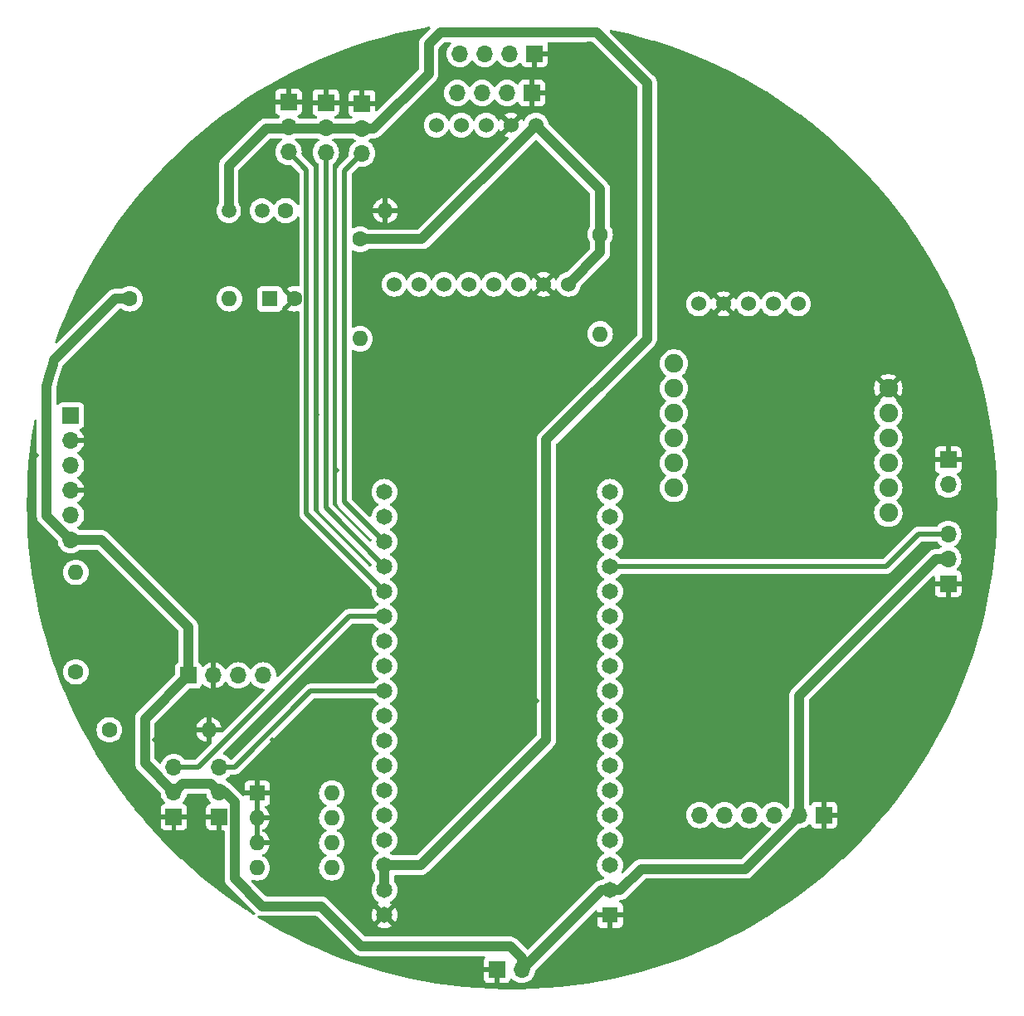
<source format=gbr>
%TF.GenerationSoftware,KiCad,Pcbnew,8.0.4*%
%TF.CreationDate,2024-10-11T13:15:18-06:00*%
%TF.ProjectId,cansat,63616e73-6174-42e6-9b69-6361645f7063,rev?*%
%TF.SameCoordinates,Original*%
%TF.FileFunction,Copper,L4,Bot*%
%TF.FilePolarity,Positive*%
%FSLAX46Y46*%
G04 Gerber Fmt 4.6, Leading zero omitted, Abs format (unit mm)*
G04 Created by KiCad (PCBNEW 8.0.4) date 2024-10-11 13:15:18*
%MOMM*%
%LPD*%
G01*
G04 APERTURE LIST*
%TA.AperFunction,ComponentPad*%
%ADD10C,1.524000*%
%TD*%
%TA.AperFunction,ComponentPad*%
%ADD11R,1.700000X1.700000*%
%TD*%
%TA.AperFunction,ComponentPad*%
%ADD12O,1.700000X1.700000*%
%TD*%
%TA.AperFunction,ComponentPad*%
%ADD13R,1.600000X1.600000*%
%TD*%
%TA.AperFunction,ComponentPad*%
%ADD14O,1.600000X1.600000*%
%TD*%
%TA.AperFunction,ComponentPad*%
%ADD15C,1.600000*%
%TD*%
%TA.AperFunction,ComponentPad*%
%ADD16C,1.650000*%
%TD*%
%TA.AperFunction,ComponentPad*%
%ADD17R,1.650000X1.650000*%
%TD*%
%TA.AperFunction,ComponentPad*%
%ADD18C,1.500000*%
%TD*%
%TA.AperFunction,ComponentPad*%
%ADD19C,1.900000*%
%TD*%
%TA.AperFunction,ViaPad*%
%ADD20C,0.600000*%
%TD*%
%TA.AperFunction,ViaPad*%
%ADD21C,0.500000*%
%TD*%
%TA.AperFunction,Conductor*%
%ADD22C,1.000000*%
%TD*%
%TA.AperFunction,Conductor*%
%ADD23C,0.500000*%
%TD*%
G04 APERTURE END LIST*
D10*
%TO.P,U8,1,VIN*%
%TO.N,+5V*%
X167547000Y-65523000D03*
%TO.P,U8,2,GND*%
%TO.N,GND*%
X170087000Y-65523000D03*
%TO.P,U8,3,SCL*%
%TO.N,/SCL*%
X172627000Y-65523000D03*
%TO.P,U8,4,SDA*%
%TO.N,/SDA*%
X175167000Y-65523000D03*
%TO.P,U8,5*%
%TO.N,N/C*%
X177707000Y-65523000D03*
%TD*%
D11*
%TO.P,J17,1,Pin_1*%
%TO.N,GND*%
X118650000Y-117880000D03*
D12*
%TO.P,J17,2,Pin_2*%
%TO.N,+5V*%
X118650000Y-115340000D03*
%TO.P,J17,3,Pin_3*%
%TO.N,/DIO-EXTRA-2*%
X118650000Y-112800000D03*
%TD*%
D13*
%TO.P,SW1,1*%
%TO.N,GND*%
X122500000Y-115460000D03*
D14*
%TO.P,SW1,2*%
X122500000Y-118000000D03*
%TO.P,SW1,3*%
X122500000Y-120540000D03*
%TO.P,SW1,4*%
%TO.N,unconnected-(SW1-Pad4)*%
X122500000Y-123080000D03*
%TO.P,SW1,5*%
%TO.N,unconnected-(SW1-Pad5)*%
X130120000Y-123080000D03*
%TO.P,SW1,6*%
%TO.N,/DS-POS3*%
X130120000Y-120540000D03*
%TO.P,SW1,7*%
%TO.N,/DS-POS2*%
X130120000Y-118000000D03*
%TO.P,SW1,8*%
%TO.N,/DS-POS1*%
X130120000Y-115460000D03*
%TD*%
D15*
%TO.P,R5,1*%
%TO.N,+5V*%
X109500000Y-65000000D03*
D14*
%TO.P,R5,2*%
%TO.N,Net-(U7-LED+)*%
X119660000Y-65000000D03*
%TD*%
D11*
%TO.P,U7,1,LED+*%
%TO.N,Net-(U7-LED+)*%
X103500000Y-76920000D03*
D12*
%TO.P,U7,2,LED-*%
%TO.N,GND*%
X103500000Y-79460000D03*
%TO.P,U7,3,LED*%
%TO.N,/LED-GP2Y10*%
X103500000Y-82000000D03*
%TO.P,U7,4,GND*%
%TO.N,GND*%
X103500000Y-84540000D03*
%TO.P,U7,5,VOUT*%
%TO.N,Net-(U7-VOUT)*%
X103500000Y-87080000D03*
%TO.P,U7,6,VCC*%
%TO.N,+5V*%
X103500000Y-89620000D03*
%TD*%
D15*
%TO.P,R4,1*%
%TO.N,+5V*%
X157500000Y-58420000D03*
D14*
%TO.P,R4,2*%
%TO.N,/SCL*%
X157500000Y-68580000D03*
%TD*%
D15*
%TO.P,R3,1*%
%TO.N,+5V*%
X133000000Y-58920000D03*
D14*
%TO.P,R3,2*%
%TO.N,/SDA*%
X133000000Y-69080000D03*
%TD*%
D16*
%TO.P,U1,1,GND*%
%TO.N,GND*%
X135490000Y-127900000D03*
%TO.P,U1,2,3v3*%
%TO.N,+3.3V*%
X135490000Y-125360000D03*
%TO.P,U1,3,3v3*%
X135490000Y-122820000D03*
%TO.P,U1,4,GPIO34*%
%TO.N,/DS-POS3*%
X135490000Y-120280000D03*
%TO.P,U1,5,GPIO46*%
%TO.N,/DS-POS2*%
X135490000Y-117740000D03*
%TO.P,U1,6,GPIO45*%
%TO.N,/DS-POS1*%
X135490000Y-115200000D03*
%TO.P,U1,7,GPIO42*%
%TO.N,/SCL*%
X135490000Y-112660000D03*
%TO.P,U1,8,GPI41*%
%TO.N,/SDA*%
X135490000Y-110120000D03*
%TO.P,U1,9,GPIO40*%
%TO.N,/VOUT-GP2Y10*%
X135490000Y-107580000D03*
%TO.P,U1,10,GPIO39*%
%TO.N,/DIO-EXTRA-2*%
X135490000Y-105040000D03*
%TO.P,U1,11,GPIO38*%
%TO.N,/GPS-TX-TO-RX-LORA*%
X135490000Y-102500000D03*
%TO.P,U1,12,GPIO1*%
%TO.N,/GPS-RX-TO-TX-LORA*%
X135490000Y-99960000D03*
%TO.P,U1,13,GPIO2*%
%TO.N,/DIO-EXTRA-1*%
X135490000Y-97420000D03*
%TO.P,U1,14,GPIO3*%
%TO.N,/ADC-EXTRA-3*%
X135490000Y-94880000D03*
%TO.P,U1,15,GPIO4*%
%TO.N,/ADC-EXTRA-2*%
X135490000Y-92340000D03*
%TO.P,U1,16,GPIO5*%
%TO.N,/ADC-EXTRA-1*%
X135490000Y-89800000D03*
%TO.P,U1,17,GPIO6*%
%TO.N,/LED-GP2Y10*%
X135490000Y-87260000D03*
%TO.P,U1,18,GPIO7*%
%TO.N,/PHOTORESISTOR*%
X135490000Y-84720000D03*
D17*
%TO.P,U1,19,GND*%
%TO.N,GND*%
X158510000Y-127900000D03*
D16*
%TO.P,U1,20,5v*%
%TO.N,+5V*%
X158510000Y-125360000D03*
%TO.P,U1,21,VE*%
%TO.N,unconnected-(U1-VE-Pad21)*%
X158510000Y-122820000D03*
%TO.P,U1,22,VE*%
%TO.N,unconnected-(U1-VE-Pad22)*%
X158510000Y-120280000D03*
%TO.P,U1,23,RX0*%
%TO.N,unconnected-(U1-RX0-Pad23)*%
X158510000Y-117740000D03*
%TO.P,U1,24,TX0*%
%TO.N,unconnected-(U1-TX0-Pad24)*%
X158510000Y-115200000D03*
%TO.P,U1,25,RST*%
%TO.N,unconnected-(U1-RST-Pad25)*%
X158510000Y-112660000D03*
%TO.P,U1,26,GPIO0*%
%TO.N,unconnected-(U1-GPIO0-Pad26)*%
X158510000Y-110120000D03*
%TO.P,U1,27,GPIO36*%
%TO.N,/CS-MICROSD*%
X158510000Y-107580000D03*
%TO.P,U1,28,GPIO35*%
%TO.N,/SCK*%
X158510000Y-105040000D03*
%TO.P,U1,29,GPIO34*%
%TO.N,/MOSI*%
X158510000Y-102500000D03*
%TO.P,U1,30,GPIO33*%
%TO.N,/MISO*%
X158510000Y-99960000D03*
%TO.P,U1,31,GPIO47*%
%TO.N,/GSM-RX-TO-TX-LORA*%
X158510000Y-97420000D03*
%TO.P,U1,32,GPIO48*%
%TO.N,/GSM-TX-TO-RX-LORA*%
X158510000Y-94880000D03*
%TO.P,U1,33,GPIO26*%
%TO.N,/DIO-EXTRA-3*%
X158510000Y-92340000D03*
%TO.P,U1,35,GPIO20*%
%TO.N,unconnected-(U1-GPIO20-Pad35)*%
X158510000Y-89800000D03*
%TO.P,U1,36,GPIO19*%
%TO.N,unconnected-(U1-GPIO19-Pad36)*%
X158510000Y-87260000D03*
%TO.P,U1,37*%
%TO.N,N/C*%
X158510000Y-84720000D03*
%TD*%
D10*
%TO.P,U6,1,VCC*%
%TO.N,+5V*%
X154263000Y-63515000D03*
%TO.P,U6,2,GND*%
%TO.N,GND*%
X151723000Y-63515000D03*
%TO.P,U6,3,SCL*%
%TO.N,/SCL*%
X149183000Y-63515000D03*
%TO.P,U6,4,SDA*%
%TO.N,/SDA*%
X146643000Y-63515000D03*
%TO.P,U6,5,XDA*%
%TO.N,unconnected-(U6-XDA-Pad5)*%
X144103000Y-63515000D03*
%TO.P,U6,6,XCL*%
%TO.N,unconnected-(U6-XCL-Pad6)*%
X141563000Y-63515000D03*
%TO.P,U6,7,AD0*%
%TO.N,unconnected-(U6-AD0-Pad7)*%
X139023000Y-63515000D03*
%TO.P,U6,8,INT*%
%TO.N,unconnected-(U6-INT-Pad8)*%
X136483000Y-63515000D03*
%TD*%
D11*
%TO.P,J1,1,Pin_1*%
%TO.N,GND*%
X146960000Y-133500000D03*
D12*
%TO.P,J1,2,Pin_2*%
%TO.N,+5V*%
X149500000Y-133500000D03*
%TD*%
D11*
%TO.P,J10,1,Pin_1*%
%TO.N,GND*%
X129500000Y-44975000D03*
D12*
%TO.P,J10,2,Pin_2*%
%TO.N,+3.3V*%
X129500000Y-47515000D03*
%TO.P,J10,3,Pin_3*%
%TO.N,/ADC-EXTRA-2*%
X129500000Y-50055000D03*
%TD*%
D13*
%TO.P,C1,1*%
%TO.N,Net-(U7-LED+)*%
X123794888Y-65000000D03*
D15*
%TO.P,C1,2*%
%TO.N,GND*%
X126294888Y-65000000D03*
%TD*%
D11*
%TO.P,J2,1,Pin_1*%
%TO.N,GND*%
X193000000Y-81425000D03*
D12*
%TO.P,J2,2,Pin_2*%
%TO.N,+BATT*%
X193000000Y-83965000D03*
%TD*%
D15*
%TO.P,R2,1*%
%TO.N,/PHOTORESISTOR*%
X125420000Y-56000000D03*
D14*
%TO.P,R2,2*%
%TO.N,GND*%
X135580000Y-56000000D03*
%TD*%
D15*
%TO.P,R6,1*%
%TO.N,/VOUT-GP2Y10*%
X104000000Y-103080000D03*
D14*
%TO.P,R6,2*%
%TO.N,Net-(U7-VOUT)*%
X104000000Y-92920000D03*
%TD*%
D11*
%TO.P,U3,1,VCC*%
%TO.N,+5V*%
X115470000Y-103450000D03*
D12*
%TO.P,U3,2,GND*%
%TO.N,GND*%
X118010000Y-103450000D03*
%TO.P,U3,3,RXD*%
%TO.N,/GPS-RX-TO-TX-LORA*%
X120550000Y-103450000D03*
%TO.P,U3,4,TXD*%
%TO.N,/GPS-TX-TO-RX-LORA*%
X123090000Y-103450000D03*
%TD*%
D10*
%TO.P,U5,1,VIN*%
%TO.N,+5V*%
X150953000Y-47277000D03*
%TO.P,U5,2,GND*%
%TO.N,GND*%
X148413000Y-47277000D03*
%TO.P,U5,3,SCL*%
%TO.N,/SCL*%
X145873000Y-47277000D03*
%TO.P,U5,4,SDA*%
%TO.N,/SDA*%
X143333000Y-47277000D03*
%TO.P,U5,5*%
%TO.N,N/C*%
X140793000Y-47277000D03*
%TD*%
D11*
%TO.P,J7,1,Pin_1*%
%TO.N,GND*%
X150800000Y-40000000D03*
D12*
%TO.P,J7,2,Pin_2*%
%TO.N,+5V*%
X148260000Y-40000000D03*
%TO.P,J7,3,Pin_3*%
%TO.N,/SCL*%
X145720000Y-40000000D03*
%TO.P,J7,4,Pin_4*%
%TO.N,/SDA*%
X143180000Y-40000000D03*
%TD*%
D11*
%TO.P,J16,1,Pin_1*%
%TO.N,GND*%
X193000000Y-94080000D03*
D12*
%TO.P,J16,2,Pin_2*%
%TO.N,+5V*%
X193000000Y-91540000D03*
%TO.P,J16,3,Pin_3*%
%TO.N,/DIO-EXTRA-3*%
X193000000Y-89000000D03*
%TD*%
D18*
%TO.P,R1,1*%
%TO.N,+3.3V*%
X119600000Y-56000000D03*
%TO.P,R1,2*%
%TO.N,/PHOTORESISTOR*%
X123000000Y-56000000D03*
%TD*%
D11*
%TO.P,J18,1,Pin_1*%
%TO.N,GND*%
X114000000Y-117880000D03*
D12*
%TO.P,J18,2,Pin_2*%
%TO.N,+5V*%
X114000000Y-115340000D03*
%TO.P,J18,3,Pin_3*%
%TO.N,/DIO-EXTRA-1*%
X114000000Y-112800000D03*
%TD*%
D19*
%TO.P,U4,1,NET*%
%TO.N,unconnected-(U4-NET-Pad1)*%
X186900000Y-86840000D03*
%TO.P,U4,2,VCC*%
%TO.N,+BATT*%
X186900000Y-84300000D03*
%TO.P,U4,3,RST*%
%TO.N,unconnected-(U4-RST-Pad3)*%
X186900000Y-81760000D03*
%TO.P,U4,4,RXD*%
%TO.N,/GSM-RX-TO-TX-LORA*%
X186900000Y-79220000D03*
%TO.P,U4,5,TXD*%
%TO.N,/GSM-TX-TO-RX-LORA*%
X186900000Y-76680000D03*
%TO.P,U4,6,GND*%
%TO.N,GND*%
X186900000Y-74140000D03*
%TO.P,U4,7,SPK-*%
%TO.N,unconnected-(U4-SPK--Pad7)*%
X165030000Y-71600000D03*
%TO.P,U4,8,SPK+*%
%TO.N,unconnected-(U4-SPK+-Pad8)*%
X165030000Y-74140000D03*
%TO.P,U4,9,MIC-*%
%TO.N,unconnected-(U4-MIC--Pad9)*%
X165030000Y-76680000D03*
%TO.P,U4,10,MIC+*%
%TO.N,unconnected-(U4-MIC+-Pad10)*%
X165030000Y-79220000D03*
%TO.P,U4,11,DTR*%
%TO.N,unconnected-(U4-DTR-Pad11)*%
X165030000Y-81760000D03*
%TO.P,U4,12,RING*%
%TO.N,unconnected-(U4-RING-Pad12)*%
X165030000Y-84300000D03*
%TD*%
D15*
%TO.P,R7,1*%
%TO.N,/VOUT-GP2Y10*%
X107420000Y-109000000D03*
D14*
%TO.P,R7,2*%
%TO.N,GND*%
X117580000Y-109000000D03*
%TD*%
D11*
%TO.P,J9,1,Pin_1*%
%TO.N,GND*%
X133200000Y-45060000D03*
D12*
%TO.P,J9,2,Pin_2*%
%TO.N,+5V*%
X133200000Y-47600000D03*
%TO.P,J9,3,Pin_3*%
%TO.N,/ADC-EXTRA-1*%
X133200000Y-50140000D03*
%TD*%
D11*
%TO.P,J8,1,Pin_1*%
%TO.N,GND*%
X150540000Y-44000000D03*
D12*
%TO.P,J8,2,Pin_2*%
%TO.N,+5V*%
X148000000Y-44000000D03*
%TO.P,J8,3,Pin_3*%
%TO.N,/SCL*%
X145460000Y-44000000D03*
%TO.P,J8,4,Pin_4*%
%TO.N,/SDA*%
X142920000Y-44000000D03*
%TD*%
D11*
%TO.P,J11,1,Pin_1*%
%TO.N,GND*%
X125700000Y-44920000D03*
D12*
%TO.P,J11,2,Pin_2*%
%TO.N,+3.3V*%
X125700000Y-47460000D03*
%TO.P,J11,3,Pin_3*%
%TO.N,/ADC-EXTRA-3*%
X125700000Y-50000000D03*
%TD*%
D11*
%TO.P,U2,1,GND*%
%TO.N,GND*%
X180350000Y-117700000D03*
D12*
%TO.P,U2,2,VCC*%
%TO.N,+5V*%
X177810000Y-117700000D03*
%TO.P,U2,3,MISO*%
%TO.N,/MISO*%
X175270000Y-117700000D03*
%TO.P,U2,4,MOSI*%
%TO.N,/MOSI*%
X172730000Y-117700000D03*
%TO.P,U2,5,SCK*%
%TO.N,/SCK*%
X170190000Y-117700000D03*
%TO.P,U2,6,CS*%
%TO.N,/CS-MICROSD*%
X167650000Y-117700000D03*
%TD*%
D20*
%TO.N,GND*%
X168400000Y-51900000D03*
D21*
X162100000Y-103700000D03*
X119000000Y-76000000D03*
X178500000Y-98600000D03*
X166000000Y-126000000D03*
X146000000Y-56000000D03*
X123000000Y-60000000D03*
X126000000Y-118000000D03*
X144000000Y-42000000D03*
X152000000Y-117000000D03*
X142000000Y-93000000D03*
X113000000Y-69000000D03*
X148000000Y-84000000D03*
X107000000Y-105000000D03*
X173900000Y-110500000D03*
X151000000Y-106000000D03*
X111000000Y-88000000D03*
X147000000Y-42000000D03*
X160000000Y-77000000D03*
X112000000Y-110000000D03*
X163300000Y-98800000D03*
X107000000Y-101000000D03*
X148000000Y-74000000D03*
X144400000Y-45500000D03*
X117000000Y-93000000D03*
X128600000Y-76800000D03*
X122100000Y-108900000D03*
X124000000Y-110000000D03*
X191000000Y-80000000D03*
X166200000Y-95100000D03*
X133000000Y-117000000D03*
X124000000Y-88000000D03*
X162100000Y-106300000D03*
X144700000Y-104800000D03*
X125000000Y-129000000D03*
X133000000Y-122000000D03*
X168000000Y-84000000D03*
X154000000Y-98000000D03*
X133000000Y-119000000D03*
X168700000Y-113100000D03*
X112000000Y-59000000D03*
X130600000Y-82500000D03*
X117000000Y-116000000D03*
X131000000Y-101000000D03*
X170000000Y-46000000D03*
X160000000Y-48000000D03*
X171300000Y-112300000D03*
X167000000Y-72000000D03*
X141000000Y-116000000D03*
X108000000Y-80000000D03*
X148000000Y-94000000D03*
X162200000Y-101000000D03*
X125000000Y-94000000D03*
X142000000Y-133000000D03*
X100000000Y-81000000D03*
X126000000Y-121000000D03*
X106000000Y-69000000D03*
X100000000Y-94000000D03*
X143000000Y-86000000D03*
X133000000Y-113000000D03*
X180200000Y-82100000D03*
X172000000Y-88600000D03*
%TD*%
D22*
%TO.N,+5V*%
X114000000Y-115340000D02*
X111050000Y-112390000D01*
X101650313Y-71652444D02*
X101793965Y-71206035D01*
X191797919Y-91540000D02*
X177810000Y-105527919D01*
X157500000Y-60278000D02*
X154263000Y-63515000D01*
X172310000Y-123200000D02*
X161700000Y-123200000D01*
X123000000Y-127000000D02*
X120200000Y-124200000D01*
X117800000Y-114490000D02*
X114850000Y-114490000D01*
X115470000Y-98470000D02*
X106620000Y-89620000D01*
X193000000Y-91540000D02*
X191797919Y-91540000D01*
X108000000Y-65000000D02*
X109500000Y-65000000D01*
X119210000Y-115340000D02*
X118650000Y-115340000D01*
X149500000Y-133500000D02*
X157640000Y-125360000D01*
X157500000Y-58420000D02*
X157500000Y-53824000D01*
X114850000Y-114490000D02*
X114000000Y-115340000D01*
X120200000Y-124200000D02*
X120200000Y-116330000D01*
X111050000Y-107870000D02*
X115470000Y-103450000D01*
X159540000Y-125360000D02*
X158510000Y-125360000D01*
X111050000Y-112390000D02*
X111050000Y-107870000D01*
X133100000Y-131100000D02*
X129000000Y-127000000D01*
X149500000Y-132297919D02*
X148302081Y-131100000D01*
X139310000Y-58920000D02*
X150953000Y-47277000D01*
X148302081Y-131100000D02*
X133100000Y-131100000D01*
X177810000Y-105527919D02*
X177810000Y-117700000D01*
X103500000Y-89620000D02*
X101000000Y-87120000D01*
X106620000Y-89620000D02*
X103500000Y-89620000D01*
X157500000Y-53824000D02*
X150953000Y-47277000D01*
X161700000Y-123200000D02*
X159540000Y-125360000D01*
X101793965Y-71206035D02*
X108000000Y-65000000D01*
X129000000Y-127000000D02*
X123000000Y-127000000D01*
X157640000Y-125360000D02*
X158510000Y-125360000D01*
X133000000Y-58920000D02*
X139310000Y-58920000D01*
X101263059Y-72983976D02*
X101650313Y-71652444D01*
X149500000Y-133500000D02*
X149500000Y-132297919D01*
X157500000Y-58420000D02*
X157500000Y-60278000D01*
X101000000Y-87120000D02*
X101000000Y-73994267D01*
X177810000Y-117700000D02*
X172310000Y-123200000D01*
X115470000Y-103450000D02*
X115470000Y-98470000D01*
X120200000Y-116330000D02*
X119210000Y-115340000D01*
X101000000Y-73994267D02*
X101263059Y-72983976D01*
X118650000Y-115340000D02*
X117800000Y-114490000D01*
%TO.N,+3.3V*%
X155900000Y-37800000D02*
X141200000Y-37800000D01*
X135490000Y-122820000D02*
X139180000Y-122820000D01*
X135490000Y-122820000D02*
X135490000Y-125360000D01*
X152000000Y-110000000D02*
X152000000Y-79400000D01*
X140000000Y-42002081D02*
X134402081Y-47600000D01*
X134402081Y-47600000D02*
X133200000Y-47600000D01*
X155930832Y-37769168D02*
X155900000Y-37800000D01*
X123400000Y-47600000D02*
X133200000Y-47600000D01*
X162300000Y-42956497D02*
X157112671Y-37769168D01*
X157112671Y-37769168D02*
X155930832Y-37769168D01*
X140000000Y-39000000D02*
X140000000Y-42002081D01*
X119600000Y-56000000D02*
X119600000Y-51400000D01*
X119600000Y-51400000D02*
X123400000Y-47600000D01*
X141200000Y-37800000D02*
X140000000Y-39000000D01*
X152000000Y-79400000D02*
X162300000Y-69100000D01*
X139180000Y-122820000D02*
X152000000Y-110000000D01*
X162300000Y-69100000D02*
X162300000Y-42956497D01*
D23*
%TO.N,/ADC-EXTRA-1*%
X135490000Y-89800000D02*
X131400000Y-85710000D01*
X131400000Y-85710000D02*
X131400000Y-51940000D01*
X131400000Y-51940000D02*
X133200000Y-50140000D01*
%TO.N,/ADC-EXTRA-2*%
X129500000Y-50055000D02*
X129500000Y-86350000D01*
X129500000Y-86350000D02*
X135490000Y-92340000D01*
%TO.N,/ADC-EXTRA-3*%
X127544888Y-86934888D02*
X127544888Y-51844888D01*
X135490000Y-94880000D02*
X127544888Y-86934888D01*
X127544888Y-51844888D02*
X125700000Y-50000000D01*
%TO.N,/DIO-EXTRA-3*%
X190000000Y-89000000D02*
X193000000Y-89000000D01*
X186660000Y-92340000D02*
X190000000Y-89000000D01*
X158510000Y-92340000D02*
X186660000Y-92340000D01*
%TO.N,/DIO-EXTRA-2*%
X135490000Y-105040000D02*
X127970050Y-105040000D01*
X120210050Y-112800000D02*
X118650000Y-112800000D01*
X127970050Y-105040000D02*
X120210050Y-112800000D01*
%TO.N,/DIO-EXTRA-1*%
X116500000Y-112800000D02*
X131880000Y-97420000D01*
X114000000Y-112800000D02*
X116500000Y-112800000D01*
X131880000Y-97420000D02*
X135490000Y-97420000D01*
%TD*%
%TA.AperFunction,Conductor*%
%TO.N,GND*%
G36*
X158631674Y-37551911D02*
G01*
X158926816Y-37611162D01*
X158930181Y-37611887D01*
X160291992Y-37925610D01*
X160295353Y-37926434D01*
X161647730Y-38278565D01*
X161651022Y-38279472D01*
X162807811Y-38615905D01*
X162992913Y-38669740D01*
X162996268Y-38670768D01*
X164326479Y-39098821D01*
X164329805Y-39099943D01*
X165647424Y-39565487D01*
X165650670Y-39566686D01*
X166954594Y-40069334D01*
X166957819Y-40070630D01*
X167984124Y-40500000D01*
X168246962Y-40609962D01*
X168250180Y-40611362D01*
X169494952Y-41174035D01*
X169523526Y-41186951D01*
X169526700Y-41188439D01*
X170783292Y-41799853D01*
X170786412Y-41801426D01*
X172025181Y-42448147D01*
X172028268Y-42449815D01*
X172086936Y-42482589D01*
X173248245Y-43131335D01*
X173251252Y-43133071D01*
X174451466Y-43848849D01*
X174454384Y-43850645D01*
X175422698Y-44465925D01*
X175633883Y-44600115D01*
X175636812Y-44602035D01*
X176794615Y-45384574D01*
X176797433Y-45386537D01*
X177902506Y-46179901D01*
X177932616Y-46201518D01*
X177935434Y-46203602D01*
X178844424Y-46896000D01*
X179047093Y-47050377D01*
X179049843Y-47052535D01*
X180137094Y-47930427D01*
X180139759Y-47932641D01*
X181180744Y-48823002D01*
X181201712Y-48840936D01*
X181204339Y-48843247D01*
X181887824Y-49462171D01*
X182240205Y-49781267D01*
X182242772Y-49783659D01*
X183251656Y-50750596D01*
X183254113Y-50753018D01*
X184235227Y-51748115D01*
X184237645Y-51750637D01*
X184345194Y-51866079D01*
X185190216Y-52773112D01*
X185192571Y-52775713D01*
X186028452Y-53725459D01*
X186115801Y-53824706D01*
X186118075Y-53827365D01*
X186984490Y-54869865D01*
X187011261Y-54902076D01*
X187013456Y-54904795D01*
X187875853Y-56004331D01*
X187877980Y-56007122D01*
X188708958Y-57130678D01*
X188711004Y-57133529D01*
X189509817Y-58280099D01*
X189511782Y-58283007D01*
X189750167Y-58646697D01*
X190176800Y-59297588D01*
X190277813Y-59451697D01*
X190279687Y-59454645D01*
X190496412Y-59806628D01*
X191012389Y-60644630D01*
X191014186Y-60647644D01*
X191168996Y-60915782D01*
X191546450Y-61569552D01*
X191712879Y-61857814D01*
X191714581Y-61860860D01*
X192015499Y-62417898D01*
X192378776Y-63090372D01*
X192380400Y-63093483D01*
X193009519Y-64341266D01*
X193011054Y-64344421D01*
X193604603Y-65609493D01*
X193606049Y-65612691D01*
X194163581Y-66894100D01*
X194164935Y-66897338D01*
X194685949Y-68193931D01*
X194687212Y-68197205D01*
X195171355Y-69508105D01*
X195172524Y-69511414D01*
X195419744Y-70243953D01*
X195575688Y-70706033D01*
X195619366Y-70835454D01*
X195620441Y-70838795D01*
X196029634Y-72174952D01*
X196030614Y-72178322D01*
X196401833Y-73525528D01*
X196402717Y-73528924D01*
X196735658Y-74886079D01*
X196736446Y-74889499D01*
X197030851Y-76255541D01*
X197031542Y-76258982D01*
X197287173Y-77632816D01*
X197287766Y-77636274D01*
X197504417Y-79016793D01*
X197504912Y-79020268D01*
X197682409Y-80406372D01*
X197682805Y-80409859D01*
X197821001Y-81800387D01*
X197821299Y-81803883D01*
X197920096Y-83197832D01*
X197920294Y-83201336D01*
X197979600Y-84597443D01*
X197979700Y-84600951D01*
X197999475Y-85998245D01*
X197999475Y-86001755D01*
X197979700Y-87399048D01*
X197979600Y-87402556D01*
X197920294Y-88798663D01*
X197920096Y-88802167D01*
X197821299Y-90196116D01*
X197821001Y-90199612D01*
X197682805Y-91590140D01*
X197682409Y-91593627D01*
X197504912Y-92979731D01*
X197504417Y-92983206D01*
X197287766Y-94363725D01*
X197287173Y-94367183D01*
X197031542Y-95741017D01*
X197030851Y-95744458D01*
X196736446Y-97110500D01*
X196735658Y-97113920D01*
X196402717Y-98471075D01*
X196401833Y-98474471D01*
X196030614Y-99821677D01*
X196029634Y-99825047D01*
X195620441Y-101161204D01*
X195619366Y-101164545D01*
X195172524Y-102488585D01*
X195171355Y-102491894D01*
X194687212Y-103802794D01*
X194685949Y-103806068D01*
X194164935Y-105102661D01*
X194163581Y-105105899D01*
X193606049Y-106387308D01*
X193604603Y-106390506D01*
X193011054Y-107655578D01*
X193009519Y-107658733D01*
X192380400Y-108906516D01*
X192378776Y-108909627D01*
X191714591Y-110139121D01*
X191712879Y-110142185D01*
X191014186Y-111352355D01*
X191012389Y-111355369D01*
X190279696Y-112545340D01*
X190277813Y-112548302D01*
X189511782Y-113716992D01*
X189509817Y-113719900D01*
X188711004Y-114866470D01*
X188708958Y-114869321D01*
X187877980Y-115992877D01*
X187875853Y-115995668D01*
X187013466Y-117095192D01*
X187011261Y-117097923D01*
X186118082Y-118172626D01*
X186115801Y-118175293D01*
X185192571Y-119224286D01*
X185190216Y-119226887D01*
X184237656Y-120249350D01*
X184235227Y-120251884D01*
X183254134Y-121246960D01*
X183251635Y-121249424D01*
X182242772Y-122216340D01*
X182240205Y-122218732D01*
X181204347Y-123156745D01*
X181201712Y-123159063D01*
X180139776Y-124067343D01*
X180137077Y-124069586D01*
X179049854Y-124947456D01*
X179047093Y-124949622D01*
X177935438Y-125796394D01*
X177932616Y-125798481D01*
X176797464Y-126613440D01*
X176794585Y-126615446D01*
X175636818Y-127397960D01*
X175633883Y-127399884D01*
X174454419Y-128149332D01*
X174451430Y-128151172D01*
X173251268Y-128866918D01*
X173248229Y-128868673D01*
X172028268Y-129550184D01*
X172025181Y-129551852D01*
X170786412Y-130198573D01*
X170783278Y-130200153D01*
X169526703Y-130811558D01*
X169523526Y-130813048D01*
X168250180Y-131388637D01*
X168246962Y-131390037D01*
X166957835Y-131929362D01*
X166954578Y-131930671D01*
X165650693Y-132433304D01*
X165647401Y-132434520D01*
X164329804Y-132900056D01*
X164326479Y-132901178D01*
X162996268Y-133329231D01*
X162992913Y-133330259D01*
X161651067Y-133720514D01*
X161647683Y-133721446D01*
X160295376Y-134073559D01*
X160291968Y-134074395D01*
X158930214Y-134388105D01*
X158926783Y-134388844D01*
X157556725Y-134663885D01*
X157553275Y-134664527D01*
X156175960Y-134900691D01*
X156172493Y-134901235D01*
X154789064Y-135098327D01*
X154785583Y-135098773D01*
X153397108Y-135256637D01*
X153393616Y-135256984D01*
X152001238Y-135375493D01*
X151997737Y-135375741D01*
X150602572Y-135454799D01*
X150599066Y-135454948D01*
X149202226Y-135494494D01*
X149198717Y-135494544D01*
X147801283Y-135494544D01*
X147797774Y-135494494D01*
X146400933Y-135454948D01*
X146397427Y-135454799D01*
X145002262Y-135375741D01*
X144998761Y-135375493D01*
X143606383Y-135256984D01*
X143602891Y-135256637D01*
X142214416Y-135098773D01*
X142210935Y-135098327D01*
X140827506Y-134901235D01*
X140824039Y-134900691D01*
X139446724Y-134664527D01*
X139443274Y-134663885D01*
X138073216Y-134388844D01*
X138069785Y-134388105D01*
X136708031Y-134074395D01*
X136704623Y-134073559D01*
X135352316Y-133721446D01*
X135348932Y-133720514D01*
X134007086Y-133330259D01*
X134003731Y-133329231D01*
X132673520Y-132901178D01*
X132670195Y-132900056D01*
X131352598Y-132434520D01*
X131349306Y-132433304D01*
X130045421Y-131930671D01*
X130042164Y-131929362D01*
X128753037Y-131390037D01*
X128749819Y-131388637D01*
X127476473Y-130813048D01*
X127473296Y-130811558D01*
X126216721Y-130200153D01*
X126213587Y-130198573D01*
X124974818Y-129551852D01*
X124971731Y-129550184D01*
X123751770Y-128868673D01*
X123748731Y-128866918D01*
X123242526Y-128565030D01*
X122609352Y-128187421D01*
X122561857Y-128136178D01*
X122549607Y-128067391D01*
X122576490Y-128002900D01*
X122633972Y-127963181D01*
X122702180Y-127960898D01*
X122702188Y-127960862D01*
X122702342Y-127960892D01*
X122703802Y-127960844D01*
X122707964Y-127962010D01*
X122708158Y-127962048D01*
X122708164Y-127962051D01*
X122804812Y-127981275D01*
X122853135Y-127990887D01*
X122901458Y-128000500D01*
X122901459Y-128000500D01*
X122901460Y-128000500D01*
X123098540Y-128000500D01*
X128534218Y-128000500D01*
X128601257Y-128020185D01*
X128621899Y-128036819D01*
X132462215Y-131877137D01*
X132462219Y-131877140D01*
X132626079Y-131986628D01*
X132626085Y-131986631D01*
X132626086Y-131986632D01*
X132808165Y-132062052D01*
X133001455Y-132100500D01*
X133001458Y-132100501D01*
X133001460Y-132100501D01*
X133204655Y-132100501D01*
X133204675Y-132100500D01*
X145649053Y-132100500D01*
X145716092Y-132120185D01*
X145761847Y-132172989D01*
X145771791Y-132242147D01*
X145748319Y-132298811D01*
X145666649Y-132407906D01*
X145666645Y-132407913D01*
X145616403Y-132542620D01*
X145616401Y-132542627D01*
X145610000Y-132602155D01*
X145610000Y-133250000D01*
X146526988Y-133250000D01*
X146494075Y-133307007D01*
X146460000Y-133434174D01*
X146460000Y-133565826D01*
X146494075Y-133692993D01*
X146526988Y-133750000D01*
X145610000Y-133750000D01*
X145610000Y-134397844D01*
X145616401Y-134457372D01*
X145616403Y-134457379D01*
X145666645Y-134592086D01*
X145666649Y-134592093D01*
X145752809Y-134707187D01*
X145752812Y-134707190D01*
X145867906Y-134793350D01*
X145867913Y-134793354D01*
X146002620Y-134843596D01*
X146002627Y-134843598D01*
X146062155Y-134849999D01*
X146062172Y-134850000D01*
X146710000Y-134850000D01*
X146710000Y-133933012D01*
X146767007Y-133965925D01*
X146894174Y-134000000D01*
X147025826Y-134000000D01*
X147152993Y-133965925D01*
X147210000Y-133933012D01*
X147210000Y-134850000D01*
X147857828Y-134850000D01*
X147857844Y-134849999D01*
X147917372Y-134843598D01*
X147917379Y-134843596D01*
X148052086Y-134793354D01*
X148052093Y-134793350D01*
X148167187Y-134707190D01*
X148167190Y-134707187D01*
X148253350Y-134592093D01*
X148253354Y-134592086D01*
X148302422Y-134460529D01*
X148344293Y-134404595D01*
X148409757Y-134380178D01*
X148478030Y-134395030D01*
X148506285Y-134416181D01*
X148628599Y-134538495D01*
X148705135Y-134592086D01*
X148822165Y-134674032D01*
X148822167Y-134674033D01*
X148822170Y-134674035D01*
X149036337Y-134773903D01*
X149264592Y-134835063D01*
X149435319Y-134850000D01*
X149499999Y-134855659D01*
X149500000Y-134855659D01*
X149500001Y-134855659D01*
X149564681Y-134850000D01*
X149735408Y-134835063D01*
X149963663Y-134773903D01*
X150177830Y-134674035D01*
X150371401Y-134538495D01*
X150538495Y-134371401D01*
X150674035Y-134177830D01*
X150773903Y-133963663D01*
X150835063Y-133735408D01*
X150846043Y-133609900D01*
X150871495Y-133544833D01*
X150881882Y-133533036D01*
X156973320Y-127441598D01*
X157034642Y-127408115D01*
X157104334Y-127413099D01*
X157160267Y-127454971D01*
X157184684Y-127520435D01*
X157185000Y-127529281D01*
X157185000Y-127650000D01*
X158019252Y-127650000D01*
X157997482Y-127687708D01*
X157960000Y-127827591D01*
X157960000Y-127972409D01*
X157997482Y-128112292D01*
X158019252Y-128150000D01*
X157185000Y-128150000D01*
X157185000Y-128772844D01*
X157191401Y-128832372D01*
X157191403Y-128832379D01*
X157241645Y-128967086D01*
X157241649Y-128967093D01*
X157327809Y-129082187D01*
X157327812Y-129082190D01*
X157442906Y-129168350D01*
X157442913Y-129168354D01*
X157577620Y-129218596D01*
X157577627Y-129218598D01*
X157637155Y-129224999D01*
X157637172Y-129225000D01*
X158260000Y-129225000D01*
X158260000Y-128390747D01*
X158297708Y-128412518D01*
X158437591Y-128450000D01*
X158582409Y-128450000D01*
X158722292Y-128412518D01*
X158760000Y-128390747D01*
X158760000Y-129225000D01*
X159382828Y-129225000D01*
X159382844Y-129224999D01*
X159442372Y-129218598D01*
X159442379Y-129218596D01*
X159577086Y-129168354D01*
X159577093Y-129168350D01*
X159692187Y-129082190D01*
X159692190Y-129082187D01*
X159778350Y-128967093D01*
X159778354Y-128967086D01*
X159828596Y-128832379D01*
X159828598Y-128832372D01*
X159834999Y-128772844D01*
X159835000Y-128772827D01*
X159835000Y-128150000D01*
X159000748Y-128150000D01*
X159022518Y-128112292D01*
X159060000Y-127972409D01*
X159060000Y-127827591D01*
X159022518Y-127687708D01*
X159000748Y-127650000D01*
X159835000Y-127650000D01*
X159835000Y-127027172D01*
X159834999Y-127027155D01*
X159828598Y-126967627D01*
X159828596Y-126967620D01*
X159778354Y-126832913D01*
X159778350Y-126832906D01*
X159692190Y-126717812D01*
X159692187Y-126717809D01*
X159577093Y-126631649D01*
X159577086Y-126631645D01*
X159494069Y-126600682D01*
X159438135Y-126558811D01*
X159413718Y-126493346D01*
X159428570Y-126425073D01*
X159477975Y-126375668D01*
X159537402Y-126360500D01*
X159638542Y-126360500D01*
X159657870Y-126356655D01*
X159735188Y-126341275D01*
X159831836Y-126322051D01*
X159885165Y-126299961D01*
X160013914Y-126246632D01*
X160177782Y-126137139D01*
X160317139Y-125997782D01*
X160317139Y-125997780D01*
X160327347Y-125987573D01*
X160327348Y-125987570D01*
X162078102Y-124236819D01*
X162139425Y-124203334D01*
X162165783Y-124200500D01*
X172408542Y-124200500D01*
X172427870Y-124196655D01*
X172505188Y-124181275D01*
X172601836Y-124162051D01*
X172678371Y-124130349D01*
X172783914Y-124086632D01*
X172947782Y-123977139D01*
X173087139Y-123837782D01*
X173087139Y-123837780D01*
X173097347Y-123827573D01*
X173097348Y-123827570D01*
X177843031Y-119081888D01*
X177904352Y-119048405D01*
X177919896Y-119046044D01*
X178045408Y-119035063D01*
X178273663Y-118973903D01*
X178487830Y-118874035D01*
X178681401Y-118738495D01*
X178803717Y-118616178D01*
X178865036Y-118582696D01*
X178934728Y-118587680D01*
X178990662Y-118629551D01*
X179007577Y-118660528D01*
X179056646Y-118792088D01*
X179056649Y-118792093D01*
X179142809Y-118907187D01*
X179142812Y-118907190D01*
X179257906Y-118993350D01*
X179257913Y-118993354D01*
X179392620Y-119043596D01*
X179392627Y-119043598D01*
X179452155Y-119049999D01*
X179452172Y-119050000D01*
X180100000Y-119050000D01*
X180100000Y-118133012D01*
X180157007Y-118165925D01*
X180284174Y-118200000D01*
X180415826Y-118200000D01*
X180542993Y-118165925D01*
X180600000Y-118133012D01*
X180600000Y-119050000D01*
X181247828Y-119050000D01*
X181247844Y-119049999D01*
X181307372Y-119043598D01*
X181307379Y-119043596D01*
X181442086Y-118993354D01*
X181442093Y-118993350D01*
X181557187Y-118907190D01*
X181557190Y-118907187D01*
X181643350Y-118792093D01*
X181643354Y-118792086D01*
X181693596Y-118657379D01*
X181693598Y-118657372D01*
X181699999Y-118597844D01*
X181700000Y-118597827D01*
X181700000Y-117950000D01*
X180783012Y-117950000D01*
X180815925Y-117892993D01*
X180850000Y-117765826D01*
X180850000Y-117634174D01*
X180815925Y-117507007D01*
X180783012Y-117450000D01*
X181700000Y-117450000D01*
X181700000Y-116802172D01*
X181699999Y-116802155D01*
X181693598Y-116742627D01*
X181693596Y-116742620D01*
X181643354Y-116607913D01*
X181643350Y-116607906D01*
X181557190Y-116492812D01*
X181557187Y-116492809D01*
X181442093Y-116406649D01*
X181442086Y-116406645D01*
X181307379Y-116356403D01*
X181307372Y-116356401D01*
X181247844Y-116350000D01*
X180600000Y-116350000D01*
X180600000Y-117266988D01*
X180542993Y-117234075D01*
X180415826Y-117200000D01*
X180284174Y-117200000D01*
X180157007Y-117234075D01*
X180100000Y-117266988D01*
X180100000Y-116350000D01*
X179452155Y-116350000D01*
X179392627Y-116356401D01*
X179392620Y-116356403D01*
X179257913Y-116406645D01*
X179257906Y-116406649D01*
X179142812Y-116492809D01*
X179142809Y-116492812D01*
X179056649Y-116607906D01*
X179056643Y-116607917D01*
X179050681Y-116623903D01*
X179008810Y-116679837D01*
X178943345Y-116704253D01*
X178875072Y-116689401D01*
X178825667Y-116639995D01*
X178810500Y-116580569D01*
X178810500Y-105993700D01*
X178830185Y-105926661D01*
X178846814Y-105906024D01*
X191438321Y-93314517D01*
X191499642Y-93281034D01*
X191569334Y-93286018D01*
X191625267Y-93327890D01*
X191649684Y-93393354D01*
X191650000Y-93402200D01*
X191650000Y-93830000D01*
X192566988Y-93830000D01*
X192534075Y-93887007D01*
X192500000Y-94014174D01*
X192500000Y-94145826D01*
X192534075Y-94272993D01*
X192566988Y-94330000D01*
X191650000Y-94330000D01*
X191650000Y-94977844D01*
X191656401Y-95037372D01*
X191656403Y-95037379D01*
X191706645Y-95172086D01*
X191706649Y-95172093D01*
X191792809Y-95287187D01*
X191792812Y-95287190D01*
X191907906Y-95373350D01*
X191907913Y-95373354D01*
X192042620Y-95423596D01*
X192042627Y-95423598D01*
X192102155Y-95429999D01*
X192102172Y-95430000D01*
X192750000Y-95430000D01*
X192750000Y-94513012D01*
X192807007Y-94545925D01*
X192934174Y-94580000D01*
X193065826Y-94580000D01*
X193192993Y-94545925D01*
X193250000Y-94513012D01*
X193250000Y-95430000D01*
X193897828Y-95430000D01*
X193897844Y-95429999D01*
X193957372Y-95423598D01*
X193957379Y-95423596D01*
X194092086Y-95373354D01*
X194092093Y-95373350D01*
X194207187Y-95287190D01*
X194207190Y-95287187D01*
X194293350Y-95172093D01*
X194293354Y-95172086D01*
X194343596Y-95037379D01*
X194343598Y-95037372D01*
X194349999Y-94977844D01*
X194350000Y-94977827D01*
X194350000Y-94330000D01*
X193433012Y-94330000D01*
X193465925Y-94272993D01*
X193500000Y-94145826D01*
X193500000Y-94014174D01*
X193465925Y-93887007D01*
X193433012Y-93830000D01*
X194350000Y-93830000D01*
X194350000Y-93182172D01*
X194349999Y-93182155D01*
X194343598Y-93122627D01*
X194343596Y-93122620D01*
X194293354Y-92987913D01*
X194293350Y-92987906D01*
X194207190Y-92872812D01*
X194207187Y-92872809D01*
X194092093Y-92786649D01*
X194092088Y-92786646D01*
X193960528Y-92737577D01*
X193904595Y-92695705D01*
X193880178Y-92630241D01*
X193895030Y-92561968D01*
X193916175Y-92533720D01*
X194038495Y-92411401D01*
X194174035Y-92217830D01*
X194273903Y-92003663D01*
X194335063Y-91775408D01*
X194355659Y-91540000D01*
X194335063Y-91304592D01*
X194273903Y-91076337D01*
X194174035Y-90862171D01*
X194126326Y-90794034D01*
X194038494Y-90668597D01*
X193871402Y-90501506D01*
X193871396Y-90501501D01*
X193685842Y-90371575D01*
X193642217Y-90316998D01*
X193635023Y-90247500D01*
X193666546Y-90185145D01*
X193685842Y-90168425D01*
X193806894Y-90083663D01*
X193871401Y-90038495D01*
X194038495Y-89871401D01*
X194174035Y-89677830D01*
X194273903Y-89463663D01*
X194335063Y-89235408D01*
X194355659Y-89000000D01*
X194335063Y-88764592D01*
X194273903Y-88536337D01*
X194174035Y-88322171D01*
X194143347Y-88278343D01*
X194038494Y-88128597D01*
X193871402Y-87961506D01*
X193871395Y-87961501D01*
X193677834Y-87825967D01*
X193677830Y-87825965D01*
X193677828Y-87825964D01*
X193463663Y-87726097D01*
X193463659Y-87726096D01*
X193463655Y-87726094D01*
X193235413Y-87664938D01*
X193235403Y-87664936D01*
X193000001Y-87644341D01*
X192999999Y-87644341D01*
X192764596Y-87664936D01*
X192764586Y-87664938D01*
X192536344Y-87726094D01*
X192536335Y-87726098D01*
X192322171Y-87825964D01*
X192322169Y-87825965D01*
X192128597Y-87961505D01*
X191961506Y-88128596D01*
X191913874Y-88196623D01*
X191859297Y-88240248D01*
X191812299Y-88249500D01*
X189926080Y-88249500D01*
X189781092Y-88278340D01*
X189781082Y-88278343D01*
X189644511Y-88334912D01*
X189644498Y-88334919D01*
X189521584Y-88417048D01*
X189521580Y-88417051D01*
X186385451Y-91553181D01*
X186324128Y-91586666D01*
X186297770Y-91589500D01*
X159667180Y-91589500D01*
X159600141Y-91569815D01*
X159565605Y-91536623D01*
X159529273Y-91484735D01*
X159529268Y-91484729D01*
X159365269Y-91320730D01*
X159342213Y-91304586D01*
X159175282Y-91187699D01*
X159163878Y-91182381D01*
X159111440Y-91136210D01*
X159092288Y-91069016D01*
X159112504Y-91002135D01*
X159163878Y-90957618D01*
X159175282Y-90952301D01*
X159365269Y-90819270D01*
X159529270Y-90655269D01*
X159662301Y-90465282D01*
X159760320Y-90255079D01*
X159820349Y-90031050D01*
X159840563Y-89800000D01*
X159836024Y-89748124D01*
X159829875Y-89677834D01*
X159820349Y-89568950D01*
X159760320Y-89344921D01*
X159662301Y-89134719D01*
X159662299Y-89134716D01*
X159662298Y-89134714D01*
X159529273Y-88944735D01*
X159529268Y-88944729D01*
X159365269Y-88780730D01*
X159342213Y-88764586D01*
X159175282Y-88647699D01*
X159163878Y-88642381D01*
X159111440Y-88596210D01*
X159092288Y-88529016D01*
X159112504Y-88462135D01*
X159163878Y-88417618D01*
X159175282Y-88412301D01*
X159365269Y-88279270D01*
X159529270Y-88115269D01*
X159662301Y-87925282D01*
X159760320Y-87715079D01*
X159820349Y-87491050D01*
X159840563Y-87260000D01*
X159820349Y-87028950D01*
X159760320Y-86804921D01*
X159662301Y-86594719D01*
X159662299Y-86594716D01*
X159662298Y-86594714D01*
X159529273Y-86404735D01*
X159529268Y-86404729D01*
X159365269Y-86240730D01*
X159319381Y-86208599D01*
X159175282Y-86107699D01*
X159163878Y-86102381D01*
X159111440Y-86056210D01*
X159092288Y-85989016D01*
X159112504Y-85922135D01*
X159163878Y-85877618D01*
X159175282Y-85872301D01*
X159365269Y-85739270D01*
X159529270Y-85575269D01*
X159662301Y-85385282D01*
X159760320Y-85175079D01*
X159820349Y-84951050D01*
X159840563Y-84720000D01*
X159820349Y-84488950D01*
X159760320Y-84264921D01*
X159662301Y-84054719D01*
X159662299Y-84054716D01*
X159662298Y-84054714D01*
X159529273Y-83864735D01*
X159529268Y-83864729D01*
X159365269Y-83700730D01*
X159319840Y-83668920D01*
X159175282Y-83567699D01*
X158965079Y-83469680D01*
X158965076Y-83469679D01*
X158965074Y-83469678D01*
X158741051Y-83409651D01*
X158741044Y-83409650D01*
X158510002Y-83389437D01*
X158509998Y-83389437D01*
X158278955Y-83409650D01*
X158278948Y-83409651D01*
X158054917Y-83469681D01*
X157844718Y-83567699D01*
X157844714Y-83567701D01*
X157654735Y-83700726D01*
X157654729Y-83700731D01*
X157490731Y-83864729D01*
X157490726Y-83864735D01*
X157357701Y-84054714D01*
X157357699Y-84054718D01*
X157259681Y-84264917D01*
X157199651Y-84488948D01*
X157199650Y-84488955D01*
X157179437Y-84719998D01*
X157179437Y-84720001D01*
X157199650Y-84951044D01*
X157199651Y-84951051D01*
X157259678Y-85175074D01*
X157259679Y-85175076D01*
X157259680Y-85175079D01*
X157357699Y-85385282D01*
X157490730Y-85575269D01*
X157654731Y-85739270D01*
X157844718Y-85872301D01*
X157856121Y-85877618D01*
X157908560Y-85923790D01*
X157927712Y-85990984D01*
X157907496Y-86057865D01*
X157856123Y-86102381D01*
X157844720Y-86107698D01*
X157844714Y-86107701D01*
X157654735Y-86240726D01*
X157654729Y-86240731D01*
X157490731Y-86404729D01*
X157490726Y-86404735D01*
X157357701Y-86594714D01*
X157357699Y-86594718D01*
X157259681Y-86804917D01*
X157199651Y-87028948D01*
X157199650Y-87028955D01*
X157179437Y-87259998D01*
X157179437Y-87260001D01*
X157199650Y-87491044D01*
X157199651Y-87491051D01*
X157259678Y-87715074D01*
X157259679Y-87715076D01*
X157259680Y-87715079D01*
X157357699Y-87925282D01*
X157490730Y-88115269D01*
X157654731Y-88279270D01*
X157844718Y-88412301D01*
X157856121Y-88417618D01*
X157908560Y-88463790D01*
X157927712Y-88530984D01*
X157907496Y-88597865D01*
X157856123Y-88642381D01*
X157844720Y-88647698D01*
X157844714Y-88647701D01*
X157654735Y-88780726D01*
X157654729Y-88780731D01*
X157490731Y-88944729D01*
X157490726Y-88944735D01*
X157357701Y-89134714D01*
X157357699Y-89134718D01*
X157259681Y-89344917D01*
X157199651Y-89568948D01*
X157199650Y-89568955D01*
X157179437Y-89799998D01*
X157179437Y-89800001D01*
X157199650Y-90031044D01*
X157199651Y-90031051D01*
X157259678Y-90255074D01*
X157259679Y-90255076D01*
X157259680Y-90255079D01*
X157357699Y-90465282D01*
X157490730Y-90655269D01*
X157654731Y-90819270D01*
X157844718Y-90952301D01*
X157856121Y-90957618D01*
X157908560Y-91003790D01*
X157927712Y-91070984D01*
X157907496Y-91137865D01*
X157856123Y-91182381D01*
X157844720Y-91187698D01*
X157844714Y-91187701D01*
X157654735Y-91320726D01*
X157654729Y-91320731D01*
X157490731Y-91484729D01*
X157490726Y-91484735D01*
X157357701Y-91674714D01*
X157357699Y-91674718D01*
X157259681Y-91884917D01*
X157199651Y-92108948D01*
X157199650Y-92108955D01*
X157179437Y-92339998D01*
X157179437Y-92340001D01*
X157199650Y-92571044D01*
X157199651Y-92571051D01*
X157259678Y-92795074D01*
X157259679Y-92795076D01*
X157259680Y-92795079D01*
X157357699Y-93005282D01*
X157490730Y-93195269D01*
X157654731Y-93359270D01*
X157844718Y-93492301D01*
X157856121Y-93497618D01*
X157908560Y-93543790D01*
X157927712Y-93610984D01*
X157907496Y-93677865D01*
X157856123Y-93722381D01*
X157844720Y-93727698D01*
X157844714Y-93727701D01*
X157654735Y-93860726D01*
X157654729Y-93860731D01*
X157490731Y-94024729D01*
X157490726Y-94024735D01*
X157357701Y-94214714D01*
X157357699Y-94214718D01*
X157259681Y-94424917D01*
X157199651Y-94648948D01*
X157199650Y-94648955D01*
X157179437Y-94879998D01*
X157179437Y-94880001D01*
X157199650Y-95111044D01*
X157199651Y-95111051D01*
X157259678Y-95335074D01*
X157259679Y-95335076D01*
X157259680Y-95335079D01*
X157357699Y-95545282D01*
X157490730Y-95735269D01*
X157654731Y-95899270D01*
X157844718Y-96032301D01*
X157856121Y-96037618D01*
X157908560Y-96083790D01*
X157927712Y-96150984D01*
X157907496Y-96217865D01*
X157856123Y-96262381D01*
X157844720Y-96267698D01*
X157844714Y-96267701D01*
X157654735Y-96400726D01*
X157654729Y-96400731D01*
X157490731Y-96564729D01*
X157490726Y-96564735D01*
X157357701Y-96754714D01*
X157357699Y-96754718D01*
X157259681Y-96964917D01*
X157199651Y-97188948D01*
X157199650Y-97188955D01*
X157179437Y-97419998D01*
X157179437Y-97420001D01*
X157199650Y-97651044D01*
X157199651Y-97651051D01*
X157259678Y-97875074D01*
X157259679Y-97875076D01*
X157259680Y-97875079D01*
X157357699Y-98085282D01*
X157490730Y-98275269D01*
X157654731Y-98439270D01*
X157844718Y-98572301D01*
X157856121Y-98577618D01*
X157908560Y-98623790D01*
X157927712Y-98690984D01*
X157907496Y-98757865D01*
X157856123Y-98802381D01*
X157844720Y-98807698D01*
X157844714Y-98807701D01*
X157654735Y-98940726D01*
X157654729Y-98940731D01*
X157490731Y-99104729D01*
X157490726Y-99104735D01*
X157357701Y-99294714D01*
X157357699Y-99294718D01*
X157259681Y-99504917D01*
X157199651Y-99728948D01*
X157199650Y-99728955D01*
X157179437Y-99959998D01*
X157179437Y-99960001D01*
X157199650Y-100191044D01*
X157199651Y-100191051D01*
X157259678Y-100415074D01*
X157259679Y-100415076D01*
X157259680Y-100415079D01*
X157357699Y-100625282D01*
X157490730Y-100815269D01*
X157654731Y-100979270D01*
X157844718Y-101112301D01*
X157856121Y-101117618D01*
X157908560Y-101163790D01*
X157927712Y-101230984D01*
X157907496Y-101297865D01*
X157856123Y-101342381D01*
X157844720Y-101347698D01*
X157844714Y-101347701D01*
X157654735Y-101480726D01*
X157654729Y-101480731D01*
X157490731Y-101644729D01*
X157490726Y-101644735D01*
X157357701Y-101834714D01*
X157357699Y-101834718D01*
X157259681Y-102044917D01*
X157199651Y-102268948D01*
X157199650Y-102268955D01*
X157179437Y-102499998D01*
X157179437Y-102500001D01*
X157199650Y-102731044D01*
X157199651Y-102731051D01*
X157259678Y-102955074D01*
X157259679Y-102955076D01*
X157259680Y-102955079D01*
X157357699Y-103165282D01*
X157490730Y-103355269D01*
X157654731Y-103519270D01*
X157844718Y-103652301D01*
X157856121Y-103657618D01*
X157908560Y-103703790D01*
X157927712Y-103770984D01*
X157907496Y-103837865D01*
X157856123Y-103882381D01*
X157844720Y-103887698D01*
X157844714Y-103887701D01*
X157654735Y-104020726D01*
X157654729Y-104020731D01*
X157490731Y-104184729D01*
X157490726Y-104184735D01*
X157357701Y-104374714D01*
X157357699Y-104374718D01*
X157259681Y-104584917D01*
X157199651Y-104808948D01*
X157199650Y-104808955D01*
X157179437Y-105039998D01*
X157179437Y-105040001D01*
X157199650Y-105271044D01*
X157199651Y-105271051D01*
X157259678Y-105495074D01*
X157259679Y-105495076D01*
X157259680Y-105495079D01*
X157357699Y-105705282D01*
X157490730Y-105895269D01*
X157654731Y-106059270D01*
X157844718Y-106192301D01*
X157856121Y-106197618D01*
X157908560Y-106243790D01*
X157927712Y-106310984D01*
X157907496Y-106377865D01*
X157856123Y-106422381D01*
X157844720Y-106427698D01*
X157844714Y-106427701D01*
X157654735Y-106560726D01*
X157654729Y-106560731D01*
X157490731Y-106724729D01*
X157490726Y-106724735D01*
X157357701Y-106914714D01*
X157357699Y-106914718D01*
X157259681Y-107124917D01*
X157199651Y-107348948D01*
X157199650Y-107348955D01*
X157179437Y-107579998D01*
X157179437Y-107580001D01*
X157199650Y-107811044D01*
X157199651Y-107811051D01*
X157259678Y-108035074D01*
X157259679Y-108035076D01*
X157259680Y-108035079D01*
X157357699Y-108245282D01*
X157490730Y-108435269D01*
X157654731Y-108599270D01*
X157844718Y-108732301D01*
X157856121Y-108737618D01*
X157908560Y-108783790D01*
X157927712Y-108850984D01*
X157907496Y-108917865D01*
X157856123Y-108962381D01*
X157844720Y-108967698D01*
X157844714Y-108967701D01*
X157654735Y-109100726D01*
X157654729Y-109100731D01*
X157490731Y-109264729D01*
X157490726Y-109264735D01*
X157357701Y-109454714D01*
X157357699Y-109454718D01*
X157259681Y-109664917D01*
X157199651Y-109888948D01*
X157199650Y-109888955D01*
X157179437Y-110119998D01*
X157179437Y-110120001D01*
X157199650Y-110351044D01*
X157199651Y-110351051D01*
X157259678Y-110575074D01*
X157259679Y-110575076D01*
X157259680Y-110575079D01*
X157357699Y-110785282D01*
X157490730Y-110975269D01*
X157654731Y-111139270D01*
X157844718Y-111272301D01*
X157856121Y-111277618D01*
X157908560Y-111323790D01*
X157927712Y-111390984D01*
X157907496Y-111457865D01*
X157856123Y-111502381D01*
X157844720Y-111507698D01*
X157844714Y-111507701D01*
X157654735Y-111640726D01*
X157654729Y-111640731D01*
X157490731Y-111804729D01*
X157490726Y-111804735D01*
X157357701Y-111994714D01*
X157357699Y-111994718D01*
X157259681Y-112204917D01*
X157199651Y-112428948D01*
X157199650Y-112428955D01*
X157179437Y-112659998D01*
X157179437Y-112660001D01*
X157199650Y-112891044D01*
X157199651Y-112891051D01*
X157259678Y-113115074D01*
X157259679Y-113115076D01*
X157259680Y-113115079D01*
X157357699Y-113325282D01*
X157490730Y-113515269D01*
X157654731Y-113679270D01*
X157844718Y-113812301D01*
X157856121Y-113817618D01*
X157908560Y-113863790D01*
X157927712Y-113930984D01*
X157907496Y-113997865D01*
X157856123Y-114042381D01*
X157844720Y-114047698D01*
X157844714Y-114047701D01*
X157654735Y-114180726D01*
X157654729Y-114180731D01*
X157490731Y-114344729D01*
X157490726Y-114344735D01*
X157357701Y-114534714D01*
X157357699Y-114534718D01*
X157259681Y-114744917D01*
X157199651Y-114968948D01*
X157199650Y-114968955D01*
X157179437Y-115199998D01*
X157179437Y-115200001D01*
X157199650Y-115431044D01*
X157199651Y-115431051D01*
X157259678Y-115655074D01*
X157259679Y-115655076D01*
X157259680Y-115655079D01*
X157357699Y-115865282D01*
X157490730Y-116055269D01*
X157654731Y-116219270D01*
X157844718Y-116352301D01*
X157856121Y-116357618D01*
X157908560Y-116403790D01*
X157927712Y-116470984D01*
X157907496Y-116537865D01*
X157856123Y-116582381D01*
X157844720Y-116587698D01*
X157844714Y-116587701D01*
X157654735Y-116720726D01*
X157654729Y-116720731D01*
X157490731Y-116884729D01*
X157490726Y-116884735D01*
X157357701Y-117074714D01*
X157357699Y-117074718D01*
X157259681Y-117284917D01*
X157199651Y-117508948D01*
X157199650Y-117508955D01*
X157179437Y-117739998D01*
X157179437Y-117740001D01*
X157199650Y-117971044D01*
X157199651Y-117971051D01*
X157259678Y-118195074D01*
X157259679Y-118195076D01*
X157259680Y-118195079D01*
X157357699Y-118405282D01*
X157490730Y-118595269D01*
X157654731Y-118759270D01*
X157844718Y-118892301D01*
X157856121Y-118897618D01*
X157908560Y-118943790D01*
X157927712Y-119010984D01*
X157907496Y-119077865D01*
X157856123Y-119122381D01*
X157844720Y-119127698D01*
X157844714Y-119127701D01*
X157654735Y-119260726D01*
X157654729Y-119260731D01*
X157490731Y-119424729D01*
X157490726Y-119424735D01*
X157357701Y-119614714D01*
X157357699Y-119614718D01*
X157259681Y-119824917D01*
X157199651Y-120048948D01*
X157199650Y-120048955D01*
X157179437Y-120279998D01*
X157179437Y-120280001D01*
X157199650Y-120511044D01*
X157199651Y-120511051D01*
X157259678Y-120735074D01*
X157259679Y-120735076D01*
X157259680Y-120735079D01*
X157357699Y-120945282D01*
X157490730Y-121135269D01*
X157654731Y-121299270D01*
X157844718Y-121432301D01*
X157856121Y-121437618D01*
X157908560Y-121483790D01*
X157927712Y-121550984D01*
X157907496Y-121617865D01*
X157856123Y-121662381D01*
X157844720Y-121667698D01*
X157844714Y-121667701D01*
X157654735Y-121800726D01*
X157654729Y-121800731D01*
X157490731Y-121964729D01*
X157490726Y-121964735D01*
X157357701Y-122154714D01*
X157357699Y-122154718D01*
X157259681Y-122364917D01*
X157199651Y-122588948D01*
X157199650Y-122588955D01*
X157179437Y-122819998D01*
X157179437Y-122820001D01*
X157199650Y-123051044D01*
X157199651Y-123051051D01*
X157259678Y-123275074D01*
X157259679Y-123275076D01*
X157259680Y-123275079D01*
X157357699Y-123485282D01*
X157490730Y-123675269D01*
X157654731Y-123839270D01*
X157844718Y-123972301D01*
X157856121Y-123977618D01*
X157908560Y-124023790D01*
X157927712Y-124090984D01*
X157907496Y-124157865D01*
X157856123Y-124202381D01*
X157844720Y-124207698D01*
X157844714Y-124207701D01*
X157659950Y-124337075D01*
X157593744Y-124359402D01*
X157588827Y-124359500D01*
X157541456Y-124359500D01*
X157348171Y-124397947D01*
X157348163Y-124397949D01*
X157273058Y-124429059D01*
X157273057Y-124429059D01*
X157166090Y-124473365D01*
X157166083Y-124473369D01*
X157138446Y-124491836D01*
X157002222Y-124582857D01*
X157002214Y-124582863D01*
X150188720Y-131396357D01*
X150127397Y-131429842D01*
X150057705Y-131424858D01*
X150013360Y-131396358D01*
X149086289Y-130469288D01*
X149086287Y-130469285D01*
X149086287Y-130469286D01*
X149079220Y-130462219D01*
X149079220Y-130462218D01*
X148939863Y-130322861D01*
X148939862Y-130322860D01*
X148939861Y-130322859D01*
X148776001Y-130213371D01*
X148775992Y-130213366D01*
X148703396Y-130183296D01*
X148647246Y-130160038D01*
X148593917Y-130137949D01*
X148593913Y-130137948D01*
X148593909Y-130137946D01*
X148497269Y-130118724D01*
X148400625Y-130099500D01*
X148400622Y-130099500D01*
X133565783Y-130099500D01*
X133498744Y-130079815D01*
X133478102Y-130063181D01*
X129784209Y-126369289D01*
X129784206Y-126369285D01*
X129784206Y-126369286D01*
X129777139Y-126362219D01*
X129777139Y-126362218D01*
X129637782Y-126222861D01*
X129637781Y-126222860D01*
X129637780Y-126222859D01*
X129473920Y-126113371D01*
X129473911Y-126113366D01*
X129401315Y-126083296D01*
X129345165Y-126060038D01*
X129291836Y-126037949D01*
X129291832Y-126037948D01*
X129291828Y-126037946D01*
X129195188Y-126018724D01*
X129098544Y-125999500D01*
X129098541Y-125999500D01*
X123465782Y-125999500D01*
X123398743Y-125979815D01*
X123378101Y-125963181D01*
X121927264Y-124512344D01*
X121893779Y-124451021D01*
X121898763Y-124381329D01*
X121940635Y-124325396D01*
X122006099Y-124300979D01*
X122047877Y-124306818D01*
X122048274Y-124305338D01*
X122123133Y-124325396D01*
X122273308Y-124365635D01*
X122435230Y-124379801D01*
X122499998Y-124385468D01*
X122500000Y-124385468D01*
X122500002Y-124385468D01*
X122556673Y-124380509D01*
X122726692Y-124365635D01*
X122946496Y-124306739D01*
X123152734Y-124210568D01*
X123339139Y-124080047D01*
X123500047Y-123919139D01*
X123630568Y-123732734D01*
X123726739Y-123526496D01*
X123785635Y-123306692D01*
X123805468Y-123080000D01*
X123785635Y-122853308D01*
X123726739Y-122633504D01*
X123630568Y-122427266D01*
X123500047Y-122240861D01*
X123500045Y-122240858D01*
X123339141Y-122079954D01*
X123152734Y-121949432D01*
X123152732Y-121949431D01*
X123094725Y-121922382D01*
X123094132Y-121922105D01*
X123041694Y-121875934D01*
X123022542Y-121808740D01*
X123042758Y-121741859D01*
X123094134Y-121697341D01*
X123152484Y-121670132D01*
X123338820Y-121539657D01*
X123499657Y-121378820D01*
X123630134Y-121192482D01*
X123726265Y-120986326D01*
X123726269Y-120986317D01*
X123778872Y-120790000D01*
X122815686Y-120790000D01*
X122820080Y-120785606D01*
X122872741Y-120694394D01*
X122900000Y-120592661D01*
X122900000Y-120487339D01*
X122872741Y-120385606D01*
X122820080Y-120294394D01*
X122815686Y-120290000D01*
X123778872Y-120290000D01*
X123778872Y-120289999D01*
X123726269Y-120093682D01*
X123726265Y-120093673D01*
X123630134Y-119887517D01*
X123499657Y-119701179D01*
X123338820Y-119540342D01*
X123152481Y-119409865D01*
X123152479Y-119409864D01*
X123093543Y-119382382D01*
X123041103Y-119336210D01*
X123021951Y-119269017D01*
X123042166Y-119202136D01*
X123093543Y-119157618D01*
X123152479Y-119130135D01*
X123152481Y-119130134D01*
X123338820Y-118999657D01*
X123499657Y-118838820D01*
X123630134Y-118652482D01*
X123726265Y-118446326D01*
X123726269Y-118446317D01*
X123778872Y-118250000D01*
X122815686Y-118250000D01*
X122820080Y-118245606D01*
X122872741Y-118154394D01*
X122900000Y-118052661D01*
X122900000Y-117947339D01*
X122872741Y-117845606D01*
X122820080Y-117754394D01*
X122815686Y-117750000D01*
X123778872Y-117750000D01*
X123778872Y-117749999D01*
X123726269Y-117553682D01*
X123726265Y-117553673D01*
X123630134Y-117347517D01*
X123499657Y-117161179D01*
X123338818Y-117000340D01*
X123313153Y-116982369D01*
X123269529Y-116927792D01*
X123262337Y-116858293D01*
X123293860Y-116795939D01*
X123354090Y-116760526D01*
X123371024Y-116757505D01*
X123407379Y-116753596D01*
X123542086Y-116703354D01*
X123542093Y-116703350D01*
X123657187Y-116617190D01*
X123657190Y-116617187D01*
X123743350Y-116502093D01*
X123743354Y-116502086D01*
X123793596Y-116367379D01*
X123793598Y-116367372D01*
X123799999Y-116307844D01*
X123800000Y-116307827D01*
X123800000Y-115710000D01*
X122815686Y-115710000D01*
X122820080Y-115705606D01*
X122872741Y-115614394D01*
X122900000Y-115512661D01*
X122900000Y-115459998D01*
X128814532Y-115459998D01*
X128814532Y-115460001D01*
X128834364Y-115686686D01*
X128834366Y-115686697D01*
X128893258Y-115906488D01*
X128893261Y-115906497D01*
X128989431Y-116112732D01*
X128989432Y-116112734D01*
X129119954Y-116299141D01*
X129280858Y-116460045D01*
X129280861Y-116460047D01*
X129467266Y-116590568D01*
X129524357Y-116617190D01*
X129525275Y-116617618D01*
X129577714Y-116663791D01*
X129596866Y-116730984D01*
X129576650Y-116797865D01*
X129525275Y-116842382D01*
X129467267Y-116869431D01*
X129467265Y-116869432D01*
X129280858Y-116999954D01*
X129119954Y-117160858D01*
X128989432Y-117347265D01*
X128989431Y-117347267D01*
X128893261Y-117553502D01*
X128893258Y-117553511D01*
X128834366Y-117773302D01*
X128834364Y-117773313D01*
X128814532Y-117999998D01*
X128814532Y-118000001D01*
X128834364Y-118226686D01*
X128834366Y-118226697D01*
X128893258Y-118446488D01*
X128893261Y-118446497D01*
X128989431Y-118652732D01*
X128989432Y-118652734D01*
X129119954Y-118839141D01*
X129280858Y-119000045D01*
X129280861Y-119000047D01*
X129467266Y-119130568D01*
X129525275Y-119157618D01*
X129577714Y-119203791D01*
X129596866Y-119270984D01*
X129576650Y-119337865D01*
X129525275Y-119382382D01*
X129467267Y-119409431D01*
X129467265Y-119409432D01*
X129280858Y-119539954D01*
X129119954Y-119700858D01*
X128989432Y-119887265D01*
X128989431Y-119887267D01*
X128893261Y-120093502D01*
X128893258Y-120093511D01*
X128834366Y-120313302D01*
X128834364Y-120313313D01*
X128814532Y-120539998D01*
X128814532Y-120540001D01*
X128834364Y-120766686D01*
X128834366Y-120766697D01*
X128893258Y-120986488D01*
X128893261Y-120986497D01*
X128989431Y-121192732D01*
X128989432Y-121192734D01*
X129119954Y-121379141D01*
X129280858Y-121540045D01*
X129280861Y-121540047D01*
X129467266Y-121670568D01*
X129524681Y-121697341D01*
X129525275Y-121697618D01*
X129577714Y-121743791D01*
X129596866Y-121810984D01*
X129576650Y-121877865D01*
X129525275Y-121922382D01*
X129467267Y-121949431D01*
X129467265Y-121949432D01*
X129280858Y-122079954D01*
X129119954Y-122240858D01*
X128989432Y-122427265D01*
X128989431Y-122427267D01*
X128893261Y-122633502D01*
X128893258Y-122633511D01*
X128834366Y-122853302D01*
X128834364Y-122853313D01*
X128814532Y-123079998D01*
X128814532Y-123080001D01*
X128834364Y-123306686D01*
X128834366Y-123306697D01*
X128893258Y-123526488D01*
X128893261Y-123526497D01*
X128989431Y-123732732D01*
X128989432Y-123732734D01*
X129119954Y-123919141D01*
X129280858Y-124080045D01*
X129280861Y-124080047D01*
X129467266Y-124210568D01*
X129673504Y-124306739D01*
X129673509Y-124306740D01*
X129673511Y-124306741D01*
X129726415Y-124320916D01*
X129893308Y-124365635D01*
X130055230Y-124379801D01*
X130119998Y-124385468D01*
X130120000Y-124385468D01*
X130120002Y-124385468D01*
X130176673Y-124380509D01*
X130346692Y-124365635D01*
X130566496Y-124306739D01*
X130772734Y-124210568D01*
X130959139Y-124080047D01*
X131120047Y-123919139D01*
X131250568Y-123732734D01*
X131346739Y-123526496D01*
X131405635Y-123306692D01*
X131425468Y-123080000D01*
X131405635Y-122853308D01*
X131346739Y-122633504D01*
X131250568Y-122427266D01*
X131120047Y-122240861D01*
X131120045Y-122240858D01*
X130959141Y-122079954D01*
X130772734Y-121949432D01*
X130772728Y-121949429D01*
X130714725Y-121922382D01*
X130662285Y-121876210D01*
X130643133Y-121809017D01*
X130663348Y-121742135D01*
X130714725Y-121697618D01*
X130715319Y-121697341D01*
X130772734Y-121670568D01*
X130959139Y-121540047D01*
X131120047Y-121379139D01*
X131250568Y-121192734D01*
X131346739Y-120986496D01*
X131405635Y-120766692D01*
X131425468Y-120540000D01*
X131405635Y-120313308D01*
X131346739Y-120093504D01*
X131250568Y-119887266D01*
X131144735Y-119736119D01*
X131120045Y-119700858D01*
X130959141Y-119539954D01*
X130772734Y-119409432D01*
X130772728Y-119409429D01*
X130714725Y-119382382D01*
X130662285Y-119336210D01*
X130643133Y-119269017D01*
X130663348Y-119202135D01*
X130714725Y-119157618D01*
X130772734Y-119130568D01*
X130959139Y-119000047D01*
X131120047Y-118839139D01*
X131250568Y-118652734D01*
X131346739Y-118446496D01*
X131405635Y-118226692D01*
X131425468Y-118000000D01*
X131405635Y-117773308D01*
X131346739Y-117553504D01*
X131250568Y-117347266D01*
X131144735Y-117196119D01*
X131120045Y-117160858D01*
X130959141Y-116999954D01*
X130772734Y-116869432D01*
X130772728Y-116869429D01*
X130714725Y-116842382D01*
X130662285Y-116796210D01*
X130643133Y-116729017D01*
X130663348Y-116662135D01*
X130714725Y-116617618D01*
X130715643Y-116617190D01*
X130772734Y-116590568D01*
X130959139Y-116460047D01*
X131120047Y-116299139D01*
X131250568Y-116112734D01*
X131346739Y-115906496D01*
X131405635Y-115686692D01*
X131425468Y-115460000D01*
X131424584Y-115449900D01*
X131405635Y-115233313D01*
X131405635Y-115233308D01*
X131346739Y-115013504D01*
X131250568Y-114807266D01*
X131120047Y-114620861D01*
X131120045Y-114620858D01*
X130959141Y-114459954D01*
X130772734Y-114329432D01*
X130772732Y-114329431D01*
X130566497Y-114233261D01*
X130566488Y-114233258D01*
X130346697Y-114174366D01*
X130346693Y-114174365D01*
X130346692Y-114174365D01*
X130346691Y-114174364D01*
X130346686Y-114174364D01*
X130120002Y-114154532D01*
X130119998Y-114154532D01*
X129893313Y-114174364D01*
X129893302Y-114174366D01*
X129673511Y-114233258D01*
X129673502Y-114233261D01*
X129467267Y-114329431D01*
X129467265Y-114329432D01*
X129280858Y-114459954D01*
X129119954Y-114620858D01*
X128989432Y-114807265D01*
X128989431Y-114807267D01*
X128893261Y-115013502D01*
X128893258Y-115013511D01*
X128834366Y-115233302D01*
X128834364Y-115233313D01*
X128814532Y-115459998D01*
X122900000Y-115459998D01*
X122900000Y-115407339D01*
X122872741Y-115305606D01*
X122820080Y-115214394D01*
X122815686Y-115210000D01*
X123800000Y-115210000D01*
X123800000Y-114612172D01*
X123799999Y-114612155D01*
X123793598Y-114552627D01*
X123793596Y-114552620D01*
X123743354Y-114417913D01*
X123743350Y-114417906D01*
X123657190Y-114302812D01*
X123657187Y-114302809D01*
X123542093Y-114216649D01*
X123542086Y-114216645D01*
X123407379Y-114166403D01*
X123407372Y-114166401D01*
X123347844Y-114160000D01*
X122750000Y-114160000D01*
X122750000Y-115144314D01*
X122745606Y-115139920D01*
X122654394Y-115087259D01*
X122552661Y-115060000D01*
X122447339Y-115060000D01*
X122345606Y-115087259D01*
X122254394Y-115139920D01*
X122250000Y-115144314D01*
X122250000Y-114160000D01*
X121652155Y-114160000D01*
X121592627Y-114166401D01*
X121592620Y-114166403D01*
X121457913Y-114216645D01*
X121457906Y-114216649D01*
X121342812Y-114302809D01*
X121342809Y-114302812D01*
X121256649Y-114417906D01*
X121256645Y-114417913D01*
X121206403Y-114552620D01*
X121206401Y-114552627D01*
X121200000Y-114612155D01*
X121200000Y-115210000D01*
X122184314Y-115210000D01*
X122179920Y-115214394D01*
X122127259Y-115305606D01*
X122100000Y-115407339D01*
X122100000Y-115512661D01*
X122127259Y-115614394D01*
X122179920Y-115705606D01*
X122184314Y-115710000D01*
X121199999Y-115710000D01*
X121180366Y-115729633D01*
X121119043Y-115763117D01*
X121049351Y-115758132D01*
X120993418Y-115716261D01*
X120989585Y-115710843D01*
X120977141Y-115692220D01*
X120977140Y-115692219D01*
X120939995Y-115655074D01*
X120837782Y-115552861D01*
X120837781Y-115552860D01*
X119994208Y-114709288D01*
X119994206Y-114709285D01*
X119994206Y-114709286D01*
X119987139Y-114702219D01*
X119987139Y-114702218D01*
X119847782Y-114562861D01*
X119847781Y-114562860D01*
X119847780Y-114562859D01*
X119847777Y-114562857D01*
X119683916Y-114453369D01*
X119678536Y-114450493D01*
X119679277Y-114449105D01*
X119648291Y-114428395D01*
X119521402Y-114301506D01*
X119521396Y-114301501D01*
X119335842Y-114171575D01*
X119292217Y-114116998D01*
X119285023Y-114047500D01*
X119316546Y-113985145D01*
X119335842Y-113968425D01*
X119358026Y-113952891D01*
X119521401Y-113838495D01*
X119688495Y-113671401D01*
X119736127Y-113603376D01*
X119790704Y-113559751D01*
X119837701Y-113550500D01*
X120283970Y-113550500D01*
X120381512Y-113531096D01*
X120428963Y-113521658D01*
X120565545Y-113465084D01*
X120614779Y-113432186D01*
X120688466Y-113382952D01*
X128244598Y-105826818D01*
X128305921Y-105793334D01*
X128332279Y-105790500D01*
X134332820Y-105790500D01*
X134399859Y-105810185D01*
X134434394Y-105843376D01*
X134470730Y-105895269D01*
X134634731Y-106059270D01*
X134824718Y-106192301D01*
X134836121Y-106197618D01*
X134888560Y-106243790D01*
X134907712Y-106310984D01*
X134887496Y-106377865D01*
X134836123Y-106422381D01*
X134824720Y-106427698D01*
X134824714Y-106427701D01*
X134634735Y-106560726D01*
X134634729Y-106560731D01*
X134470731Y-106724729D01*
X134470726Y-106724735D01*
X134337701Y-106914714D01*
X134337699Y-106914718D01*
X134239681Y-107124917D01*
X134179651Y-107348948D01*
X134179650Y-107348955D01*
X134159437Y-107579998D01*
X134159437Y-107580001D01*
X134179650Y-107811044D01*
X134179651Y-107811051D01*
X134239678Y-108035074D01*
X134239679Y-108035076D01*
X134239680Y-108035079D01*
X134337699Y-108245282D01*
X134470730Y-108435269D01*
X134634731Y-108599270D01*
X134824718Y-108732301D01*
X134836121Y-108737618D01*
X134888560Y-108783790D01*
X134907712Y-108850984D01*
X134887496Y-108917865D01*
X134836123Y-108962381D01*
X134824720Y-108967698D01*
X134824714Y-108967701D01*
X134634735Y-109100726D01*
X134634729Y-109100731D01*
X134470731Y-109264729D01*
X134470726Y-109264735D01*
X134337701Y-109454714D01*
X134337699Y-109454718D01*
X134239681Y-109664917D01*
X134179651Y-109888948D01*
X134179650Y-109888955D01*
X134159437Y-110119998D01*
X134159437Y-110120001D01*
X134179650Y-110351044D01*
X134179651Y-110351051D01*
X134239678Y-110575074D01*
X134239679Y-110575076D01*
X134239680Y-110575079D01*
X134337699Y-110785282D01*
X134470730Y-110975269D01*
X134634731Y-111139270D01*
X134824718Y-111272301D01*
X134836121Y-111277618D01*
X134888560Y-111323790D01*
X134907712Y-111390984D01*
X134887496Y-111457865D01*
X134836123Y-111502381D01*
X134824720Y-111507698D01*
X134824714Y-111507701D01*
X134634735Y-111640726D01*
X134634729Y-111640731D01*
X134470731Y-111804729D01*
X134470726Y-111804735D01*
X134337701Y-111994714D01*
X134337699Y-111994718D01*
X134239681Y-112204917D01*
X134179651Y-112428948D01*
X134179650Y-112428955D01*
X134159437Y-112659998D01*
X134159437Y-112660001D01*
X134179650Y-112891044D01*
X134179651Y-112891051D01*
X134239678Y-113115074D01*
X134239679Y-113115076D01*
X134239680Y-113115079D01*
X134337699Y-113325282D01*
X134470730Y-113515269D01*
X134634731Y-113679270D01*
X134824718Y-113812301D01*
X134836121Y-113817618D01*
X134888560Y-113863790D01*
X134907712Y-113930984D01*
X134887496Y-113997865D01*
X134836123Y-114042381D01*
X134824720Y-114047698D01*
X134824714Y-114047701D01*
X134634735Y-114180726D01*
X134634729Y-114180731D01*
X134470731Y-114344729D01*
X134470726Y-114344735D01*
X134337701Y-114534714D01*
X134337699Y-114534718D01*
X134239681Y-114744917D01*
X134179651Y-114968948D01*
X134179650Y-114968955D01*
X134159437Y-115199998D01*
X134159437Y-115200001D01*
X134179650Y-115431044D01*
X134179651Y-115431051D01*
X134239678Y-115655074D01*
X134239679Y-115655076D01*
X134239680Y-115655079D01*
X134337699Y-115865282D01*
X134470730Y-116055269D01*
X134634731Y-116219270D01*
X134824718Y-116352301D01*
X134836121Y-116357618D01*
X134888560Y-116403790D01*
X134907712Y-116470984D01*
X134887496Y-116537865D01*
X134836123Y-116582381D01*
X134824720Y-116587698D01*
X134824714Y-116587701D01*
X134634735Y-116720726D01*
X134634729Y-116720731D01*
X134470731Y-116884729D01*
X134470726Y-116884735D01*
X134337701Y-117074714D01*
X134337699Y-117074718D01*
X134239681Y-117284917D01*
X134179651Y-117508948D01*
X134179650Y-117508955D01*
X134159437Y-117739998D01*
X134159437Y-117740001D01*
X134179650Y-117971044D01*
X134179651Y-117971051D01*
X134239678Y-118195074D01*
X134239679Y-118195076D01*
X134239680Y-118195079D01*
X134337699Y-118405282D01*
X134470730Y-118595269D01*
X134634731Y-118759270D01*
X134824718Y-118892301D01*
X134836121Y-118897618D01*
X134888560Y-118943790D01*
X134907712Y-119010984D01*
X134887496Y-119077865D01*
X134836123Y-119122381D01*
X134824720Y-119127698D01*
X134824714Y-119127701D01*
X134634735Y-119260726D01*
X134634729Y-119260731D01*
X134470731Y-119424729D01*
X134470726Y-119424735D01*
X134337701Y-119614714D01*
X134337699Y-119614718D01*
X134239681Y-119824917D01*
X134179651Y-120048948D01*
X134179650Y-120048955D01*
X134159437Y-120279998D01*
X134159437Y-120280001D01*
X134179650Y-120511044D01*
X134179651Y-120511051D01*
X134239678Y-120735074D01*
X134239679Y-120735076D01*
X134239680Y-120735079D01*
X134337699Y-120945282D01*
X134470730Y-121135269D01*
X134634731Y-121299270D01*
X134824718Y-121432301D01*
X134836121Y-121437618D01*
X134888560Y-121483790D01*
X134907712Y-121550984D01*
X134887496Y-121617865D01*
X134836123Y-121662381D01*
X134824720Y-121667698D01*
X134824714Y-121667701D01*
X134634735Y-121800726D01*
X134634729Y-121800731D01*
X134470731Y-121964729D01*
X134470726Y-121964735D01*
X134337701Y-122154714D01*
X134337699Y-122154718D01*
X134239681Y-122364917D01*
X134179651Y-122588948D01*
X134179650Y-122588955D01*
X134159437Y-122819998D01*
X134159437Y-122820001D01*
X134179650Y-123051044D01*
X134179651Y-123051051D01*
X134239678Y-123275074D01*
X134239679Y-123275076D01*
X134239680Y-123275079D01*
X134337699Y-123485282D01*
X134467075Y-123670050D01*
X134489402Y-123736254D01*
X134489500Y-123741172D01*
X134489500Y-124438827D01*
X134469815Y-124505866D01*
X134467075Y-124509950D01*
X134337701Y-124694714D01*
X134337699Y-124694718D01*
X134239681Y-124904917D01*
X134179651Y-125128948D01*
X134179650Y-125128955D01*
X134159437Y-125359998D01*
X134159437Y-125360001D01*
X134179650Y-125591044D01*
X134179651Y-125591051D01*
X134239678Y-125815074D01*
X134239679Y-125815076D01*
X134239680Y-125815079D01*
X134337699Y-126025282D01*
X134470730Y-126215269D01*
X134634731Y-126379270D01*
X134824718Y-126512301D01*
X134836710Y-126517893D01*
X134889149Y-126564062D01*
X134908303Y-126631255D01*
X134888089Y-126698137D01*
X134836717Y-126742655D01*
X134824966Y-126748134D01*
X134746576Y-126803022D01*
X135319766Y-127376212D01*
X135277708Y-127387482D01*
X135152292Y-127459890D01*
X135049890Y-127562292D01*
X134977482Y-127687708D01*
X134966212Y-127729766D01*
X134393022Y-127156576D01*
X134338134Y-127234967D01*
X134240152Y-127445090D01*
X134240148Y-127445099D01*
X134180147Y-127669031D01*
X134180145Y-127669041D01*
X134159939Y-127899999D01*
X134159939Y-127900000D01*
X134180145Y-128130958D01*
X134180147Y-128130968D01*
X134240148Y-128354900D01*
X134240152Y-128354909D01*
X134338133Y-128565030D01*
X134393023Y-128643422D01*
X134966212Y-128070233D01*
X134977482Y-128112292D01*
X135049890Y-128237708D01*
X135152292Y-128340110D01*
X135277708Y-128412518D01*
X135319765Y-128423787D01*
X134746576Y-128996975D01*
X134824969Y-129051867D01*
X135035090Y-129149847D01*
X135035099Y-129149851D01*
X135259031Y-129209852D01*
X135259041Y-129209854D01*
X135489999Y-129230061D01*
X135490001Y-129230061D01*
X135720958Y-129209854D01*
X135720968Y-129209852D01*
X135944900Y-129149851D01*
X135944909Y-129149847D01*
X136155030Y-129051867D01*
X136155034Y-129051865D01*
X136233422Y-128996976D01*
X136233422Y-128996975D01*
X135660235Y-128423787D01*
X135702292Y-128412518D01*
X135827708Y-128340110D01*
X135930110Y-128237708D01*
X136002518Y-128112292D01*
X136013787Y-128070234D01*
X136586975Y-128643422D01*
X136586976Y-128643422D01*
X136641865Y-128565034D01*
X136641867Y-128565030D01*
X136739847Y-128354909D01*
X136739851Y-128354900D01*
X136799852Y-128130968D01*
X136799854Y-128130958D01*
X136820061Y-127900000D01*
X136820061Y-127899999D01*
X136799854Y-127669041D01*
X136799852Y-127669031D01*
X136739851Y-127445099D01*
X136739847Y-127445090D01*
X136641867Y-127234971D01*
X136641866Y-127234969D01*
X136586975Y-127156577D01*
X136586975Y-127156576D01*
X136013787Y-127729764D01*
X136002518Y-127687708D01*
X135930110Y-127562292D01*
X135827708Y-127459890D01*
X135702292Y-127387482D01*
X135660234Y-127376212D01*
X136233422Y-126803023D01*
X136155029Y-126748132D01*
X136143286Y-126742656D01*
X136090848Y-126696482D01*
X136071697Y-126629289D01*
X136091914Y-126562408D01*
X136143289Y-126517893D01*
X136155282Y-126512301D01*
X136345269Y-126379270D01*
X136509270Y-126215269D01*
X136642301Y-126025282D01*
X136740320Y-125815079D01*
X136800349Y-125591050D01*
X136820563Y-125360000D01*
X136800349Y-125128950D01*
X136740320Y-124904921D01*
X136642301Y-124694719D01*
X136642299Y-124694716D01*
X136642298Y-124694714D01*
X136512925Y-124509950D01*
X136490598Y-124443744D01*
X136490500Y-124438827D01*
X136490500Y-123944500D01*
X136510185Y-123877461D01*
X136562989Y-123831706D01*
X136614500Y-123820500D01*
X139278542Y-123820500D01*
X139297870Y-123816655D01*
X139375188Y-123801275D01*
X139471836Y-123782051D01*
X139525165Y-123759961D01*
X139653914Y-123706632D01*
X139817782Y-123597139D01*
X139957139Y-123457782D01*
X139957140Y-123457779D01*
X139964206Y-123450714D01*
X139964209Y-123450710D01*
X152637778Y-110777141D01*
X152637782Y-110777139D01*
X152777139Y-110637782D01*
X152886632Y-110473914D01*
X152962051Y-110291835D01*
X152992428Y-110139121D01*
X153000500Y-110098543D01*
X153000500Y-79865782D01*
X153020185Y-79798743D01*
X153036819Y-79778101D01*
X158053445Y-74761476D01*
X161214927Y-71599994D01*
X163574529Y-71599994D01*
X163574529Y-71600005D01*
X163594379Y-71839559D01*
X163653389Y-72072589D01*
X163749951Y-72292729D01*
X163881427Y-72493966D01*
X163881429Y-72493969D01*
X164044236Y-72670825D01*
X164115144Y-72726014D01*
X164174414Y-72772147D01*
X164215227Y-72828857D01*
X164218901Y-72898630D01*
X164184269Y-72959313D01*
X164174414Y-72967853D01*
X164044238Y-73069173D01*
X163881430Y-73246029D01*
X163881427Y-73246033D01*
X163749951Y-73447270D01*
X163653389Y-73667410D01*
X163594379Y-73900440D01*
X163574529Y-74139994D01*
X163574529Y-74140005D01*
X163594379Y-74379559D01*
X163653389Y-74612589D01*
X163749951Y-74832729D01*
X163842090Y-74973757D01*
X163881429Y-75033969D01*
X164044236Y-75210825D01*
X164068230Y-75229500D01*
X164174414Y-75312147D01*
X164215227Y-75368857D01*
X164218901Y-75438630D01*
X164184269Y-75499313D01*
X164174414Y-75507853D01*
X164044238Y-75609173D01*
X163881430Y-75786029D01*
X163881427Y-75786033D01*
X163749951Y-75987270D01*
X163653389Y-76207410D01*
X163594379Y-76440440D01*
X163574529Y-76679994D01*
X163574529Y-76680005D01*
X163594379Y-76919559D01*
X163653389Y-77152589D01*
X163749951Y-77372729D01*
X163859249Y-77540020D01*
X163881429Y-77573969D01*
X164044236Y-77750825D01*
X164115144Y-77806014D01*
X164174414Y-77852147D01*
X164215227Y-77908857D01*
X164218901Y-77978630D01*
X164184269Y-78039313D01*
X164174414Y-78047853D01*
X164044238Y-78149173D01*
X163881430Y-78326029D01*
X163881427Y-78326033D01*
X163749951Y-78527270D01*
X163653389Y-78747410D01*
X163594379Y-78980440D01*
X163574529Y-79219994D01*
X163574529Y-79220005D01*
X163594379Y-79459559D01*
X163653389Y-79692589D01*
X163749951Y-79912729D01*
X163805669Y-79998011D01*
X163881429Y-80113969D01*
X164044236Y-80290825D01*
X164095958Y-80331082D01*
X164174414Y-80392147D01*
X164215227Y-80448857D01*
X164218901Y-80518630D01*
X164184269Y-80579313D01*
X164174414Y-80587853D01*
X164044238Y-80689173D01*
X163881430Y-80866029D01*
X163881427Y-80866033D01*
X163749951Y-81067270D01*
X163653389Y-81287410D01*
X163594379Y-81520440D01*
X163574529Y-81759994D01*
X163574529Y-81760005D01*
X163594379Y-81999559D01*
X163653389Y-82232589D01*
X163749951Y-82452729D01*
X163852272Y-82609341D01*
X163881429Y-82653969D01*
X164044236Y-82830825D01*
X164100679Y-82874756D01*
X164174414Y-82932147D01*
X164215227Y-82988857D01*
X164218901Y-83058630D01*
X164184269Y-83119313D01*
X164174414Y-83127853D01*
X164044238Y-83229173D01*
X163881430Y-83406029D01*
X163881427Y-83406033D01*
X163749951Y-83607270D01*
X163653389Y-83827410D01*
X163594379Y-84060440D01*
X163574529Y-84299994D01*
X163574529Y-84300005D01*
X163594379Y-84539559D01*
X163653389Y-84772589D01*
X163749951Y-84992729D01*
X163869084Y-85175074D01*
X163881429Y-85193969D01*
X164044236Y-85370825D01*
X164044239Y-85370827D01*
X164044242Y-85370830D01*
X164233924Y-85518466D01*
X164233930Y-85518470D01*
X164233933Y-85518472D01*
X164445344Y-85632882D01*
X164445347Y-85632883D01*
X164672699Y-85710933D01*
X164672701Y-85710933D01*
X164672703Y-85710934D01*
X164909808Y-85750500D01*
X164909809Y-85750500D01*
X165150191Y-85750500D01*
X165150192Y-85750500D01*
X165387297Y-85710934D01*
X165614656Y-85632882D01*
X165826067Y-85518472D01*
X166015764Y-85370825D01*
X166178571Y-85193969D01*
X166310049Y-84992728D01*
X166406610Y-84772591D01*
X166465620Y-84539563D01*
X166485471Y-84300000D01*
X166484642Y-84290000D01*
X166466952Y-84076513D01*
X166465620Y-84060437D01*
X166406610Y-83827409D01*
X166310049Y-83607272D01*
X166178571Y-83406031D01*
X166015764Y-83229175D01*
X165885585Y-83127852D01*
X165844773Y-83071143D01*
X165841098Y-83001370D01*
X165875730Y-82940687D01*
X165885585Y-82932147D01*
X166015764Y-82830825D01*
X166178571Y-82653969D01*
X166310049Y-82452728D01*
X166406610Y-82232591D01*
X166465620Y-81999563D01*
X166481835Y-81803883D01*
X166485471Y-81760005D01*
X166485471Y-81759994D01*
X166466938Y-81536344D01*
X166465620Y-81520437D01*
X166406610Y-81287409D01*
X166310049Y-81067272D01*
X166282366Y-81024901D01*
X166239360Y-80959075D01*
X166178571Y-80866031D01*
X166015764Y-80689175D01*
X165885585Y-80587852D01*
X165844773Y-80531143D01*
X165841098Y-80461370D01*
X165875730Y-80400687D01*
X165885585Y-80392147D01*
X166015764Y-80290825D01*
X166178571Y-80113969D01*
X166310049Y-79912728D01*
X166406610Y-79692591D01*
X166465620Y-79459563D01*
X166485471Y-79220000D01*
X166484642Y-79210000D01*
X166469376Y-79025768D01*
X166465620Y-78980437D01*
X166406610Y-78747409D01*
X166310049Y-78527272D01*
X166178571Y-78326031D01*
X166015764Y-78149175D01*
X165885585Y-78047852D01*
X165844773Y-77991143D01*
X165841098Y-77921370D01*
X165875730Y-77860687D01*
X165885585Y-77852147D01*
X166015764Y-77750825D01*
X166178571Y-77573969D01*
X166310049Y-77372728D01*
X166406610Y-77152591D01*
X166465620Y-76919563D01*
X166485471Y-76680000D01*
X166485471Y-76679994D01*
X185444529Y-76679994D01*
X185444529Y-76680005D01*
X185464379Y-76919559D01*
X185523389Y-77152589D01*
X185619951Y-77372729D01*
X185729249Y-77540020D01*
X185751429Y-77573969D01*
X185914236Y-77750825D01*
X185985144Y-77806014D01*
X186044414Y-77852147D01*
X186085227Y-77908857D01*
X186088901Y-77978630D01*
X186054269Y-78039313D01*
X186044414Y-78047853D01*
X185914238Y-78149173D01*
X185751430Y-78326029D01*
X185751427Y-78326033D01*
X185619951Y-78527270D01*
X185523389Y-78747410D01*
X185464379Y-78980440D01*
X185444529Y-79219994D01*
X185444529Y-79220005D01*
X185464379Y-79459559D01*
X185523389Y-79692589D01*
X185619951Y-79912729D01*
X185675669Y-79998011D01*
X185751429Y-80113969D01*
X185914236Y-80290825D01*
X185965958Y-80331082D01*
X186044414Y-80392147D01*
X186085227Y-80448857D01*
X186088901Y-80518630D01*
X186054269Y-80579313D01*
X186044414Y-80587853D01*
X185914238Y-80689173D01*
X185751430Y-80866029D01*
X185751427Y-80866033D01*
X185619951Y-81067270D01*
X185523389Y-81287410D01*
X185464379Y-81520440D01*
X185444529Y-81759994D01*
X185444529Y-81760005D01*
X185464379Y-81999559D01*
X185523389Y-82232589D01*
X185619951Y-82452729D01*
X185722272Y-82609341D01*
X185751429Y-82653969D01*
X185914236Y-82830825D01*
X185970679Y-82874756D01*
X186044414Y-82932147D01*
X186085227Y-82988857D01*
X186088901Y-83058630D01*
X186054269Y-83119313D01*
X186044414Y-83127853D01*
X185914238Y-83229173D01*
X185751430Y-83406029D01*
X185751427Y-83406033D01*
X185619951Y-83607270D01*
X185523389Y-83827410D01*
X185464379Y-84060440D01*
X185444529Y-84299994D01*
X185444529Y-84300005D01*
X185464379Y-84539559D01*
X185523389Y-84772589D01*
X185619951Y-84992729D01*
X185739084Y-85175074D01*
X185751429Y-85193969D01*
X185914236Y-85370825D01*
X185950605Y-85399132D01*
X186044414Y-85472147D01*
X186085227Y-85528857D01*
X186088901Y-85598630D01*
X186054269Y-85659313D01*
X186044414Y-85667853D01*
X185914238Y-85769173D01*
X185751430Y-85946029D01*
X185751427Y-85946033D01*
X185619951Y-86147270D01*
X185523389Y-86367410D01*
X185464379Y-86600440D01*
X185444529Y-86839994D01*
X185444529Y-86840005D01*
X185464379Y-87079559D01*
X185523389Y-87312589D01*
X185619951Y-87532729D01*
X185739084Y-87715074D01*
X185751429Y-87733969D01*
X185914236Y-87910825D01*
X185914239Y-87910827D01*
X185914242Y-87910830D01*
X186103924Y-88058466D01*
X186103930Y-88058470D01*
X186103933Y-88058472D01*
X186315344Y-88172882D01*
X186315347Y-88172883D01*
X186542699Y-88250933D01*
X186542701Y-88250933D01*
X186542703Y-88250934D01*
X186779808Y-88290500D01*
X186779809Y-88290500D01*
X187020191Y-88290500D01*
X187020192Y-88290500D01*
X187257297Y-88250934D01*
X187484656Y-88172882D01*
X187696067Y-88058472D01*
X187885764Y-87910825D01*
X188048571Y-87733969D01*
X188180049Y-87532728D01*
X188276610Y-87312591D01*
X188335620Y-87079563D01*
X188344442Y-86973090D01*
X188355471Y-86840005D01*
X188355471Y-86839994D01*
X188336938Y-86616344D01*
X188335620Y-86600437D01*
X188276610Y-86367409D01*
X188180049Y-86147272D01*
X188048571Y-85946031D01*
X187885764Y-85769175D01*
X187755585Y-85667852D01*
X187714773Y-85611143D01*
X187711098Y-85541370D01*
X187745730Y-85480687D01*
X187755585Y-85472147D01*
X187885764Y-85370825D01*
X188048571Y-85193969D01*
X188180049Y-84992728D01*
X188276610Y-84772591D01*
X188335620Y-84539563D01*
X188355471Y-84300000D01*
X188354642Y-84290000D01*
X188336952Y-84076513D01*
X188335620Y-84060437D01*
X188311452Y-83964999D01*
X191644341Y-83964999D01*
X191644341Y-83965000D01*
X191664936Y-84200403D01*
X191664938Y-84200413D01*
X191726094Y-84428655D01*
X191726096Y-84428659D01*
X191726097Y-84428663D01*
X191808710Y-84605826D01*
X191825965Y-84642830D01*
X191825967Y-84642834D01*
X191889098Y-84732993D01*
X191961505Y-84836401D01*
X192128599Y-85003495D01*
X192225384Y-85071265D01*
X192322165Y-85139032D01*
X192322167Y-85139033D01*
X192322170Y-85139035D01*
X192536337Y-85238903D01*
X192764592Y-85300063D01*
X192952918Y-85316539D01*
X192999999Y-85320659D01*
X193000000Y-85320659D01*
X193000001Y-85320659D01*
X193039234Y-85317226D01*
X193235408Y-85300063D01*
X193463663Y-85238903D01*
X193677830Y-85139035D01*
X193871401Y-85003495D01*
X194038495Y-84836401D01*
X194174035Y-84642830D01*
X194273903Y-84428663D01*
X194335063Y-84200408D01*
X194355659Y-83965000D01*
X194335063Y-83729592D01*
X194288626Y-83556285D01*
X194273905Y-83501344D01*
X194273904Y-83501343D01*
X194273903Y-83501337D01*
X194174035Y-83287171D01*
X194133425Y-83229174D01*
X194038496Y-83093600D01*
X193983389Y-83038493D01*
X193916179Y-82971283D01*
X193882696Y-82909963D01*
X193887680Y-82840271D01*
X193929551Y-82784337D01*
X193960529Y-82767422D01*
X194092086Y-82718354D01*
X194092093Y-82718350D01*
X194207187Y-82632190D01*
X194207190Y-82632187D01*
X194293350Y-82517093D01*
X194293354Y-82517086D01*
X194343596Y-82382379D01*
X194343598Y-82382372D01*
X194349999Y-82322844D01*
X194350000Y-82322827D01*
X194350000Y-81675000D01*
X193433012Y-81675000D01*
X193465925Y-81617993D01*
X193500000Y-81490826D01*
X193500000Y-81359174D01*
X193465925Y-81232007D01*
X193433012Y-81175000D01*
X194350000Y-81175000D01*
X194350000Y-80527172D01*
X194349999Y-80527155D01*
X194343598Y-80467627D01*
X194343596Y-80467620D01*
X194293354Y-80332913D01*
X194293350Y-80332906D01*
X194207190Y-80217812D01*
X194207187Y-80217809D01*
X194092093Y-80131649D01*
X194092086Y-80131645D01*
X193957379Y-80081403D01*
X193957372Y-80081401D01*
X193897844Y-80075000D01*
X193250000Y-80075000D01*
X193250000Y-80991988D01*
X193192993Y-80959075D01*
X193065826Y-80925000D01*
X192934174Y-80925000D01*
X192807007Y-80959075D01*
X192750000Y-80991988D01*
X192750000Y-80075000D01*
X192102155Y-80075000D01*
X192042627Y-80081401D01*
X192042620Y-80081403D01*
X191907913Y-80131645D01*
X191907906Y-80131649D01*
X191792812Y-80217809D01*
X191792809Y-80217812D01*
X191706649Y-80332906D01*
X191706645Y-80332913D01*
X191656403Y-80467620D01*
X191656401Y-80467627D01*
X191650000Y-80527155D01*
X191650000Y-81175000D01*
X192566988Y-81175000D01*
X192534075Y-81232007D01*
X192500000Y-81359174D01*
X192500000Y-81490826D01*
X192534075Y-81617993D01*
X192566988Y-81675000D01*
X191650000Y-81675000D01*
X191650000Y-82322844D01*
X191656401Y-82382372D01*
X191656403Y-82382379D01*
X191706645Y-82517086D01*
X191706649Y-82517093D01*
X191792809Y-82632187D01*
X191792812Y-82632190D01*
X191907906Y-82718350D01*
X191907913Y-82718354D01*
X192039470Y-82767421D01*
X192095403Y-82809292D01*
X192119821Y-82874756D01*
X192104970Y-82943029D01*
X192083819Y-82971284D01*
X191961503Y-83093600D01*
X191825965Y-83287169D01*
X191825964Y-83287171D01*
X191726098Y-83501335D01*
X191726094Y-83501344D01*
X191664938Y-83729586D01*
X191664936Y-83729596D01*
X191644341Y-83964999D01*
X188311452Y-83964999D01*
X188276610Y-83827409D01*
X188180049Y-83607272D01*
X188048571Y-83406031D01*
X187885764Y-83229175D01*
X187755585Y-83127852D01*
X187714773Y-83071143D01*
X187711098Y-83001370D01*
X187745730Y-82940687D01*
X187755585Y-82932147D01*
X187885764Y-82830825D01*
X188048571Y-82653969D01*
X188180049Y-82452728D01*
X188276610Y-82232591D01*
X188335620Y-81999563D01*
X188351835Y-81803883D01*
X188355471Y-81760005D01*
X188355471Y-81759994D01*
X188336938Y-81536344D01*
X188335620Y-81520437D01*
X188276610Y-81287409D01*
X188180049Y-81067272D01*
X188152366Y-81024901D01*
X188109360Y-80959075D01*
X188048571Y-80866031D01*
X187885764Y-80689175D01*
X187755585Y-80587852D01*
X187714773Y-80531143D01*
X187711098Y-80461370D01*
X187745730Y-80400687D01*
X187755585Y-80392147D01*
X187885764Y-80290825D01*
X188048571Y-80113969D01*
X188180049Y-79912728D01*
X188276610Y-79692591D01*
X188335620Y-79459563D01*
X188355471Y-79220000D01*
X188354642Y-79210000D01*
X188339376Y-79025768D01*
X188335620Y-78980437D01*
X188276610Y-78747409D01*
X188180049Y-78527272D01*
X188048571Y-78326031D01*
X187885764Y-78149175D01*
X187755585Y-78047852D01*
X187714773Y-77991143D01*
X187711098Y-77921370D01*
X187745730Y-77860687D01*
X187755585Y-77852147D01*
X187885764Y-77750825D01*
X188048571Y-77573969D01*
X188180049Y-77372728D01*
X188276610Y-77152591D01*
X188335620Y-76919563D01*
X188355471Y-76680000D01*
X188335620Y-76440437D01*
X188276610Y-76207409D01*
X188180049Y-75987272D01*
X188048571Y-75786031D01*
X187885764Y-75609175D01*
X187885759Y-75609171D01*
X187885757Y-75609169D01*
X187755178Y-75507535D01*
X187714365Y-75450825D01*
X187710690Y-75381052D01*
X187733627Y-75340860D01*
X187734427Y-75327979D01*
X186988585Y-74582138D01*
X187073694Y-74559333D01*
X187176306Y-74500090D01*
X187260090Y-74416306D01*
X187319333Y-74313694D01*
X187342138Y-74228585D01*
X188087310Y-74973758D01*
X188179608Y-74832485D01*
X188276134Y-74612428D01*
X188335125Y-74379476D01*
X188354969Y-74140005D01*
X188354969Y-74139994D01*
X188335125Y-73900523D01*
X188276134Y-73667571D01*
X188179607Y-73447511D01*
X188087310Y-73306240D01*
X187342137Y-74051414D01*
X187319333Y-73966306D01*
X187260090Y-73863694D01*
X187176306Y-73779910D01*
X187073694Y-73720667D01*
X186988585Y-73697862D01*
X187734426Y-72952019D01*
X187734426Y-72952017D01*
X187695801Y-72921954D01*
X187695795Y-72921950D01*
X187484455Y-72807578D01*
X187484449Y-72807576D01*
X187257176Y-72729553D01*
X187020149Y-72690000D01*
X186779851Y-72690000D01*
X186542823Y-72729553D01*
X186315550Y-72807576D01*
X186315544Y-72807578D01*
X186104209Y-72921948D01*
X186065571Y-72952019D01*
X186811414Y-73697861D01*
X186726306Y-73720667D01*
X186623694Y-73779910D01*
X186539910Y-73863694D01*
X186480667Y-73966306D01*
X186457862Y-74051414D01*
X185712688Y-73306241D01*
X185620392Y-73447511D01*
X185523865Y-73667571D01*
X185464874Y-73900523D01*
X185445031Y-74139994D01*
X185445031Y-74140005D01*
X185464874Y-74379476D01*
X185523865Y-74612428D01*
X185620392Y-74832488D01*
X185712687Y-74973757D01*
X186457861Y-74228584D01*
X186480667Y-74313694D01*
X186539910Y-74416306D01*
X186623694Y-74500090D01*
X186726306Y-74559333D01*
X186811414Y-74582137D01*
X186065572Y-75327979D01*
X186066434Y-75341858D01*
X186085635Y-75368537D01*
X186089310Y-75438310D01*
X186054680Y-75498994D01*
X186044822Y-75507535D01*
X185914242Y-75609169D01*
X185914239Y-75609172D01*
X185751430Y-75786029D01*
X185751427Y-75786033D01*
X185619951Y-75987270D01*
X185523389Y-76207410D01*
X185464379Y-76440440D01*
X185444529Y-76679994D01*
X166485471Y-76679994D01*
X166465620Y-76440437D01*
X166406610Y-76207409D01*
X166310049Y-75987272D01*
X166178571Y-75786031D01*
X166015764Y-75609175D01*
X165885585Y-75507852D01*
X165844773Y-75451143D01*
X165841098Y-75381370D01*
X165875730Y-75320687D01*
X165885585Y-75312147D01*
X166015764Y-75210825D01*
X166178571Y-75033969D01*
X166310049Y-74832728D01*
X166406610Y-74612591D01*
X166465620Y-74379563D01*
X166485471Y-74140000D01*
X166485327Y-74138264D01*
X166465620Y-73900440D01*
X166465620Y-73900437D01*
X166406610Y-73667409D01*
X166310049Y-73447272D01*
X166269313Y-73384922D01*
X166181024Y-73249786D01*
X166178571Y-73246031D01*
X166015764Y-73069175D01*
X165885585Y-72967852D01*
X165844773Y-72911143D01*
X165841098Y-72841370D01*
X165875730Y-72780687D01*
X165885585Y-72772147D01*
X166015764Y-72670825D01*
X166178571Y-72493969D01*
X166310049Y-72292728D01*
X166406610Y-72072591D01*
X166465620Y-71839563D01*
X166485471Y-71600000D01*
X166465620Y-71360437D01*
X166406610Y-71127409D01*
X166310049Y-70907272D01*
X166178571Y-70706031D01*
X166015764Y-70529175D01*
X166015759Y-70529171D01*
X166015757Y-70529169D01*
X165826075Y-70381533D01*
X165826069Y-70381529D01*
X165614657Y-70267118D01*
X165614652Y-70267116D01*
X165387300Y-70189066D01*
X165209468Y-70159391D01*
X165150192Y-70149500D01*
X164909808Y-70149500D01*
X164862387Y-70157413D01*
X164672699Y-70189066D01*
X164445347Y-70267116D01*
X164445342Y-70267118D01*
X164233930Y-70381529D01*
X164233924Y-70381533D01*
X164044242Y-70529169D01*
X164044239Y-70529172D01*
X163881430Y-70706029D01*
X163881427Y-70706033D01*
X163749951Y-70907270D01*
X163653389Y-71127410D01*
X163594379Y-71360440D01*
X163574529Y-71599994D01*
X161214927Y-71599994D01*
X163077140Y-69737781D01*
X163186632Y-69573914D01*
X163262052Y-69391835D01*
X163300500Y-69198540D01*
X163300500Y-69001460D01*
X163300500Y-65522997D01*
X166279677Y-65522997D01*
X166279677Y-65523002D01*
X166298929Y-65743062D01*
X166298930Y-65743070D01*
X166356104Y-65956445D01*
X166356105Y-65956447D01*
X166356106Y-65956450D01*
X166437095Y-66130132D01*
X166449466Y-66156662D01*
X166449468Y-66156666D01*
X166576170Y-66337615D01*
X166576175Y-66337621D01*
X166732378Y-66493824D01*
X166732384Y-66493829D01*
X166913333Y-66620531D01*
X166913335Y-66620532D01*
X166913338Y-66620534D01*
X167113550Y-66713894D01*
X167326932Y-66771070D01*
X167484123Y-66784822D01*
X167546998Y-66790323D01*
X167547000Y-66790323D01*
X167547002Y-66790323D01*
X167602017Y-66785509D01*
X167767068Y-66771070D01*
X167980450Y-66713894D01*
X168180662Y-66620534D01*
X168361620Y-66493826D01*
X168517826Y-66337620D01*
X168644534Y-66156662D01*
X168704894Y-66027218D01*
X168751066Y-65974779D01*
X168818259Y-65955627D01*
X168885141Y-65975843D01*
X168929658Y-66027219D01*
X168989898Y-66156405D01*
X168989901Y-66156411D01*
X169035258Y-66221187D01*
X169035259Y-66221188D01*
X169706000Y-65550447D01*
X169706000Y-65573160D01*
X169731964Y-65670061D01*
X169782124Y-65756940D01*
X169853060Y-65827876D01*
X169939939Y-65878036D01*
X170036840Y-65904000D01*
X170059553Y-65904000D01*
X169388810Y-66574740D01*
X169453590Y-66620099D01*
X169453592Y-66620100D01*
X169653715Y-66713419D01*
X169653729Y-66713424D01*
X169867013Y-66770573D01*
X169867023Y-66770575D01*
X170086999Y-66789821D01*
X170087001Y-66789821D01*
X170306976Y-66770575D01*
X170306986Y-66770573D01*
X170520270Y-66713424D01*
X170520284Y-66713419D01*
X170720407Y-66620100D01*
X170720417Y-66620094D01*
X170785188Y-66574741D01*
X170114448Y-65904000D01*
X170137160Y-65904000D01*
X170234061Y-65878036D01*
X170320940Y-65827876D01*
X170391876Y-65756940D01*
X170442036Y-65670061D01*
X170468000Y-65573160D01*
X170468000Y-65550447D01*
X171138741Y-66221188D01*
X171184094Y-66156417D01*
X171184095Y-66156416D01*
X171244340Y-66027219D01*
X171290512Y-65974780D01*
X171357706Y-65955627D01*
X171424587Y-65975842D01*
X171469105Y-66027218D01*
X171529466Y-66156662D01*
X171529468Y-66156666D01*
X171656170Y-66337615D01*
X171656175Y-66337621D01*
X171812378Y-66493824D01*
X171812384Y-66493829D01*
X171993333Y-66620531D01*
X171993335Y-66620532D01*
X171993338Y-66620534D01*
X172193550Y-66713894D01*
X172406932Y-66771070D01*
X172564123Y-66784822D01*
X172626998Y-66790323D01*
X172627000Y-66790323D01*
X172627002Y-66790323D01*
X172682017Y-66785509D01*
X172847068Y-66771070D01*
X173060450Y-66713894D01*
X173260662Y-66620534D01*
X173441620Y-66493826D01*
X173597826Y-66337620D01*
X173724534Y-66156662D01*
X173784618Y-66027811D01*
X173830790Y-65975371D01*
X173897983Y-65956219D01*
X173964865Y-65976435D01*
X174009382Y-66027811D01*
X174069464Y-66156658D01*
X174069468Y-66156666D01*
X174196170Y-66337615D01*
X174196175Y-66337621D01*
X174352378Y-66493824D01*
X174352384Y-66493829D01*
X174533333Y-66620531D01*
X174533335Y-66620532D01*
X174533338Y-66620534D01*
X174733550Y-66713894D01*
X174946932Y-66771070D01*
X175104123Y-66784822D01*
X175166998Y-66790323D01*
X175167000Y-66790323D01*
X175167002Y-66790323D01*
X175222017Y-66785509D01*
X175387068Y-66771070D01*
X175600450Y-66713894D01*
X175800662Y-66620534D01*
X175981620Y-66493826D01*
X176137826Y-66337620D01*
X176264534Y-66156662D01*
X176324618Y-66027811D01*
X176370790Y-65975371D01*
X176437983Y-65956219D01*
X176504865Y-65976435D01*
X176549382Y-66027811D01*
X176609464Y-66156658D01*
X176609468Y-66156666D01*
X176736170Y-66337615D01*
X176736175Y-66337621D01*
X176892378Y-66493824D01*
X176892384Y-66493829D01*
X177073333Y-66620531D01*
X177073335Y-66620532D01*
X177073338Y-66620534D01*
X177273550Y-66713894D01*
X177486932Y-66771070D01*
X177644123Y-66784822D01*
X177706998Y-66790323D01*
X177707000Y-66790323D01*
X177707002Y-66790323D01*
X177762017Y-66785509D01*
X177927068Y-66771070D01*
X178140450Y-66713894D01*
X178340662Y-66620534D01*
X178521620Y-66493826D01*
X178677826Y-66337620D01*
X178804534Y-66156662D01*
X178897894Y-65956450D01*
X178955070Y-65743068D01*
X178974323Y-65523000D01*
X178955070Y-65302932D01*
X178897894Y-65089550D01*
X178804534Y-64889339D01*
X178716120Y-64763070D01*
X178677827Y-64708381D01*
X178615893Y-64646447D01*
X178521620Y-64552174D01*
X178521616Y-64552171D01*
X178521615Y-64552170D01*
X178340666Y-64425468D01*
X178340662Y-64425466D01*
X178340660Y-64425465D01*
X178140450Y-64332106D01*
X178140447Y-64332105D01*
X178140445Y-64332104D01*
X177927070Y-64274930D01*
X177927062Y-64274929D01*
X177707002Y-64255677D01*
X177706998Y-64255677D01*
X177486937Y-64274929D01*
X177486929Y-64274930D01*
X177273554Y-64332104D01*
X177273548Y-64332107D01*
X177073340Y-64425465D01*
X177073338Y-64425466D01*
X176892377Y-64552175D01*
X176736175Y-64708377D01*
X176609466Y-64889338D01*
X176609465Y-64889340D01*
X176549382Y-65018189D01*
X176503209Y-65070628D01*
X176436016Y-65089780D01*
X176369135Y-65069564D01*
X176324618Y-65018189D01*
X176264651Y-64889590D01*
X176264534Y-64889339D01*
X176176120Y-64763070D01*
X176137827Y-64708381D01*
X176075893Y-64646447D01*
X175981620Y-64552174D01*
X175981616Y-64552171D01*
X175981615Y-64552170D01*
X175800666Y-64425468D01*
X175800662Y-64425466D01*
X175800660Y-64425465D01*
X175600450Y-64332106D01*
X175600447Y-64332105D01*
X175600445Y-64332104D01*
X175387070Y-64274930D01*
X175387062Y-64274929D01*
X175167002Y-64255677D01*
X175166998Y-64255677D01*
X174946937Y-64274929D01*
X174946929Y-64274930D01*
X174733554Y-64332104D01*
X174733548Y-64332107D01*
X174533340Y-64425465D01*
X174533338Y-64425466D01*
X174352377Y-64552175D01*
X174196175Y-64708377D01*
X174069466Y-64889338D01*
X174069465Y-64889340D01*
X174009382Y-65018189D01*
X173963209Y-65070628D01*
X173896016Y-65089780D01*
X173829135Y-65069564D01*
X173784618Y-65018189D01*
X173724651Y-64889590D01*
X173724534Y-64889339D01*
X173636120Y-64763070D01*
X173597827Y-64708381D01*
X173535893Y-64646447D01*
X173441620Y-64552174D01*
X173441616Y-64552171D01*
X173441615Y-64552170D01*
X173260666Y-64425468D01*
X173260662Y-64425466D01*
X173260660Y-64425465D01*
X173060450Y-64332106D01*
X173060447Y-64332105D01*
X173060445Y-64332104D01*
X172847070Y-64274930D01*
X172847062Y-64274929D01*
X172627002Y-64255677D01*
X172626998Y-64255677D01*
X172406937Y-64274929D01*
X172406929Y-64274930D01*
X172193554Y-64332104D01*
X172193548Y-64332107D01*
X171993340Y-64425465D01*
X171993338Y-64425466D01*
X171812377Y-64552175D01*
X171656175Y-64708377D01*
X171529467Y-64889337D01*
X171469105Y-65018782D01*
X171422932Y-65071221D01*
X171355738Y-65090372D01*
X171288857Y-65070156D01*
X171244341Y-65018780D01*
X171184098Y-64889589D01*
X171184097Y-64889587D01*
X171138741Y-64824811D01*
X171138740Y-64824810D01*
X170468000Y-65495551D01*
X170468000Y-65472840D01*
X170442036Y-65375939D01*
X170391876Y-65289060D01*
X170320940Y-65218124D01*
X170234061Y-65167964D01*
X170137160Y-65142000D01*
X170114448Y-65142000D01*
X170785188Y-64471259D01*
X170785187Y-64471258D01*
X170720411Y-64425901D01*
X170720405Y-64425898D01*
X170520284Y-64332580D01*
X170520270Y-64332575D01*
X170306986Y-64275426D01*
X170306976Y-64275424D01*
X170087001Y-64256179D01*
X170086999Y-64256179D01*
X169867023Y-64275424D01*
X169867013Y-64275426D01*
X169653729Y-64332575D01*
X169653720Y-64332579D01*
X169453590Y-64425901D01*
X169388811Y-64471258D01*
X170059553Y-65142000D01*
X170036840Y-65142000D01*
X169939939Y-65167964D01*
X169853060Y-65218124D01*
X169782124Y-65289060D01*
X169731964Y-65375939D01*
X169706000Y-65472840D01*
X169706000Y-65495553D01*
X169035258Y-64824811D01*
X168989901Y-64889590D01*
X168929658Y-65018781D01*
X168883485Y-65071220D01*
X168816292Y-65090372D01*
X168749411Y-65070156D01*
X168704894Y-65018781D01*
X168644651Y-64889590D01*
X168644534Y-64889339D01*
X168556120Y-64763070D01*
X168517827Y-64708381D01*
X168455893Y-64646447D01*
X168361620Y-64552174D01*
X168361616Y-64552171D01*
X168361615Y-64552170D01*
X168180666Y-64425468D01*
X168180662Y-64425466D01*
X168180660Y-64425465D01*
X167980450Y-64332106D01*
X167980447Y-64332105D01*
X167980445Y-64332104D01*
X167767070Y-64274930D01*
X167767062Y-64274929D01*
X167547002Y-64255677D01*
X167546998Y-64255677D01*
X167326937Y-64274929D01*
X167326929Y-64274930D01*
X167113554Y-64332104D01*
X167113548Y-64332107D01*
X166913340Y-64425465D01*
X166913338Y-64425466D01*
X166732377Y-64552175D01*
X166576175Y-64708377D01*
X166449466Y-64889338D01*
X166449465Y-64889340D01*
X166356107Y-65089548D01*
X166356104Y-65089554D01*
X166298930Y-65302929D01*
X166298929Y-65302937D01*
X166279677Y-65522997D01*
X163300500Y-65522997D01*
X163300500Y-42857956D01*
X163300500Y-42857953D01*
X163262052Y-42664667D01*
X163262051Y-42664666D01*
X163262051Y-42664662D01*
X163251778Y-42639861D01*
X163186635Y-42482589D01*
X163186628Y-42482576D01*
X163077139Y-42318715D01*
X163077136Y-42318711D01*
X162934686Y-42176261D01*
X162934655Y-42176232D01*
X158519590Y-37761167D01*
X158486105Y-37699844D01*
X158491089Y-37630152D01*
X158532961Y-37574219D01*
X158598425Y-37549802D01*
X158631674Y-37551911D01*
G37*
%TD.AperFunction*%
%TA.AperFunction,Conductor*%
G36*
X99915302Y-77318975D02*
G01*
X99972476Y-77359136D01*
X99998860Y-77423833D01*
X99999500Y-77436413D01*
X99999500Y-87218544D01*
X100037947Y-87411828D01*
X100037950Y-87411840D01*
X100052062Y-87445908D01*
X100113366Y-87593911D01*
X100113371Y-87593920D01*
X100222860Y-87757781D01*
X100222863Y-87757785D01*
X100366537Y-87901459D01*
X100366559Y-87901479D01*
X102118108Y-89653028D01*
X102151593Y-89714351D01*
X102153955Y-89729900D01*
X102164936Y-89855403D01*
X102164938Y-89855413D01*
X102226094Y-90083655D01*
X102226096Y-90083659D01*
X102226097Y-90083663D01*
X102306030Y-90255079D01*
X102325965Y-90297830D01*
X102325967Y-90297834D01*
X102434281Y-90452521D01*
X102461505Y-90491401D01*
X102628599Y-90658495D01*
X102725384Y-90726265D01*
X102822165Y-90794032D01*
X102822167Y-90794033D01*
X102822170Y-90794035D01*
X103036337Y-90893903D01*
X103264592Y-90955063D01*
X103452918Y-90971539D01*
X103499999Y-90975659D01*
X103500000Y-90975659D01*
X103500001Y-90975659D01*
X103539234Y-90972226D01*
X103735408Y-90955063D01*
X103963663Y-90893903D01*
X104177830Y-90794035D01*
X104371401Y-90658495D01*
X104373077Y-90656819D01*
X104373995Y-90656317D01*
X104375544Y-90655018D01*
X104375805Y-90655329D01*
X104434400Y-90623334D01*
X104460758Y-90620500D01*
X106154218Y-90620500D01*
X106221257Y-90640185D01*
X106241899Y-90656819D01*
X114433181Y-98848101D01*
X114466666Y-98909424D01*
X114469500Y-98935782D01*
X114469500Y-102035858D01*
X114449815Y-102102897D01*
X114397011Y-102148652D01*
X114388847Y-102152034D01*
X114377669Y-102156204D01*
X114377664Y-102156206D01*
X114262455Y-102242452D01*
X114262452Y-102242455D01*
X114176206Y-102357664D01*
X114176202Y-102357671D01*
X114125908Y-102492517D01*
X114119501Y-102552116D01*
X114119500Y-102552135D01*
X114119500Y-103334217D01*
X114099815Y-103401256D01*
X114083181Y-103421898D01*
X110412221Y-107092858D01*
X110412218Y-107092861D01*
X110342538Y-107162540D01*
X110272859Y-107232219D01*
X110163371Y-107396079D01*
X110163364Y-107396092D01*
X110087950Y-107578160D01*
X110087947Y-107578170D01*
X110049500Y-107771456D01*
X110049500Y-112488544D01*
X110087947Y-112681828D01*
X110087949Y-112681836D01*
X110106277Y-112726083D01*
X110106277Y-112726084D01*
X110163364Y-112863907D01*
X110163371Y-112863920D01*
X110272860Y-113027781D01*
X110272863Y-113027785D01*
X110416537Y-113171459D01*
X110416559Y-113171479D01*
X112618108Y-115373028D01*
X112651593Y-115434351D01*
X112653955Y-115449900D01*
X112664936Y-115575403D01*
X112664938Y-115575413D01*
X112726094Y-115803655D01*
X112726096Y-115803659D01*
X112726097Y-115803663D01*
X112814329Y-115992877D01*
X112825965Y-116017830D01*
X112825967Y-116017834D01*
X112934281Y-116172521D01*
X112961501Y-116211396D01*
X112961506Y-116211402D01*
X113083818Y-116333714D01*
X113117303Y-116395037D01*
X113112319Y-116464729D01*
X113070447Y-116520662D01*
X113039471Y-116537577D01*
X112907912Y-116586646D01*
X112907906Y-116586649D01*
X112792812Y-116672809D01*
X112792809Y-116672812D01*
X112706649Y-116787906D01*
X112706645Y-116787913D01*
X112656403Y-116922620D01*
X112656401Y-116922627D01*
X112650000Y-116982155D01*
X112650000Y-117630000D01*
X113566988Y-117630000D01*
X113534075Y-117687007D01*
X113500000Y-117814174D01*
X113500000Y-117945826D01*
X113534075Y-118072993D01*
X113566988Y-118130000D01*
X112650000Y-118130000D01*
X112650000Y-118777844D01*
X112656401Y-118837372D01*
X112656403Y-118837379D01*
X112706645Y-118972086D01*
X112706649Y-118972093D01*
X112792809Y-119087187D01*
X112792812Y-119087190D01*
X112907906Y-119173350D01*
X112907913Y-119173354D01*
X113042620Y-119223596D01*
X113042627Y-119223598D01*
X113102155Y-119229999D01*
X113102172Y-119230000D01*
X113750000Y-119230000D01*
X113750000Y-118313012D01*
X113807007Y-118345925D01*
X113934174Y-118380000D01*
X114065826Y-118380000D01*
X114192993Y-118345925D01*
X114250000Y-118313012D01*
X114250000Y-119230000D01*
X114897828Y-119230000D01*
X114897844Y-119229999D01*
X114957372Y-119223598D01*
X114957379Y-119223596D01*
X115092086Y-119173354D01*
X115092093Y-119173350D01*
X115207187Y-119087190D01*
X115207190Y-119087187D01*
X115293350Y-118972093D01*
X115293354Y-118972086D01*
X115343596Y-118837379D01*
X115343598Y-118837372D01*
X115349999Y-118777844D01*
X115350000Y-118777827D01*
X115350000Y-118130000D01*
X114433012Y-118130000D01*
X114465925Y-118072993D01*
X114500000Y-117945826D01*
X114500000Y-117814174D01*
X114465925Y-117687007D01*
X114433012Y-117630000D01*
X115350000Y-117630000D01*
X115350000Y-116982172D01*
X115349999Y-116982155D01*
X115343598Y-116922627D01*
X115343596Y-116922620D01*
X115293354Y-116787913D01*
X115293350Y-116787906D01*
X115207190Y-116672812D01*
X115207187Y-116672809D01*
X115092093Y-116586649D01*
X115092088Y-116586646D01*
X114960528Y-116537577D01*
X114904595Y-116495705D01*
X114880178Y-116430241D01*
X114895030Y-116361968D01*
X114916175Y-116333720D01*
X115038495Y-116211401D01*
X115174035Y-116017830D01*
X115273903Y-115803663D01*
X115313715Y-115655080D01*
X115333188Y-115582407D01*
X115369553Y-115522746D01*
X115432400Y-115492217D01*
X115452963Y-115490500D01*
X117197037Y-115490500D01*
X117264076Y-115510185D01*
X117309831Y-115562989D01*
X117316812Y-115582407D01*
X117376094Y-115803655D01*
X117376096Y-115803659D01*
X117376097Y-115803663D01*
X117464329Y-115992877D01*
X117475965Y-116017830D01*
X117475967Y-116017834D01*
X117584281Y-116172521D01*
X117611501Y-116211396D01*
X117611506Y-116211402D01*
X117733818Y-116333714D01*
X117767303Y-116395037D01*
X117762319Y-116464729D01*
X117720447Y-116520662D01*
X117689471Y-116537577D01*
X117557912Y-116586646D01*
X117557906Y-116586649D01*
X117442812Y-116672809D01*
X117442809Y-116672812D01*
X117356649Y-116787906D01*
X117356645Y-116787913D01*
X117306403Y-116922620D01*
X117306401Y-116922627D01*
X117300000Y-116982155D01*
X117300000Y-117630000D01*
X118216988Y-117630000D01*
X118184075Y-117687007D01*
X118150000Y-117814174D01*
X118150000Y-117945826D01*
X118184075Y-118072993D01*
X118216988Y-118130000D01*
X117300000Y-118130000D01*
X117300000Y-118777844D01*
X117306401Y-118837372D01*
X117306403Y-118837379D01*
X117356645Y-118972086D01*
X117356649Y-118972093D01*
X117442809Y-119087187D01*
X117442812Y-119087190D01*
X117557906Y-119173350D01*
X117557913Y-119173354D01*
X117692620Y-119223596D01*
X117692627Y-119223598D01*
X117752155Y-119229999D01*
X117752172Y-119230000D01*
X118400000Y-119230000D01*
X118400000Y-118313012D01*
X118457007Y-118345925D01*
X118584174Y-118380000D01*
X118715826Y-118380000D01*
X118842993Y-118345925D01*
X118900000Y-118313012D01*
X118900000Y-119230000D01*
X119075500Y-119230000D01*
X119142539Y-119249685D01*
X119188294Y-119302489D01*
X119199500Y-119354000D01*
X119199500Y-124298544D01*
X119237947Y-124491828D01*
X119237949Y-124491836D01*
X119259565Y-124544022D01*
X119259566Y-124544024D01*
X119313364Y-124673906D01*
X119313371Y-124673919D01*
X119422860Y-124837782D01*
X119566537Y-124981459D01*
X119566559Y-124981479D01*
X122219735Y-127634655D01*
X122219764Y-127634686D01*
X122267236Y-127682158D01*
X122300721Y-127743481D01*
X122295737Y-127813173D01*
X122253865Y-127869106D01*
X122188401Y-127893523D01*
X122120128Y-127878671D01*
X122113053Y-127874498D01*
X121366116Y-127399884D01*
X121363181Y-127397960D01*
X120482942Y-126803022D01*
X120205398Y-126615435D01*
X120202535Y-126613440D01*
X120198189Y-126610320D01*
X119400935Y-126037948D01*
X119067383Y-125798481D01*
X119064561Y-125796394D01*
X117952906Y-124949622D01*
X117950145Y-124947456D01*
X117637136Y-124694719D01*
X116862912Y-124069578D01*
X116860223Y-124067343D01*
X116749101Y-123972300D01*
X115798284Y-123159060D01*
X115795652Y-123156745D01*
X115710899Y-123079998D01*
X114781017Y-122237950D01*
X114759794Y-122218732D01*
X114757227Y-122216340D01*
X114478737Y-121949429D01*
X113748343Y-121249404D01*
X113745886Y-121246980D01*
X112764759Y-120251871D01*
X112762343Y-120249350D01*
X112685864Y-120167259D01*
X112101446Y-119539954D01*
X111809783Y-119226887D01*
X111807428Y-119224286D01*
X111081965Y-118400000D01*
X110884186Y-118175279D01*
X110881917Y-118172626D01*
X109988721Y-117097902D01*
X109986533Y-117095192D01*
X109970475Y-117074719D01*
X109124131Y-115995649D01*
X109122019Y-115992877D01*
X109027650Y-115865282D01*
X108452227Y-115087259D01*
X108291041Y-114869321D01*
X108288995Y-114866470D01*
X107490182Y-113719900D01*
X107488217Y-113716992D01*
X107269267Y-113382952D01*
X106722165Y-112548269D01*
X106720323Y-112545372D01*
X106029647Y-111423642D01*
X105987610Y-111355369D01*
X105985813Y-111352355D01*
X105658413Y-110785282D01*
X105287096Y-110142143D01*
X105285431Y-110139162D01*
X104670042Y-108999998D01*
X106114532Y-108999998D01*
X106114532Y-109000001D01*
X106134364Y-109226686D01*
X106134366Y-109226697D01*
X106193258Y-109446488D01*
X106193261Y-109446497D01*
X106289431Y-109652732D01*
X106289432Y-109652734D01*
X106419954Y-109839141D01*
X106580858Y-110000045D01*
X106580861Y-110000047D01*
X106767266Y-110130568D01*
X106973504Y-110226739D01*
X107193308Y-110285635D01*
X107355230Y-110299801D01*
X107419998Y-110305468D01*
X107420000Y-110305468D01*
X107420002Y-110305468D01*
X107476673Y-110300509D01*
X107646692Y-110285635D01*
X107866496Y-110226739D01*
X108072734Y-110130568D01*
X108259139Y-110000047D01*
X108420047Y-109839139D01*
X108550568Y-109652734D01*
X108646739Y-109446496D01*
X108705635Y-109226692D01*
X108725468Y-109000000D01*
X108705635Y-108773308D01*
X108646739Y-108553504D01*
X108550568Y-108347266D01*
X108420047Y-108160861D01*
X108420045Y-108160858D01*
X108259141Y-107999954D01*
X108072734Y-107869432D01*
X108072732Y-107869431D01*
X107866497Y-107773261D01*
X107866488Y-107773258D01*
X107646697Y-107714366D01*
X107646693Y-107714365D01*
X107646692Y-107714365D01*
X107646691Y-107714364D01*
X107646686Y-107714364D01*
X107420002Y-107694532D01*
X107419998Y-107694532D01*
X107193313Y-107714364D01*
X107193302Y-107714366D01*
X106973511Y-107773258D01*
X106973502Y-107773261D01*
X106767267Y-107869431D01*
X106767265Y-107869432D01*
X106580858Y-107999954D01*
X106419954Y-108160858D01*
X106289432Y-108347265D01*
X106289431Y-108347267D01*
X106193261Y-108553502D01*
X106193258Y-108553511D01*
X106134366Y-108773302D01*
X106134364Y-108773313D01*
X106114532Y-108999998D01*
X104670042Y-108999998D01*
X104621211Y-108909605D01*
X104619599Y-108906516D01*
X104591600Y-108850984D01*
X103990478Y-107658730D01*
X103988945Y-107655578D01*
X103395396Y-106390506D01*
X103393950Y-106387308D01*
X103005748Y-105495080D01*
X102836409Y-105105877D01*
X102835064Y-105102661D01*
X102815515Y-105054011D01*
X102314039Y-103806040D01*
X102312787Y-103802794D01*
X102300675Y-103770000D01*
X102045843Y-103079998D01*
X102694532Y-103079998D01*
X102694532Y-103080001D01*
X102714364Y-103306686D01*
X102714366Y-103306697D01*
X102773258Y-103526488D01*
X102773261Y-103526497D01*
X102869431Y-103732732D01*
X102869432Y-103732734D01*
X102999954Y-103919141D01*
X103160858Y-104080045D01*
X103177619Y-104091781D01*
X103347266Y-104210568D01*
X103553504Y-104306739D01*
X103773308Y-104365635D01*
X103935230Y-104379801D01*
X103999998Y-104385468D01*
X104000000Y-104385468D01*
X104000002Y-104385468D01*
X104056673Y-104380509D01*
X104226692Y-104365635D01*
X104446496Y-104306739D01*
X104652734Y-104210568D01*
X104839139Y-104080047D01*
X105000047Y-103919139D01*
X105130568Y-103732734D01*
X105226739Y-103526496D01*
X105285635Y-103306692D01*
X105305468Y-103080000D01*
X105285635Y-102853308D01*
X105226739Y-102633504D01*
X105130568Y-102427266D01*
X105001163Y-102242455D01*
X105000045Y-102240858D01*
X104839141Y-102079954D01*
X104652734Y-101949432D01*
X104652732Y-101949431D01*
X104446497Y-101853261D01*
X104446488Y-101853258D01*
X104226697Y-101794366D01*
X104226693Y-101794365D01*
X104226692Y-101794365D01*
X104226691Y-101794364D01*
X104226686Y-101794364D01*
X104000002Y-101774532D01*
X103999998Y-101774532D01*
X103773313Y-101794364D01*
X103773302Y-101794366D01*
X103553511Y-101853258D01*
X103553502Y-101853261D01*
X103347267Y-101949431D01*
X103347265Y-101949432D01*
X103160858Y-102079954D01*
X102999954Y-102240858D01*
X102869432Y-102427265D01*
X102869431Y-102427267D01*
X102773261Y-102633502D01*
X102773258Y-102633511D01*
X102714366Y-102853302D01*
X102714364Y-102853313D01*
X102694532Y-103079998D01*
X102045843Y-103079998D01*
X101828642Y-102491890D01*
X101827475Y-102488585D01*
X101806781Y-102427266D01*
X101380614Y-101164488D01*
X101379576Y-101161261D01*
X100970352Y-99825004D01*
X100969397Y-99821721D01*
X100598153Y-98474422D01*
X100597295Y-98471125D01*
X100264340Y-97113919D01*
X100263553Y-97110500D01*
X100186919Y-96754916D01*
X99969146Y-95744449D01*
X99968457Y-95741017D01*
X99712821Y-94367159D01*
X99712233Y-94363725D01*
X99495575Y-92983160D01*
X99495093Y-92979777D01*
X99487438Y-92919998D01*
X102694532Y-92919998D01*
X102694532Y-92920001D01*
X102714364Y-93146686D01*
X102714366Y-93146697D01*
X102773258Y-93366488D01*
X102773261Y-93366497D01*
X102869431Y-93572732D01*
X102869432Y-93572734D01*
X102999954Y-93759141D01*
X103160858Y-93920045D01*
X103160861Y-93920047D01*
X103347266Y-94050568D01*
X103553504Y-94146739D01*
X103773308Y-94205635D01*
X103935230Y-94219801D01*
X103999998Y-94225468D01*
X104000000Y-94225468D01*
X104000002Y-94225468D01*
X104056673Y-94220509D01*
X104226692Y-94205635D01*
X104446496Y-94146739D01*
X104652734Y-94050568D01*
X104839139Y-93920047D01*
X105000047Y-93759139D01*
X105130568Y-93572734D01*
X105226739Y-93366496D01*
X105285635Y-93146692D01*
X105305468Y-92920000D01*
X105303338Y-92895659D01*
X105287448Y-92714035D01*
X105285635Y-92693308D01*
X105226739Y-92473504D01*
X105130568Y-92267266D01*
X105000047Y-92080861D01*
X105000045Y-92080858D01*
X104839141Y-91919954D01*
X104652734Y-91789432D01*
X104652732Y-91789431D01*
X104446497Y-91693261D01*
X104446488Y-91693258D01*
X104226697Y-91634366D01*
X104226693Y-91634365D01*
X104226692Y-91634365D01*
X104226691Y-91634364D01*
X104226686Y-91634364D01*
X104000002Y-91614532D01*
X103999998Y-91614532D01*
X103773313Y-91634364D01*
X103773302Y-91634366D01*
X103553511Y-91693258D01*
X103553502Y-91693261D01*
X103347267Y-91789431D01*
X103347265Y-91789432D01*
X103160858Y-91919954D01*
X102999954Y-92080858D01*
X102869432Y-92267265D01*
X102869431Y-92267267D01*
X102773261Y-92473502D01*
X102773258Y-92473511D01*
X102714366Y-92693302D01*
X102714364Y-92693313D01*
X102694532Y-92919998D01*
X99487438Y-92919998D01*
X99317583Y-91593574D01*
X99317200Y-91590195D01*
X99178997Y-90199610D01*
X99178700Y-90196116D01*
X99167001Y-90031050D01*
X99079900Y-88802124D01*
X99079707Y-88798708D01*
X99020398Y-87402521D01*
X99020299Y-87399083D01*
X99000524Y-86001695D01*
X99000524Y-85998304D01*
X99020300Y-84600914D01*
X99020397Y-84597480D01*
X99079707Y-83201287D01*
X99079900Y-83197879D01*
X99178700Y-81803875D01*
X99178998Y-81800387D01*
X99182555Y-81764596D01*
X99317201Y-80409796D01*
X99317582Y-80406433D01*
X99495094Y-79020212D01*
X99495574Y-79016848D01*
X99712238Y-77636239D01*
X99712817Y-77632863D01*
X99753592Y-77413728D01*
X99785209Y-77351422D01*
X99845492Y-77316099D01*
X99915302Y-77318975D01*
G37*
%TD.AperFunction*%
%TA.AperFunction,Conductor*%
G36*
X191879338Y-89770185D02*
G01*
X191913873Y-89803376D01*
X191961505Y-89871401D01*
X192128597Y-90038493D01*
X192128603Y-90038498D01*
X192314158Y-90168425D01*
X192357783Y-90223002D01*
X192364977Y-90292500D01*
X192333454Y-90354855D01*
X192314158Y-90371575D01*
X192128597Y-90501505D01*
X192126922Y-90503181D01*
X192126000Y-90503684D01*
X192124449Y-90504986D01*
X192124187Y-90504674D01*
X192065599Y-90536666D01*
X192039241Y-90539500D01*
X191699377Y-90539500D01*
X191680946Y-90543166D01*
X191644083Y-90550499D01*
X191506086Y-90577947D01*
X191506078Y-90577950D01*
X191452753Y-90600037D01*
X191452753Y-90600038D01*
X191403354Y-90620500D01*
X191324006Y-90653367D01*
X191324002Y-90653369D01*
X191207909Y-90730939D01*
X191207910Y-90730940D01*
X191160135Y-90762861D01*
X191160132Y-90762864D01*
X180626788Y-101296210D01*
X177172220Y-104750778D01*
X177172218Y-104750780D01*
X177128907Y-104794091D01*
X177032859Y-104890138D01*
X176923371Y-105053998D01*
X176923364Y-105054011D01*
X176847950Y-105236079D01*
X176847947Y-105236089D01*
X176809500Y-105429375D01*
X176809500Y-116739241D01*
X176789815Y-116806280D01*
X176773181Y-116826922D01*
X176771505Y-116828597D01*
X176641575Y-117014158D01*
X176586998Y-117057783D01*
X176517500Y-117064977D01*
X176455145Y-117033454D01*
X176438425Y-117014158D01*
X176308494Y-116828597D01*
X176141402Y-116661506D01*
X176141395Y-116661501D01*
X175947834Y-116525967D01*
X175947830Y-116525965D01*
X175876727Y-116492809D01*
X175733663Y-116426097D01*
X175733659Y-116426096D01*
X175733655Y-116426094D01*
X175505413Y-116364938D01*
X175505403Y-116364936D01*
X175270001Y-116344341D01*
X175269999Y-116344341D01*
X175034596Y-116364936D01*
X175034586Y-116364938D01*
X174806344Y-116426094D01*
X174806335Y-116426098D01*
X174592171Y-116525964D01*
X174592169Y-116525965D01*
X174398597Y-116661505D01*
X174231505Y-116828597D01*
X174101575Y-117014158D01*
X174046998Y-117057783D01*
X173977500Y-117064977D01*
X173915145Y-117033454D01*
X173898425Y-117014158D01*
X173768494Y-116828597D01*
X173601402Y-116661506D01*
X173601395Y-116661501D01*
X173407834Y-116525967D01*
X173407830Y-116525965D01*
X173336727Y-116492809D01*
X173193663Y-116426097D01*
X173193659Y-116426096D01*
X173193655Y-116426094D01*
X172965413Y-116364938D01*
X172965403Y-116364936D01*
X172730001Y-116344341D01*
X172729999Y-116344341D01*
X172494596Y-116364936D01*
X172494586Y-116364938D01*
X172266344Y-116426094D01*
X172266335Y-116426098D01*
X172052171Y-116525964D01*
X172052169Y-116525965D01*
X171858597Y-116661505D01*
X171691505Y-116828597D01*
X171561575Y-117014158D01*
X171506998Y-117057783D01*
X171437500Y-117064977D01*
X171375145Y-117033454D01*
X171358425Y-117014158D01*
X171228494Y-116828597D01*
X171061402Y-116661506D01*
X171061395Y-116661501D01*
X170867834Y-116525967D01*
X170867830Y-116525965D01*
X170796727Y-116492809D01*
X170653663Y-116426097D01*
X170653659Y-116426096D01*
X170653655Y-116426094D01*
X170425413Y-116364938D01*
X170425403Y-116364936D01*
X170190001Y-116344341D01*
X170189999Y-116344341D01*
X169954596Y-116364936D01*
X169954586Y-116364938D01*
X169726344Y-116426094D01*
X169726335Y-116426098D01*
X169512171Y-116525964D01*
X169512169Y-116525965D01*
X169318597Y-116661505D01*
X169151505Y-116828597D01*
X169021575Y-117014158D01*
X168966998Y-117057783D01*
X168897500Y-117064977D01*
X168835145Y-117033454D01*
X168818425Y-117014158D01*
X168688494Y-116828597D01*
X168521402Y-116661506D01*
X168521395Y-116661501D01*
X168327834Y-116525967D01*
X168327830Y-116525965D01*
X168256727Y-116492809D01*
X168113663Y-116426097D01*
X168113659Y-116426096D01*
X168113655Y-116426094D01*
X167885413Y-116364938D01*
X167885403Y-116364936D01*
X167650001Y-116344341D01*
X167649999Y-116344341D01*
X167414596Y-116364936D01*
X167414586Y-116364938D01*
X167186344Y-116426094D01*
X167186335Y-116426098D01*
X166972171Y-116525964D01*
X166972169Y-116525965D01*
X166778597Y-116661505D01*
X166611505Y-116828597D01*
X166475965Y-117022169D01*
X166475964Y-117022171D01*
X166376098Y-117236335D01*
X166376094Y-117236344D01*
X166314938Y-117464586D01*
X166314936Y-117464596D01*
X166294341Y-117699999D01*
X166294341Y-117700000D01*
X166314936Y-117935403D01*
X166314938Y-117935413D01*
X166376094Y-118163655D01*
X166376096Y-118163659D01*
X166376097Y-118163663D01*
X166414308Y-118245606D01*
X166475965Y-118377830D01*
X166475967Y-118377834D01*
X166524045Y-118446496D01*
X166611505Y-118571401D01*
X166778599Y-118738495D01*
X166808269Y-118759270D01*
X166972165Y-118874032D01*
X166972167Y-118874033D01*
X166972170Y-118874035D01*
X167186337Y-118973903D01*
X167414592Y-119035063D01*
X167585319Y-119050000D01*
X167649999Y-119055659D01*
X167650000Y-119055659D01*
X167650001Y-119055659D01*
X167714681Y-119050000D01*
X167885408Y-119035063D01*
X168113663Y-118973903D01*
X168327830Y-118874035D01*
X168521401Y-118738495D01*
X168688495Y-118571401D01*
X168818425Y-118385842D01*
X168873002Y-118342217D01*
X168942500Y-118335023D01*
X169004855Y-118366546D01*
X169021575Y-118385842D01*
X169151500Y-118571395D01*
X169151505Y-118571401D01*
X169318599Y-118738495D01*
X169348269Y-118759270D01*
X169512165Y-118874032D01*
X169512167Y-118874033D01*
X169512170Y-118874035D01*
X169726337Y-118973903D01*
X169954592Y-119035063D01*
X170125319Y-119050000D01*
X170189999Y-119055659D01*
X170190000Y-119055659D01*
X170190001Y-119055659D01*
X170254681Y-119050000D01*
X170425408Y-119035063D01*
X170653663Y-118973903D01*
X170867830Y-118874035D01*
X171061401Y-118738495D01*
X171228495Y-118571401D01*
X171358425Y-118385842D01*
X171413002Y-118342217D01*
X171482500Y-118335023D01*
X171544855Y-118366546D01*
X171561575Y-118385842D01*
X171691500Y-118571395D01*
X171691505Y-118571401D01*
X171858599Y-118738495D01*
X171888269Y-118759270D01*
X172052165Y-118874032D01*
X172052167Y-118874033D01*
X172052170Y-118874035D01*
X172266337Y-118973903D01*
X172494592Y-119035063D01*
X172665319Y-119050000D01*
X172729999Y-119055659D01*
X172730000Y-119055659D01*
X172730001Y-119055659D01*
X172794681Y-119050000D01*
X172965408Y-119035063D01*
X173193663Y-118973903D01*
X173407830Y-118874035D01*
X173601401Y-118738495D01*
X173768495Y-118571401D01*
X173898425Y-118385842D01*
X173953002Y-118342217D01*
X174022500Y-118335023D01*
X174084855Y-118366546D01*
X174101575Y-118385842D01*
X174231500Y-118571395D01*
X174231505Y-118571401D01*
X174398599Y-118738495D01*
X174428269Y-118759270D01*
X174592165Y-118874032D01*
X174592167Y-118874033D01*
X174592170Y-118874035D01*
X174806337Y-118973903D01*
X174806342Y-118973904D01*
X174806346Y-118973906D01*
X174847184Y-118984848D01*
X174906845Y-119021212D01*
X174937375Y-119084059D01*
X174929081Y-119153434D01*
X174902773Y-119192304D01*
X171931899Y-122163181D01*
X171870576Y-122196666D01*
X171844218Y-122199500D01*
X161601457Y-122199500D01*
X161528031Y-122214106D01*
X161528030Y-122214106D01*
X161408167Y-122237947D01*
X161408159Y-122237950D01*
X161354834Y-122260037D01*
X161354834Y-122260038D01*
X161318117Y-122275247D01*
X161226089Y-122313366D01*
X161226079Y-122313371D01*
X161125562Y-122380536D01*
X161125561Y-122380537D01*
X161062215Y-122422862D01*
X159864681Y-123620396D01*
X159803358Y-123653881D01*
X159733666Y-123648897D01*
X159677733Y-123607025D01*
X159653316Y-123541561D01*
X159664617Y-123480315D01*
X159760320Y-123275079D01*
X159820349Y-123051050D01*
X159840563Y-122820000D01*
X159820349Y-122588950D01*
X159760320Y-122364921D01*
X159662301Y-122154719D01*
X159662299Y-122154716D01*
X159662298Y-122154714D01*
X159529273Y-121964735D01*
X159529268Y-121964729D01*
X159365269Y-121800730D01*
X159356179Y-121794365D01*
X159175282Y-121667699D01*
X159163878Y-121662381D01*
X159111440Y-121616210D01*
X159092288Y-121549016D01*
X159112504Y-121482135D01*
X159163878Y-121437618D01*
X159175282Y-121432301D01*
X159365269Y-121299270D01*
X159529270Y-121135269D01*
X159662301Y-120945282D01*
X159760320Y-120735079D01*
X159820349Y-120511050D01*
X159840563Y-120280000D01*
X159820349Y-120048950D01*
X159760320Y-119824921D01*
X159662301Y-119614719D01*
X159662299Y-119614716D01*
X159662298Y-119614714D01*
X159529273Y-119424735D01*
X159529268Y-119424729D01*
X159365269Y-119260730D01*
X159316725Y-119226739D01*
X159175282Y-119127699D01*
X159163878Y-119122381D01*
X159111440Y-119076210D01*
X159092288Y-119009016D01*
X159112504Y-118942135D01*
X159163878Y-118897618D01*
X159175282Y-118892301D01*
X159365269Y-118759270D01*
X159529270Y-118595269D01*
X159662301Y-118405282D01*
X159760320Y-118195079D01*
X159820349Y-117971050D01*
X159840563Y-117740000D01*
X159837063Y-117700000D01*
X159834787Y-117673985D01*
X159820349Y-117508950D01*
X159760320Y-117284921D01*
X159662301Y-117074719D01*
X159662299Y-117074716D01*
X159662298Y-117074714D01*
X159529273Y-116884735D01*
X159529268Y-116884729D01*
X159365269Y-116720730D01*
X159365263Y-116720726D01*
X159175282Y-116587699D01*
X159163878Y-116582381D01*
X159111440Y-116536210D01*
X159092288Y-116469016D01*
X159112504Y-116402135D01*
X159163878Y-116357618D01*
X159175282Y-116352301D01*
X159365269Y-116219270D01*
X159529270Y-116055269D01*
X159662301Y-115865282D01*
X159760320Y-115655079D01*
X159820349Y-115431050D01*
X159840563Y-115200000D01*
X159820349Y-114968950D01*
X159760320Y-114744921D01*
X159662301Y-114534719D01*
X159662299Y-114534716D01*
X159662298Y-114534714D01*
X159529273Y-114344735D01*
X159529268Y-114344729D01*
X159365269Y-114180730D01*
X159344805Y-114166401D01*
X159175282Y-114047699D01*
X159163878Y-114042381D01*
X159111440Y-113996210D01*
X159092288Y-113929016D01*
X159112504Y-113862135D01*
X159163878Y-113817618D01*
X159175282Y-113812301D01*
X159365269Y-113679270D01*
X159529270Y-113515269D01*
X159662301Y-113325282D01*
X159760320Y-113115079D01*
X159820349Y-112891050D01*
X159840563Y-112660000D01*
X159820349Y-112428950D01*
X159760320Y-112204921D01*
X159662301Y-111994719D01*
X159662299Y-111994716D01*
X159662298Y-111994714D01*
X159529273Y-111804735D01*
X159529268Y-111804729D01*
X159365269Y-111640730D01*
X159344185Y-111625967D01*
X159175282Y-111507699D01*
X159163878Y-111502381D01*
X159111440Y-111456210D01*
X159092288Y-111389016D01*
X159112504Y-111322135D01*
X159163878Y-111277618D01*
X159175282Y-111272301D01*
X159365269Y-111139270D01*
X159529270Y-110975269D01*
X159662301Y-110785282D01*
X159760320Y-110575079D01*
X159820349Y-110351050D01*
X159840563Y-110120000D01*
X159820349Y-109888950D01*
X159760320Y-109664921D01*
X159662301Y-109454719D01*
X159662299Y-109454716D01*
X159662298Y-109454714D01*
X159529273Y-109264735D01*
X159529268Y-109264729D01*
X159365269Y-109100730D01*
X159365263Y-109100726D01*
X159175282Y-108967699D01*
X159163878Y-108962381D01*
X159111440Y-108916210D01*
X159092288Y-108849016D01*
X159112504Y-108782135D01*
X159163878Y-108737618D01*
X159175282Y-108732301D01*
X159365269Y-108599270D01*
X159529270Y-108435269D01*
X159662301Y-108245282D01*
X159760320Y-108035079D01*
X159820349Y-107811050D01*
X159840563Y-107580000D01*
X159840402Y-107578165D01*
X159820349Y-107348955D01*
X159820349Y-107348950D01*
X159760320Y-107124921D01*
X159662301Y-106914719D01*
X159662299Y-106914716D01*
X159662298Y-106914714D01*
X159529273Y-106724735D01*
X159529268Y-106724729D01*
X159365269Y-106560730D01*
X159365263Y-106560726D01*
X159175282Y-106427699D01*
X159163878Y-106422381D01*
X159111440Y-106376210D01*
X159092288Y-106309016D01*
X159112504Y-106242135D01*
X159163878Y-106197618D01*
X159175282Y-106192301D01*
X159365269Y-106059270D01*
X159529270Y-105895269D01*
X159662301Y-105705282D01*
X159760320Y-105495079D01*
X159820349Y-105271050D01*
X159840563Y-105040000D01*
X159820349Y-104808950D01*
X159760320Y-104584921D01*
X159662301Y-104374719D01*
X159662299Y-104374716D01*
X159662298Y-104374714D01*
X159529273Y-104184735D01*
X159529268Y-104184729D01*
X159365269Y-104020730D01*
X159351854Y-104011337D01*
X159175282Y-103887699D01*
X159163878Y-103882381D01*
X159111440Y-103836210D01*
X159092288Y-103769016D01*
X159112504Y-103702135D01*
X159163878Y-103657618D01*
X159175282Y-103652301D01*
X159365269Y-103519270D01*
X159529270Y-103355269D01*
X159662301Y-103165282D01*
X159760320Y-102955079D01*
X159820349Y-102731050D01*
X159840563Y-102500000D01*
X159820349Y-102268950D01*
X159760320Y-102044921D01*
X159662301Y-101834719D01*
X159662299Y-101834716D01*
X159662298Y-101834714D01*
X159529273Y-101644735D01*
X159529268Y-101644729D01*
X159365269Y-101480730D01*
X159365263Y-101480726D01*
X159175282Y-101347699D01*
X159163878Y-101342381D01*
X159111440Y-101296210D01*
X159092288Y-101229016D01*
X159112504Y-101162135D01*
X159163878Y-101117618D01*
X159175282Y-101112301D01*
X159365269Y-100979270D01*
X159529270Y-100815269D01*
X159662301Y-100625282D01*
X159760320Y-100415079D01*
X159820349Y-100191050D01*
X159840563Y-99960000D01*
X159820349Y-99728950D01*
X159760320Y-99504921D01*
X159662301Y-99294719D01*
X159662299Y-99294716D01*
X159662298Y-99294714D01*
X159529273Y-99104735D01*
X159529268Y-99104729D01*
X159365269Y-98940730D01*
X159358203Y-98935782D01*
X159175282Y-98807699D01*
X159163878Y-98802381D01*
X159111440Y-98756210D01*
X159092288Y-98689016D01*
X159112504Y-98622135D01*
X159163878Y-98577618D01*
X159175282Y-98572301D01*
X159365269Y-98439270D01*
X159529270Y-98275269D01*
X159662301Y-98085282D01*
X159760320Y-97875079D01*
X159820349Y-97651050D01*
X159840563Y-97420000D01*
X159820349Y-97188950D01*
X159760320Y-96964921D01*
X159662301Y-96754719D01*
X159662299Y-96754716D01*
X159662298Y-96754714D01*
X159529273Y-96564735D01*
X159529268Y-96564729D01*
X159365269Y-96400730D01*
X159365263Y-96400726D01*
X159175282Y-96267699D01*
X159163878Y-96262381D01*
X159111440Y-96216210D01*
X159092288Y-96149016D01*
X159112504Y-96082135D01*
X159163878Y-96037618D01*
X159175282Y-96032301D01*
X159365269Y-95899270D01*
X159529270Y-95735269D01*
X159662301Y-95545282D01*
X159760320Y-95335079D01*
X159820349Y-95111050D01*
X159840563Y-94880000D01*
X159820349Y-94648950D01*
X159760320Y-94424921D01*
X159662301Y-94214719D01*
X159662299Y-94214716D01*
X159662298Y-94214714D01*
X159529273Y-94024735D01*
X159529268Y-94024729D01*
X159365269Y-93860730D01*
X159239968Y-93772993D01*
X159175282Y-93727699D01*
X159163878Y-93722381D01*
X159111440Y-93676210D01*
X159092288Y-93609016D01*
X159112504Y-93542135D01*
X159163878Y-93497618D01*
X159175282Y-93492301D01*
X159365269Y-93359270D01*
X159529270Y-93195269D01*
X159565605Y-93143376D01*
X159620181Y-93099752D01*
X159667180Y-93090500D01*
X186733920Y-93090500D01*
X186831462Y-93071096D01*
X186878913Y-93061658D01*
X187015495Y-93005084D01*
X187064729Y-92972186D01*
X187138416Y-92922952D01*
X190274548Y-89786818D01*
X190335871Y-89753334D01*
X190362229Y-89750500D01*
X191812299Y-89750500D01*
X191879338Y-89770185D01*
G37*
%TD.AperFunction*%
%TA.AperFunction,Conductor*%
G36*
X156713928Y-38789353D02*
G01*
X156734570Y-38805987D01*
X161263181Y-43334598D01*
X161296666Y-43395921D01*
X161299500Y-43422279D01*
X161299500Y-68634217D01*
X161279815Y-68701256D01*
X161263181Y-68721898D01*
X151362220Y-78622859D01*
X151362218Y-78622861D01*
X151292538Y-78692540D01*
X151222859Y-78762219D01*
X151113371Y-78926079D01*
X151113364Y-78926092D01*
X151037950Y-79108160D01*
X151037947Y-79108170D01*
X150999500Y-79301456D01*
X150999500Y-109534218D01*
X150979815Y-109601257D01*
X150963181Y-109621899D01*
X138801899Y-121783181D01*
X138740576Y-121816666D01*
X138714218Y-121819500D01*
X136411172Y-121819500D01*
X136344133Y-121799815D01*
X136340075Y-121797093D01*
X136155282Y-121667699D01*
X136143878Y-121662381D01*
X136091440Y-121616210D01*
X136072288Y-121549016D01*
X136092504Y-121482135D01*
X136143878Y-121437618D01*
X136155282Y-121432301D01*
X136345269Y-121299270D01*
X136509270Y-121135269D01*
X136642301Y-120945282D01*
X136740320Y-120735079D01*
X136800349Y-120511050D01*
X136820563Y-120280000D01*
X136800349Y-120048950D01*
X136740320Y-119824921D01*
X136642301Y-119614719D01*
X136642299Y-119614716D01*
X136642298Y-119614714D01*
X136509273Y-119424735D01*
X136509268Y-119424729D01*
X136345269Y-119260730D01*
X136296725Y-119226739D01*
X136155282Y-119127699D01*
X136143878Y-119122381D01*
X136091440Y-119076210D01*
X136072288Y-119009016D01*
X136092504Y-118942135D01*
X136143878Y-118897618D01*
X136155282Y-118892301D01*
X136345269Y-118759270D01*
X136509270Y-118595269D01*
X136642301Y-118405282D01*
X136740320Y-118195079D01*
X136800349Y-117971050D01*
X136820563Y-117740000D01*
X136817063Y-117700000D01*
X136814787Y-117673985D01*
X136800349Y-117508950D01*
X136740320Y-117284921D01*
X136642301Y-117074719D01*
X136642299Y-117074716D01*
X136642298Y-117074714D01*
X136509273Y-116884735D01*
X136509268Y-116884729D01*
X136345269Y-116720730D01*
X136345263Y-116720726D01*
X136155282Y-116587699D01*
X136143878Y-116582381D01*
X136091440Y-116536210D01*
X136072288Y-116469016D01*
X136092504Y-116402135D01*
X136143878Y-116357618D01*
X136155282Y-116352301D01*
X136345269Y-116219270D01*
X136509270Y-116055269D01*
X136642301Y-115865282D01*
X136740320Y-115655079D01*
X136800349Y-115431050D01*
X136820563Y-115200000D01*
X136800349Y-114968950D01*
X136740320Y-114744921D01*
X136642301Y-114534719D01*
X136642299Y-114534716D01*
X136642298Y-114534714D01*
X136509273Y-114344735D01*
X136509268Y-114344729D01*
X136345269Y-114180730D01*
X136324805Y-114166401D01*
X136155282Y-114047699D01*
X136143878Y-114042381D01*
X136091440Y-113996210D01*
X136072288Y-113929016D01*
X136092504Y-113862135D01*
X136143878Y-113817618D01*
X136155282Y-113812301D01*
X136345269Y-113679270D01*
X136509270Y-113515269D01*
X136642301Y-113325282D01*
X136740320Y-113115079D01*
X136800349Y-112891050D01*
X136820563Y-112660000D01*
X136800349Y-112428950D01*
X136740320Y-112204921D01*
X136642301Y-111994719D01*
X136642299Y-111994716D01*
X136642298Y-111994714D01*
X136509273Y-111804735D01*
X136509268Y-111804729D01*
X136345269Y-111640730D01*
X136324185Y-111625967D01*
X136155282Y-111507699D01*
X136143878Y-111502381D01*
X136091440Y-111456210D01*
X136072288Y-111389016D01*
X136092504Y-111322135D01*
X136143878Y-111277618D01*
X136155282Y-111272301D01*
X136345269Y-111139270D01*
X136509270Y-110975269D01*
X136642301Y-110785282D01*
X136740320Y-110575079D01*
X136800349Y-110351050D01*
X136820563Y-110120000D01*
X136800349Y-109888950D01*
X136740320Y-109664921D01*
X136642301Y-109454719D01*
X136642299Y-109454716D01*
X136642298Y-109454714D01*
X136509273Y-109264735D01*
X136509268Y-109264729D01*
X136345269Y-109100730D01*
X136345263Y-109100726D01*
X136155282Y-108967699D01*
X136143878Y-108962381D01*
X136091440Y-108916210D01*
X136072288Y-108849016D01*
X136092504Y-108782135D01*
X136143878Y-108737618D01*
X136155282Y-108732301D01*
X136345269Y-108599270D01*
X136509270Y-108435269D01*
X136642301Y-108245282D01*
X136740320Y-108035079D01*
X136800349Y-107811050D01*
X136820563Y-107580000D01*
X136820402Y-107578165D01*
X136800349Y-107348955D01*
X136800349Y-107348950D01*
X136740320Y-107124921D01*
X136642301Y-106914719D01*
X136642299Y-106914716D01*
X136642298Y-106914714D01*
X136509273Y-106724735D01*
X136509268Y-106724729D01*
X136345269Y-106560730D01*
X136345263Y-106560726D01*
X136155282Y-106427699D01*
X136143878Y-106422381D01*
X136091440Y-106376210D01*
X136072288Y-106309016D01*
X136092504Y-106242135D01*
X136143878Y-106197618D01*
X136155282Y-106192301D01*
X136345269Y-106059270D01*
X136509270Y-105895269D01*
X136642301Y-105705282D01*
X136740320Y-105495079D01*
X136800349Y-105271050D01*
X136820563Y-105040000D01*
X136800349Y-104808950D01*
X136740320Y-104584921D01*
X136642301Y-104374719D01*
X136642299Y-104374716D01*
X136642298Y-104374714D01*
X136509273Y-104184735D01*
X136509268Y-104184729D01*
X136345269Y-104020730D01*
X136331854Y-104011337D01*
X136155282Y-103887699D01*
X136143878Y-103882381D01*
X136091440Y-103836210D01*
X136072288Y-103769016D01*
X136092504Y-103702135D01*
X136143878Y-103657618D01*
X136155282Y-103652301D01*
X136345269Y-103519270D01*
X136509270Y-103355269D01*
X136642301Y-103165282D01*
X136740320Y-102955079D01*
X136800349Y-102731050D01*
X136820563Y-102500000D01*
X136800349Y-102268950D01*
X136740320Y-102044921D01*
X136642301Y-101834719D01*
X136642299Y-101834716D01*
X136642298Y-101834714D01*
X136509273Y-101644735D01*
X136509268Y-101644729D01*
X136345269Y-101480730D01*
X136345263Y-101480726D01*
X136155282Y-101347699D01*
X136143878Y-101342381D01*
X136091440Y-101296210D01*
X136072288Y-101229016D01*
X136092504Y-101162135D01*
X136143878Y-101117618D01*
X136155282Y-101112301D01*
X136345269Y-100979270D01*
X136509270Y-100815269D01*
X136642301Y-100625282D01*
X136740320Y-100415079D01*
X136800349Y-100191050D01*
X136820563Y-99960000D01*
X136800349Y-99728950D01*
X136740320Y-99504921D01*
X136642301Y-99294719D01*
X136642299Y-99294716D01*
X136642298Y-99294714D01*
X136509273Y-99104735D01*
X136509268Y-99104729D01*
X136345269Y-98940730D01*
X136338203Y-98935782D01*
X136155282Y-98807699D01*
X136143878Y-98802381D01*
X136091440Y-98756210D01*
X136072288Y-98689016D01*
X136092504Y-98622135D01*
X136143878Y-98577618D01*
X136155282Y-98572301D01*
X136345269Y-98439270D01*
X136509270Y-98275269D01*
X136642301Y-98085282D01*
X136740320Y-97875079D01*
X136800349Y-97651050D01*
X136820563Y-97420000D01*
X136800349Y-97188950D01*
X136740320Y-96964921D01*
X136642301Y-96754719D01*
X136642299Y-96754716D01*
X136642298Y-96754714D01*
X136509273Y-96564735D01*
X136509268Y-96564729D01*
X136345269Y-96400730D01*
X136345263Y-96400726D01*
X136155282Y-96267699D01*
X136143878Y-96262381D01*
X136091440Y-96216210D01*
X136072288Y-96149016D01*
X136092504Y-96082135D01*
X136143878Y-96037618D01*
X136155282Y-96032301D01*
X136345269Y-95899270D01*
X136509270Y-95735269D01*
X136642301Y-95545282D01*
X136740320Y-95335079D01*
X136800349Y-95111050D01*
X136820563Y-94880000D01*
X136800349Y-94648950D01*
X136740320Y-94424921D01*
X136642301Y-94214719D01*
X136642299Y-94214716D01*
X136642298Y-94214714D01*
X136509273Y-94024735D01*
X136509268Y-94024729D01*
X136345269Y-93860730D01*
X136219968Y-93772993D01*
X136155282Y-93727699D01*
X136143878Y-93722381D01*
X136091440Y-93676210D01*
X136072288Y-93609016D01*
X136092504Y-93542135D01*
X136143878Y-93497618D01*
X136155282Y-93492301D01*
X136345269Y-93359270D01*
X136509270Y-93195269D01*
X136642301Y-93005282D01*
X136740320Y-92795079D01*
X136800349Y-92571050D01*
X136820563Y-92340000D01*
X136816024Y-92288124D01*
X136809875Y-92217834D01*
X136800349Y-92108950D01*
X136740320Y-91884921D01*
X136642301Y-91674719D01*
X136642299Y-91674716D01*
X136642298Y-91674714D01*
X136509273Y-91484735D01*
X136509268Y-91484729D01*
X136345269Y-91320730D01*
X136322213Y-91304586D01*
X136155282Y-91187699D01*
X136143878Y-91182381D01*
X136091440Y-91136210D01*
X136072288Y-91069016D01*
X136092504Y-91002135D01*
X136143878Y-90957618D01*
X136155282Y-90952301D01*
X136345269Y-90819270D01*
X136509270Y-90655269D01*
X136642301Y-90465282D01*
X136740320Y-90255079D01*
X136800349Y-90031050D01*
X136820563Y-89800000D01*
X136816024Y-89748124D01*
X136809875Y-89677834D01*
X136800349Y-89568950D01*
X136740320Y-89344921D01*
X136642301Y-89134719D01*
X136642299Y-89134716D01*
X136642298Y-89134714D01*
X136509273Y-88944735D01*
X136509268Y-88944729D01*
X136345269Y-88780730D01*
X136322213Y-88764586D01*
X136155282Y-88647699D01*
X136143878Y-88642381D01*
X136091440Y-88596210D01*
X136072288Y-88529016D01*
X136092504Y-88462135D01*
X136143878Y-88417618D01*
X136155282Y-88412301D01*
X136345269Y-88279270D01*
X136509270Y-88115269D01*
X136642301Y-87925282D01*
X136740320Y-87715079D01*
X136800349Y-87491050D01*
X136820563Y-87260000D01*
X136800349Y-87028950D01*
X136740320Y-86804921D01*
X136642301Y-86594719D01*
X136642299Y-86594716D01*
X136642298Y-86594714D01*
X136509273Y-86404735D01*
X136509268Y-86404729D01*
X136345269Y-86240730D01*
X136299381Y-86208599D01*
X136155282Y-86107699D01*
X136143878Y-86102381D01*
X136091440Y-86056210D01*
X136072288Y-85989016D01*
X136092504Y-85922135D01*
X136143878Y-85877618D01*
X136155282Y-85872301D01*
X136345269Y-85739270D01*
X136509270Y-85575269D01*
X136642301Y-85385282D01*
X136740320Y-85175079D01*
X136800349Y-84951050D01*
X136820563Y-84720000D01*
X136800349Y-84488950D01*
X136740320Y-84264921D01*
X136642301Y-84054719D01*
X136642299Y-84054716D01*
X136642298Y-84054714D01*
X136509273Y-83864735D01*
X136509268Y-83864729D01*
X136345269Y-83700730D01*
X136299840Y-83668920D01*
X136155282Y-83567699D01*
X135945079Y-83469680D01*
X135945076Y-83469679D01*
X135945074Y-83469678D01*
X135721051Y-83409651D01*
X135721044Y-83409650D01*
X135490002Y-83389437D01*
X135489998Y-83389437D01*
X135258955Y-83409650D01*
X135258948Y-83409651D01*
X135034917Y-83469681D01*
X134824718Y-83567699D01*
X134824714Y-83567701D01*
X134634735Y-83700726D01*
X134634729Y-83700731D01*
X134470731Y-83864729D01*
X134470726Y-83864735D01*
X134337701Y-84054714D01*
X134337699Y-84054718D01*
X134239681Y-84264917D01*
X134179651Y-84488948D01*
X134179650Y-84488955D01*
X134159437Y-84719998D01*
X134159437Y-84720001D01*
X134179650Y-84951044D01*
X134179651Y-84951051D01*
X134239678Y-85175074D01*
X134239679Y-85175076D01*
X134239680Y-85175079D01*
X134337699Y-85385282D01*
X134470730Y-85575269D01*
X134634731Y-85739270D01*
X134824718Y-85872301D01*
X134836121Y-85877618D01*
X134888560Y-85923790D01*
X134907712Y-85990984D01*
X134887496Y-86057865D01*
X134836123Y-86102381D01*
X134824720Y-86107698D01*
X134824714Y-86107701D01*
X134634735Y-86240726D01*
X134634729Y-86240731D01*
X134470731Y-86404729D01*
X134470726Y-86404735D01*
X134337701Y-86594714D01*
X134337699Y-86594718D01*
X134239681Y-86804917D01*
X134179651Y-87028948D01*
X134179650Y-87028953D01*
X134170700Y-87131251D01*
X134145247Y-87196319D01*
X134088656Y-87237297D01*
X134018894Y-87241174D01*
X133959491Y-87208123D01*
X132186819Y-85435451D01*
X132153334Y-85374128D01*
X132150500Y-85347770D01*
X132150500Y-70310992D01*
X132170185Y-70243953D01*
X132222989Y-70198198D01*
X132292147Y-70188254D01*
X132342415Y-70208147D01*
X132342580Y-70207862D01*
X132344512Y-70208977D01*
X132345621Y-70209416D01*
X132347266Y-70210568D01*
X132553504Y-70306739D01*
X132773308Y-70365635D01*
X132935230Y-70379801D01*
X132999998Y-70385468D01*
X133000000Y-70385468D01*
X133000002Y-70385468D01*
X133056673Y-70380509D01*
X133226692Y-70365635D01*
X133446496Y-70306739D01*
X133652734Y-70210568D01*
X133839139Y-70080047D01*
X134000047Y-69919139D01*
X134130568Y-69732734D01*
X134226739Y-69526496D01*
X134285635Y-69306692D01*
X134305468Y-69080000D01*
X134285635Y-68853308D01*
X134226739Y-68633504D01*
X134201789Y-68579998D01*
X156194532Y-68579998D01*
X156194532Y-68580001D01*
X156214364Y-68806686D01*
X156214366Y-68806697D01*
X156273258Y-69026488D01*
X156273261Y-69026497D01*
X156369431Y-69232732D01*
X156369432Y-69232734D01*
X156499954Y-69419141D01*
X156660858Y-69580045D01*
X156660861Y-69580047D01*
X156847266Y-69710568D01*
X157053504Y-69806739D01*
X157273308Y-69865635D01*
X157435230Y-69879801D01*
X157499998Y-69885468D01*
X157500000Y-69885468D01*
X157500002Y-69885468D01*
X157556673Y-69880509D01*
X157726692Y-69865635D01*
X157946496Y-69806739D01*
X158152734Y-69710568D01*
X158339139Y-69580047D01*
X158500047Y-69419139D01*
X158630568Y-69232734D01*
X158726739Y-69026496D01*
X158785635Y-68806692D01*
X158805468Y-68580000D01*
X158785635Y-68353308D01*
X158726739Y-68133504D01*
X158630568Y-67927266D01*
X158532839Y-67787693D01*
X158500045Y-67740858D01*
X158339141Y-67579954D01*
X158152734Y-67449432D01*
X158152732Y-67449431D01*
X157946497Y-67353261D01*
X157946488Y-67353258D01*
X157726697Y-67294366D01*
X157726693Y-67294365D01*
X157726692Y-67294365D01*
X157726691Y-67294364D01*
X157726686Y-67294364D01*
X157500002Y-67274532D01*
X157499998Y-67274532D01*
X157273313Y-67294364D01*
X157273302Y-67294366D01*
X157053511Y-67353258D01*
X157053502Y-67353261D01*
X156847267Y-67449431D01*
X156847265Y-67449432D01*
X156660858Y-67579954D01*
X156499954Y-67740858D01*
X156369432Y-67927265D01*
X156369431Y-67927267D01*
X156273261Y-68133502D01*
X156273258Y-68133511D01*
X156214366Y-68353302D01*
X156214364Y-68353313D01*
X156194532Y-68579998D01*
X134201789Y-68579998D01*
X134130568Y-68427266D01*
X134000047Y-68240861D01*
X134000045Y-68240858D01*
X133839141Y-68079954D01*
X133652734Y-67949432D01*
X133652732Y-67949431D01*
X133446497Y-67853261D01*
X133446488Y-67853258D01*
X133226697Y-67794366D01*
X133226693Y-67794365D01*
X133226692Y-67794365D01*
X133226691Y-67794364D01*
X133226686Y-67794364D01*
X133000002Y-67774532D01*
X132999998Y-67774532D01*
X132773313Y-67794364D01*
X132773302Y-67794366D01*
X132553511Y-67853258D01*
X132553502Y-67853261D01*
X132347267Y-67949431D01*
X132347266Y-67949432D01*
X132345614Y-67950589D01*
X132344770Y-67950873D01*
X132342580Y-67952138D01*
X132342325Y-67951697D01*
X132279406Y-67972910D01*
X132211640Y-67955893D01*
X132163832Y-67904940D01*
X132150500Y-67849007D01*
X132150500Y-60150992D01*
X132170185Y-60083953D01*
X132222989Y-60038198D01*
X132292147Y-60028254D01*
X132342415Y-60048147D01*
X132342580Y-60047862D01*
X132344512Y-60048977D01*
X132345621Y-60049416D01*
X132347266Y-60050568D01*
X132553504Y-60146739D01*
X132773308Y-60205635D01*
X132935230Y-60219801D01*
X132999998Y-60225468D01*
X133000000Y-60225468D01*
X133000002Y-60225468D01*
X133056673Y-60220509D01*
X133226692Y-60205635D01*
X133446496Y-60146739D01*
X133652734Y-60050568D01*
X133806465Y-59942924D01*
X133872671Y-59920598D01*
X133877588Y-59920500D01*
X139408542Y-59920500D01*
X139427870Y-59916655D01*
X139505188Y-59901275D01*
X139601836Y-59882051D01*
X139655165Y-59859961D01*
X139783914Y-59806632D01*
X139947782Y-59697139D01*
X140087139Y-59557782D01*
X140087139Y-59557780D01*
X140097347Y-59547573D01*
X140097348Y-59547570D01*
X150865322Y-48779597D01*
X150926641Y-48746115D01*
X150996333Y-48751099D01*
X151040680Y-48779600D01*
X156463181Y-54202101D01*
X156496666Y-54263424D01*
X156499500Y-54289782D01*
X156499500Y-57542410D01*
X156479815Y-57609449D01*
X156477076Y-57613532D01*
X156369431Y-57767267D01*
X156273261Y-57973502D01*
X156273258Y-57973511D01*
X156214366Y-58193302D01*
X156214364Y-58193313D01*
X156194532Y-58419998D01*
X156194532Y-58420001D01*
X156214364Y-58646686D01*
X156214366Y-58646697D01*
X156273258Y-58866488D01*
X156273261Y-58866497D01*
X156369431Y-59072732D01*
X156369432Y-59072734D01*
X156477075Y-59226465D01*
X156499402Y-59292671D01*
X156499500Y-59297588D01*
X156499500Y-59812217D01*
X156479815Y-59879256D01*
X156463181Y-59899898D01*
X154133165Y-62229913D01*
X154071842Y-62263398D01*
X154056299Y-62265759D01*
X154042943Y-62266928D01*
X154042929Y-62266930D01*
X153829554Y-62324104D01*
X153829548Y-62324107D01*
X153629340Y-62417465D01*
X153629338Y-62417466D01*
X153448377Y-62544175D01*
X153292175Y-62700377D01*
X153165467Y-62881337D01*
X153105105Y-63010782D01*
X153058932Y-63063221D01*
X152991738Y-63082372D01*
X152924857Y-63062156D01*
X152880341Y-63010780D01*
X152820098Y-62881589D01*
X152820097Y-62881587D01*
X152774741Y-62816811D01*
X152774740Y-62816810D01*
X152104000Y-63487551D01*
X152104000Y-63464840D01*
X152078036Y-63367939D01*
X152027876Y-63281060D01*
X151956940Y-63210124D01*
X151870061Y-63159964D01*
X151773160Y-63134000D01*
X151750448Y-63134000D01*
X152421188Y-62463259D01*
X152421187Y-62463258D01*
X152356411Y-62417901D01*
X152356405Y-62417898D01*
X152156284Y-62324580D01*
X152156270Y-62324575D01*
X151942986Y-62267426D01*
X151942976Y-62267424D01*
X151723001Y-62248179D01*
X151722999Y-62248179D01*
X151503023Y-62267424D01*
X151503013Y-62267426D01*
X151289729Y-62324575D01*
X151289720Y-62324579D01*
X151089590Y-62417901D01*
X151024811Y-62463258D01*
X151695553Y-63134000D01*
X151672840Y-63134000D01*
X151575939Y-63159964D01*
X151489060Y-63210124D01*
X151418124Y-63281060D01*
X151367964Y-63367939D01*
X151342000Y-63464840D01*
X151342000Y-63487553D01*
X150671258Y-62816811D01*
X150625901Y-62881590D01*
X150565658Y-63010781D01*
X150519485Y-63063220D01*
X150452292Y-63082372D01*
X150385411Y-63062156D01*
X150340894Y-63010781D01*
X150280651Y-62881590D01*
X150280534Y-62881339D01*
X150153826Y-62700380D01*
X149997620Y-62544174D01*
X149997616Y-62544171D01*
X149997615Y-62544170D01*
X149816666Y-62417468D01*
X149816662Y-62417466D01*
X149816660Y-62417465D01*
X149616450Y-62324106D01*
X149616447Y-62324105D01*
X149616445Y-62324104D01*
X149403070Y-62266930D01*
X149403062Y-62266929D01*
X149183002Y-62247677D01*
X149182998Y-62247677D01*
X148962937Y-62266929D01*
X148962929Y-62266930D01*
X148749554Y-62324104D01*
X148749548Y-62324107D01*
X148549340Y-62417465D01*
X148549338Y-62417466D01*
X148368377Y-62544175D01*
X148212175Y-62700377D01*
X148085466Y-62881338D01*
X148085465Y-62881340D01*
X148025382Y-63010189D01*
X147979209Y-63062628D01*
X147912016Y-63081780D01*
X147845135Y-63061564D01*
X147800618Y-63010189D01*
X147740651Y-62881590D01*
X147740534Y-62881339D01*
X147613826Y-62700380D01*
X147457620Y-62544174D01*
X147457616Y-62544171D01*
X147457615Y-62544170D01*
X147276666Y-62417468D01*
X147276662Y-62417466D01*
X147276660Y-62417465D01*
X147076450Y-62324106D01*
X147076447Y-62324105D01*
X147076445Y-62324104D01*
X146863070Y-62266930D01*
X146863062Y-62266929D01*
X146643002Y-62247677D01*
X146642998Y-62247677D01*
X146422937Y-62266929D01*
X146422929Y-62266930D01*
X146209554Y-62324104D01*
X146209548Y-62324107D01*
X146009340Y-62417465D01*
X146009338Y-62417466D01*
X145828377Y-62544175D01*
X145672175Y-62700377D01*
X145545466Y-62881338D01*
X145545465Y-62881340D01*
X145485382Y-63010189D01*
X145439209Y-63062628D01*
X145372016Y-63081780D01*
X145305135Y-63061564D01*
X145260618Y-63010189D01*
X145200651Y-62881590D01*
X145200534Y-62881339D01*
X145073826Y-62700380D01*
X144917620Y-62544174D01*
X144917616Y-62544171D01*
X144917615Y-62544170D01*
X144736666Y-62417468D01*
X144736662Y-62417466D01*
X144736660Y-62417465D01*
X144536450Y-62324106D01*
X144536447Y-62324105D01*
X144536445Y-62324104D01*
X144323070Y-62266930D01*
X144323062Y-62266929D01*
X144103002Y-62247677D01*
X144102998Y-62247677D01*
X143882937Y-62266929D01*
X143882929Y-62266930D01*
X143669554Y-62324104D01*
X143669548Y-62324107D01*
X143469340Y-62417465D01*
X143469338Y-62417466D01*
X143288377Y-62544175D01*
X143132175Y-62700377D01*
X143005466Y-62881338D01*
X143005465Y-62881340D01*
X142945382Y-63010189D01*
X142899209Y-63062628D01*
X142832016Y-63081780D01*
X142765135Y-63061564D01*
X142720618Y-63010189D01*
X142660651Y-62881590D01*
X142660534Y-62881339D01*
X142533826Y-62700380D01*
X142377620Y-62544174D01*
X142377616Y-62544171D01*
X142377615Y-62544170D01*
X142196666Y-62417468D01*
X142196662Y-62417466D01*
X142196660Y-62417465D01*
X141996450Y-62324106D01*
X141996447Y-62324105D01*
X141996445Y-62324104D01*
X141783070Y-62266930D01*
X141783062Y-62266929D01*
X141563002Y-62247677D01*
X141562998Y-62247677D01*
X141342937Y-62266929D01*
X141342929Y-62266930D01*
X141129554Y-62324104D01*
X141129548Y-62324107D01*
X140929340Y-62417465D01*
X140929338Y-62417466D01*
X140748377Y-62544175D01*
X140592175Y-62700377D01*
X140465466Y-62881338D01*
X140465465Y-62881340D01*
X140405382Y-63010189D01*
X140359209Y-63062628D01*
X140292016Y-63081780D01*
X140225135Y-63061564D01*
X140180618Y-63010189D01*
X140120651Y-62881590D01*
X140120534Y-62881339D01*
X139993826Y-62700380D01*
X139837620Y-62544174D01*
X139837616Y-62544171D01*
X139837615Y-62544170D01*
X139656666Y-62417468D01*
X139656662Y-62417466D01*
X139656660Y-62417465D01*
X139456450Y-62324106D01*
X139456447Y-62324105D01*
X139456445Y-62324104D01*
X139243070Y-62266930D01*
X139243062Y-62266929D01*
X139023002Y-62247677D01*
X139022998Y-62247677D01*
X138802937Y-62266929D01*
X138802929Y-62266930D01*
X138589554Y-62324104D01*
X138589548Y-62324107D01*
X138389340Y-62417465D01*
X138389338Y-62417466D01*
X138208377Y-62544175D01*
X138052175Y-62700377D01*
X137925466Y-62881338D01*
X137925465Y-62881340D01*
X137865382Y-63010189D01*
X137819209Y-63062628D01*
X137752016Y-63081780D01*
X137685135Y-63061564D01*
X137640618Y-63010189D01*
X137580651Y-62881590D01*
X137580534Y-62881339D01*
X137453826Y-62700380D01*
X137297620Y-62544174D01*
X137297616Y-62544171D01*
X137297615Y-62544170D01*
X137116666Y-62417468D01*
X137116662Y-62417466D01*
X137116660Y-62417465D01*
X136916450Y-62324106D01*
X136916447Y-62324105D01*
X136916445Y-62324104D01*
X136703070Y-62266930D01*
X136703062Y-62266929D01*
X136483002Y-62247677D01*
X136482998Y-62247677D01*
X136262937Y-62266929D01*
X136262929Y-62266930D01*
X136049554Y-62324104D01*
X136049548Y-62324107D01*
X135849340Y-62417465D01*
X135849338Y-62417466D01*
X135668377Y-62544175D01*
X135512175Y-62700377D01*
X135385466Y-62881338D01*
X135385465Y-62881340D01*
X135292107Y-63081548D01*
X135292104Y-63081554D01*
X135234930Y-63294929D01*
X135234929Y-63294937D01*
X135215677Y-63514997D01*
X135215677Y-63515002D01*
X135234929Y-63735062D01*
X135234930Y-63735070D01*
X135292104Y-63948445D01*
X135292105Y-63948447D01*
X135292106Y-63948450D01*
X135325106Y-64019218D01*
X135385466Y-64148662D01*
X135385468Y-64148666D01*
X135512170Y-64329615D01*
X135512175Y-64329621D01*
X135668378Y-64485824D01*
X135668384Y-64485829D01*
X135849333Y-64612531D01*
X135849335Y-64612532D01*
X135849338Y-64612534D01*
X136049550Y-64705894D01*
X136262932Y-64763070D01*
X136420123Y-64776822D01*
X136482998Y-64782323D01*
X136483000Y-64782323D01*
X136483002Y-64782323D01*
X136538017Y-64777509D01*
X136703068Y-64763070D01*
X136916450Y-64705894D01*
X137116662Y-64612534D01*
X137297620Y-64485826D01*
X137453826Y-64329620D01*
X137580534Y-64148662D01*
X137640618Y-64019811D01*
X137686790Y-63967371D01*
X137753983Y-63948219D01*
X137820865Y-63968435D01*
X137865382Y-64019811D01*
X137925464Y-64148658D01*
X137925468Y-64148666D01*
X138052170Y-64329615D01*
X138052175Y-64329621D01*
X138208378Y-64485824D01*
X138208384Y-64485829D01*
X138389333Y-64612531D01*
X138389335Y-64612532D01*
X138389338Y-64612534D01*
X138589550Y-64705894D01*
X138802932Y-64763070D01*
X138960123Y-64776822D01*
X139022998Y-64782323D01*
X139023000Y-64782323D01*
X139023002Y-64782323D01*
X139078017Y-64777509D01*
X139243068Y-64763070D01*
X139456450Y-64705894D01*
X139656662Y-64612534D01*
X139837620Y-64485826D01*
X139993826Y-64329620D01*
X140120534Y-64148662D01*
X140180618Y-64019811D01*
X140226790Y-63967371D01*
X140293983Y-63948219D01*
X140360865Y-63968435D01*
X140405382Y-64019811D01*
X140465464Y-64148658D01*
X140465468Y-64148666D01*
X140592170Y-64329615D01*
X140592175Y-64329621D01*
X140748378Y-64485824D01*
X140748384Y-64485829D01*
X140929333Y-64612531D01*
X140929335Y-64612532D01*
X140929338Y-64612534D01*
X141129550Y-64705894D01*
X141342932Y-64763070D01*
X141500123Y-64776822D01*
X141562998Y-64782323D01*
X141563000Y-64782323D01*
X141563002Y-64782323D01*
X141618017Y-64777509D01*
X141783068Y-64763070D01*
X141996450Y-64705894D01*
X142196662Y-64612534D01*
X142377620Y-64485826D01*
X142533826Y-64329620D01*
X142660534Y-64148662D01*
X142720618Y-64019811D01*
X142766790Y-63967371D01*
X142833983Y-63948219D01*
X142900865Y-63968435D01*
X142945382Y-64019811D01*
X143005464Y-64148658D01*
X143005468Y-64148666D01*
X143132170Y-64329615D01*
X143132175Y-64329621D01*
X143288378Y-64485824D01*
X143288384Y-64485829D01*
X143469333Y-64612531D01*
X143469335Y-64612532D01*
X143469338Y-64612534D01*
X143669550Y-64705894D01*
X143882932Y-64763070D01*
X144040123Y-64776822D01*
X144102998Y-64782323D01*
X144103000Y-64782323D01*
X144103002Y-64782323D01*
X144158017Y-64777509D01*
X144323068Y-64763070D01*
X144536450Y-64705894D01*
X144736662Y-64612534D01*
X144917620Y-64485826D01*
X145073826Y-64329620D01*
X145200534Y-64148662D01*
X145260618Y-64019811D01*
X145306790Y-63967371D01*
X145373983Y-63948219D01*
X145440865Y-63968435D01*
X145485382Y-64019811D01*
X145545464Y-64148658D01*
X145545468Y-64148666D01*
X145672170Y-64329615D01*
X145672175Y-64329621D01*
X145828378Y-64485824D01*
X145828384Y-64485829D01*
X146009333Y-64612531D01*
X146009335Y-64612532D01*
X146009338Y-64612534D01*
X146209550Y-64705894D01*
X146422932Y-64763070D01*
X146580123Y-64776822D01*
X146642998Y-64782323D01*
X146643000Y-64782323D01*
X146643002Y-64782323D01*
X146698017Y-64777509D01*
X146863068Y-64763070D01*
X147076450Y-64705894D01*
X147276662Y-64612534D01*
X147457620Y-64485826D01*
X147613826Y-64329620D01*
X147740534Y-64148662D01*
X147800618Y-64019811D01*
X147846790Y-63967371D01*
X147913983Y-63948219D01*
X147980865Y-63968435D01*
X148025382Y-64019811D01*
X148085464Y-64148658D01*
X148085468Y-64148666D01*
X148212170Y-64329615D01*
X148212175Y-64329621D01*
X148368378Y-64485824D01*
X148368384Y-64485829D01*
X148549333Y-64612531D01*
X148549335Y-64612532D01*
X148549338Y-64612534D01*
X148749550Y-64705894D01*
X148962932Y-64763070D01*
X149120123Y-64776822D01*
X149182998Y-64782323D01*
X149183000Y-64782323D01*
X149183002Y-64782323D01*
X149238017Y-64777509D01*
X149403068Y-64763070D01*
X149616450Y-64705894D01*
X149816662Y-64612534D01*
X149997620Y-64485826D01*
X150153826Y-64329620D01*
X150280534Y-64148662D01*
X150340894Y-64019218D01*
X150387066Y-63966779D01*
X150454259Y-63947627D01*
X150521141Y-63967843D01*
X150565658Y-64019219D01*
X150625898Y-64148405D01*
X150625901Y-64148411D01*
X150671258Y-64213187D01*
X150671259Y-64213188D01*
X151342000Y-63542447D01*
X151342000Y-63565160D01*
X151367964Y-63662061D01*
X151418124Y-63748940D01*
X151489060Y-63819876D01*
X151575939Y-63870036D01*
X151672840Y-63896000D01*
X151695553Y-63896000D01*
X151024810Y-64566740D01*
X151089590Y-64612099D01*
X151089592Y-64612100D01*
X151289715Y-64705419D01*
X151289729Y-64705424D01*
X151503013Y-64762573D01*
X151503023Y-64762575D01*
X151722999Y-64781821D01*
X151723001Y-64781821D01*
X151942976Y-64762575D01*
X151942986Y-64762573D01*
X152156270Y-64705424D01*
X152156284Y-64705419D01*
X152356407Y-64612100D01*
X152356417Y-64612094D01*
X152421188Y-64566741D01*
X151750448Y-63896000D01*
X151773160Y-63896000D01*
X151870061Y-63870036D01*
X151956940Y-63819876D01*
X152027876Y-63748940D01*
X152078036Y-63662061D01*
X152104000Y-63565160D01*
X152104000Y-63542447D01*
X152774741Y-64213188D01*
X152820094Y-64148417D01*
X152820095Y-64148416D01*
X152880340Y-64019219D01*
X152926512Y-63966780D01*
X152993706Y-63947627D01*
X153060587Y-63967842D01*
X153105105Y-64019218D01*
X153165466Y-64148662D01*
X153165468Y-64148666D01*
X153292170Y-64329615D01*
X153292175Y-64329621D01*
X153448378Y-64485824D01*
X153448384Y-64485829D01*
X153629333Y-64612531D01*
X153629335Y-64612532D01*
X153629338Y-64612534D01*
X153829550Y-64705894D01*
X154042932Y-64763070D01*
X154200123Y-64776822D01*
X154262998Y-64782323D01*
X154263000Y-64782323D01*
X154263002Y-64782323D01*
X154318017Y-64777509D01*
X154483068Y-64763070D01*
X154696450Y-64705894D01*
X154896662Y-64612534D01*
X155077620Y-64485826D01*
X155233826Y-64329620D01*
X155360534Y-64148662D01*
X155453894Y-63948450D01*
X155511070Y-63735068D01*
X155512238Y-63721707D01*
X155537687Y-63656642D01*
X155548077Y-63644841D01*
X158277139Y-60915782D01*
X158386632Y-60751914D01*
X158462051Y-60569835D01*
X158500500Y-60376541D01*
X158500500Y-59297588D01*
X158520185Y-59230549D01*
X158522925Y-59226465D01*
X158630568Y-59072734D01*
X158726739Y-58866496D01*
X158785635Y-58646692D01*
X158805468Y-58420000D01*
X158785635Y-58193308D01*
X158726739Y-57973504D01*
X158630568Y-57767266D01*
X158522924Y-57613532D01*
X158500597Y-57547326D01*
X158500500Y-57542410D01*
X158500500Y-53725456D01*
X158462052Y-53532170D01*
X158462051Y-53532169D01*
X158462051Y-53532165D01*
X158462049Y-53532160D01*
X158386635Y-53350092D01*
X158386628Y-53350079D01*
X158277139Y-53186218D01*
X158277136Y-53186214D01*
X158134686Y-53043764D01*
X158134655Y-53043735D01*
X152238085Y-47147165D01*
X152204600Y-47085842D01*
X152202238Y-47070287D01*
X152201070Y-47056935D01*
X152201070Y-47056932D01*
X152143894Y-46843550D01*
X152050534Y-46643339D01*
X151974623Y-46534926D01*
X151923827Y-46462381D01*
X151851716Y-46390270D01*
X151767620Y-46306174D01*
X151767616Y-46306171D01*
X151767615Y-46306170D01*
X151586666Y-46179468D01*
X151586662Y-46179466D01*
X151586660Y-46179465D01*
X151386450Y-46086106D01*
X151386447Y-46086105D01*
X151386445Y-46086104D01*
X151173070Y-46028930D01*
X151173062Y-46028929D01*
X150953002Y-46009677D01*
X150952998Y-46009677D01*
X150732937Y-46028929D01*
X150732929Y-46028930D01*
X150519554Y-46086104D01*
X150519548Y-46086107D01*
X150319340Y-46179465D01*
X150319338Y-46179466D01*
X150138377Y-46306175D01*
X149982175Y-46462377D01*
X149855467Y-46643337D01*
X149795105Y-46772782D01*
X149748932Y-46825221D01*
X149681738Y-46844372D01*
X149614857Y-46824156D01*
X149570341Y-46772780D01*
X149510098Y-46643589D01*
X149510097Y-46643587D01*
X149464741Y-46578811D01*
X149464740Y-46578810D01*
X148794000Y-47249551D01*
X148794000Y-47226840D01*
X148768036Y-47129939D01*
X148717876Y-47043060D01*
X148646940Y-46972124D01*
X148560061Y-46921964D01*
X148463160Y-46896000D01*
X148440448Y-46896000D01*
X149111188Y-46225259D01*
X149111187Y-46225258D01*
X149046411Y-46179901D01*
X149046405Y-46179898D01*
X148846284Y-46086580D01*
X148846270Y-46086575D01*
X148632986Y-46029426D01*
X148632976Y-46029424D01*
X148413001Y-46010179D01*
X148412999Y-46010179D01*
X148193023Y-46029424D01*
X148193013Y-46029426D01*
X147979729Y-46086575D01*
X147979720Y-46086579D01*
X147779590Y-46179901D01*
X147714811Y-46225258D01*
X148385553Y-46896000D01*
X148362840Y-46896000D01*
X148265939Y-46921964D01*
X148179060Y-46972124D01*
X148108124Y-47043060D01*
X148057964Y-47129939D01*
X148032000Y-47226840D01*
X148032000Y-47249553D01*
X147361258Y-46578811D01*
X147315901Y-46643590D01*
X147255658Y-46772781D01*
X147209485Y-46825220D01*
X147142292Y-46844372D01*
X147075411Y-46824156D01*
X147030894Y-46772781D01*
X146970651Y-46643590D01*
X146970534Y-46643339D01*
X146894623Y-46534926D01*
X146843827Y-46462381D01*
X146771716Y-46390270D01*
X146687620Y-46306174D01*
X146687616Y-46306171D01*
X146687615Y-46306170D01*
X146506666Y-46179468D01*
X146506662Y-46179466D01*
X146506660Y-46179465D01*
X146306450Y-46086106D01*
X146306447Y-46086105D01*
X146306445Y-46086104D01*
X146093070Y-46028930D01*
X146093062Y-46028929D01*
X145873002Y-46009677D01*
X145872998Y-46009677D01*
X145652937Y-46028929D01*
X145652929Y-46028930D01*
X145439554Y-46086104D01*
X145439548Y-46086107D01*
X145239340Y-46179465D01*
X145239338Y-46179466D01*
X145058377Y-46306175D01*
X144902175Y-46462377D01*
X144775466Y-46643338D01*
X144775465Y-46643340D01*
X144715382Y-46772189D01*
X144669209Y-46824628D01*
X144602016Y-46843780D01*
X144535135Y-46823564D01*
X144490618Y-46772189D01*
X144430651Y-46643590D01*
X144430534Y-46643339D01*
X144354623Y-46534926D01*
X144303827Y-46462381D01*
X144231716Y-46390270D01*
X144147620Y-46306174D01*
X144147616Y-46306171D01*
X144147615Y-46306170D01*
X143966666Y-46179468D01*
X143966662Y-46179466D01*
X143966660Y-46179465D01*
X143766450Y-46086106D01*
X143766447Y-46086105D01*
X143766445Y-46086104D01*
X143553070Y-46028930D01*
X143553062Y-46028929D01*
X143333002Y-46009677D01*
X143332998Y-46009677D01*
X143112937Y-46028929D01*
X143112929Y-46028930D01*
X142899554Y-46086104D01*
X142899548Y-46086107D01*
X142699340Y-46179465D01*
X142699338Y-46179466D01*
X142518377Y-46306175D01*
X142362175Y-46462377D01*
X142235466Y-46643338D01*
X142235465Y-46643340D01*
X142175382Y-46772189D01*
X142129209Y-46824628D01*
X142062016Y-46843780D01*
X141995135Y-46823564D01*
X141950618Y-46772189D01*
X141890651Y-46643590D01*
X141890534Y-46643339D01*
X141814623Y-46534926D01*
X141763827Y-46462381D01*
X141691716Y-46390270D01*
X141607620Y-46306174D01*
X141607616Y-46306171D01*
X141607615Y-46306170D01*
X141426666Y-46179468D01*
X141426662Y-46179466D01*
X141426660Y-46179465D01*
X141226450Y-46086106D01*
X141226447Y-46086105D01*
X141226445Y-46086104D01*
X141013070Y-46028930D01*
X141013062Y-46028929D01*
X140793002Y-46009677D01*
X140792998Y-46009677D01*
X140572937Y-46028929D01*
X140572929Y-46028930D01*
X140359554Y-46086104D01*
X140359548Y-46086107D01*
X140159340Y-46179465D01*
X140159338Y-46179466D01*
X139978377Y-46306175D01*
X139822175Y-46462377D01*
X139695466Y-46643338D01*
X139695465Y-46643340D01*
X139602107Y-46843548D01*
X139602104Y-46843554D01*
X139544930Y-47056929D01*
X139544929Y-47056937D01*
X139525677Y-47276997D01*
X139525677Y-47277002D01*
X139544929Y-47497062D01*
X139544930Y-47497070D01*
X139602104Y-47710445D01*
X139602105Y-47710447D01*
X139602106Y-47710450D01*
X139635106Y-47781219D01*
X139695466Y-47910662D01*
X139695468Y-47910666D01*
X139822170Y-48091615D01*
X139822175Y-48091621D01*
X139978378Y-48247824D01*
X139978384Y-48247829D01*
X140159333Y-48374531D01*
X140159335Y-48374532D01*
X140159338Y-48374534D01*
X140359550Y-48467894D01*
X140572932Y-48525070D01*
X140730123Y-48538822D01*
X140792998Y-48544323D01*
X140793000Y-48544323D01*
X140793002Y-48544323D01*
X140848017Y-48539509D01*
X141013068Y-48525070D01*
X141226450Y-48467894D01*
X141426662Y-48374534D01*
X141607620Y-48247826D01*
X141763826Y-48091620D01*
X141890534Y-47910662D01*
X141950618Y-47781811D01*
X141996790Y-47729371D01*
X142063983Y-47710219D01*
X142130865Y-47730435D01*
X142175382Y-47781811D01*
X142235464Y-47910658D01*
X142235468Y-47910666D01*
X142362170Y-48091615D01*
X142362175Y-48091621D01*
X142518378Y-48247824D01*
X142518384Y-48247829D01*
X142699333Y-48374531D01*
X142699335Y-48374532D01*
X142699338Y-48374534D01*
X142899550Y-48467894D01*
X143112932Y-48525070D01*
X143270123Y-48538822D01*
X143332998Y-48544323D01*
X143333000Y-48544323D01*
X143333002Y-48544323D01*
X143388017Y-48539509D01*
X143553068Y-48525070D01*
X143766450Y-48467894D01*
X143966662Y-48374534D01*
X144147620Y-48247826D01*
X144303826Y-48091620D01*
X144430534Y-47910662D01*
X144490618Y-47781811D01*
X144536790Y-47729371D01*
X144603983Y-47710219D01*
X144670865Y-47730435D01*
X144715382Y-47781811D01*
X144775464Y-47910658D01*
X144775468Y-47910666D01*
X144902170Y-48091615D01*
X144902175Y-48091621D01*
X145058378Y-48247824D01*
X145058384Y-48247829D01*
X145239333Y-48374531D01*
X145239335Y-48374532D01*
X145239338Y-48374534D01*
X145439550Y-48467894D01*
X145652932Y-48525070D01*
X145810123Y-48538822D01*
X145872998Y-48544323D01*
X145873000Y-48544323D01*
X145873002Y-48544323D01*
X145928017Y-48539509D01*
X146093068Y-48525070D01*
X146306450Y-48467894D01*
X146506662Y-48374534D01*
X146687620Y-48247826D01*
X146843826Y-48091620D01*
X146970534Y-47910662D01*
X147030894Y-47781218D01*
X147077066Y-47728779D01*
X147144259Y-47709627D01*
X147211141Y-47729843D01*
X147255658Y-47781219D01*
X147315898Y-47910405D01*
X147315901Y-47910411D01*
X147361258Y-47975187D01*
X147361259Y-47975188D01*
X148032000Y-47304447D01*
X148032000Y-47327160D01*
X148057964Y-47424061D01*
X148108124Y-47510940D01*
X148179060Y-47581876D01*
X148265939Y-47632036D01*
X148362840Y-47658000D01*
X148385553Y-47658000D01*
X147714810Y-48328740D01*
X147779590Y-48374099D01*
X147779592Y-48374100D01*
X147979715Y-48467419D01*
X147979731Y-48467425D01*
X148062444Y-48489587D01*
X148122105Y-48525951D01*
X148152635Y-48588798D01*
X148144341Y-48658173D01*
X148118033Y-48697043D01*
X138931899Y-57883181D01*
X138870576Y-57916666D01*
X138844218Y-57919500D01*
X133877588Y-57919500D01*
X133810549Y-57899815D01*
X133806465Y-57897075D01*
X133786622Y-57883181D01*
X133652734Y-57789432D01*
X133652732Y-57789431D01*
X133446497Y-57693261D01*
X133446488Y-57693258D01*
X133226697Y-57634366D01*
X133226693Y-57634365D01*
X133226692Y-57634365D01*
X133226691Y-57634364D01*
X133226686Y-57634364D01*
X133000002Y-57614532D01*
X132999998Y-57614532D01*
X132773313Y-57634364D01*
X132773302Y-57634366D01*
X132553511Y-57693258D01*
X132553502Y-57693261D01*
X132347267Y-57789431D01*
X132347266Y-57789432D01*
X132345614Y-57790589D01*
X132344770Y-57790873D01*
X132342580Y-57792138D01*
X132342325Y-57791697D01*
X132279406Y-57812910D01*
X132211640Y-57795893D01*
X132163832Y-57744940D01*
X132150500Y-57689007D01*
X132150500Y-55749999D01*
X134301127Y-55749999D01*
X134301128Y-55750000D01*
X135264314Y-55750000D01*
X135259920Y-55754394D01*
X135207259Y-55845606D01*
X135180000Y-55947339D01*
X135180000Y-56052661D01*
X135207259Y-56154394D01*
X135259920Y-56245606D01*
X135264314Y-56250000D01*
X134301128Y-56250000D01*
X134353730Y-56446317D01*
X134353734Y-56446326D01*
X134449865Y-56652482D01*
X134580342Y-56838820D01*
X134741179Y-56999657D01*
X134927517Y-57130134D01*
X135133673Y-57226265D01*
X135133682Y-57226269D01*
X135329999Y-57278872D01*
X135330000Y-57278871D01*
X135330000Y-56315686D01*
X135334394Y-56320080D01*
X135425606Y-56372741D01*
X135527339Y-56400000D01*
X135632661Y-56400000D01*
X135734394Y-56372741D01*
X135825606Y-56320080D01*
X135830000Y-56315686D01*
X135830000Y-57278872D01*
X136026317Y-57226269D01*
X136026326Y-57226265D01*
X136232482Y-57130134D01*
X136418820Y-56999657D01*
X136579657Y-56838820D01*
X136710134Y-56652482D01*
X136806265Y-56446326D01*
X136806269Y-56446317D01*
X136858872Y-56250000D01*
X135895686Y-56250000D01*
X135900080Y-56245606D01*
X135952741Y-56154394D01*
X135980000Y-56052661D01*
X135980000Y-55947339D01*
X135952741Y-55845606D01*
X135900080Y-55754394D01*
X135895686Y-55750000D01*
X136858872Y-55750000D01*
X136858872Y-55749999D01*
X136806269Y-55553682D01*
X136806265Y-55553673D01*
X136710134Y-55347517D01*
X136579657Y-55161179D01*
X136418820Y-55000342D01*
X136232482Y-54869865D01*
X136026328Y-54773734D01*
X135830000Y-54721127D01*
X135830000Y-55684314D01*
X135825606Y-55679920D01*
X135734394Y-55627259D01*
X135632661Y-55600000D01*
X135527339Y-55600000D01*
X135425606Y-55627259D01*
X135334394Y-55679920D01*
X135330000Y-55684314D01*
X135330000Y-54721127D01*
X135133671Y-54773734D01*
X134927517Y-54869865D01*
X134741179Y-55000342D01*
X134580342Y-55161179D01*
X134449865Y-55347517D01*
X134353734Y-55553673D01*
X134353730Y-55553682D01*
X134301127Y-55749999D01*
X132150500Y-55749999D01*
X132150500Y-52302228D01*
X132170185Y-52235189D01*
X132186815Y-52214551D01*
X132888498Y-51512867D01*
X132949819Y-51479384D01*
X132986983Y-51477022D01*
X133128358Y-51489391D01*
X133199999Y-51495659D01*
X133200000Y-51495659D01*
X133200001Y-51495659D01*
X133239234Y-51492226D01*
X133435408Y-51475063D01*
X133663663Y-51413903D01*
X133877830Y-51314035D01*
X134071401Y-51178495D01*
X134238495Y-51011401D01*
X134374035Y-50817830D01*
X134473903Y-50603663D01*
X134535063Y-50375408D01*
X134555659Y-50140000D01*
X134535063Y-49904592D01*
X134473903Y-49676337D01*
X134374035Y-49462171D01*
X134314517Y-49377169D01*
X134238494Y-49268597D01*
X134071402Y-49101506D01*
X134071396Y-49101501D01*
X133885842Y-48971575D01*
X133842217Y-48916998D01*
X133835023Y-48847500D01*
X133866546Y-48785145D01*
X133885842Y-48768425D01*
X133940718Y-48730000D01*
X134071401Y-48638495D01*
X134073077Y-48636819D01*
X134073995Y-48636317D01*
X134075544Y-48635018D01*
X134075805Y-48635329D01*
X134134400Y-48603334D01*
X134160758Y-48600500D01*
X134500623Y-48600500D01*
X134519951Y-48596655D01*
X134597269Y-48581275D01*
X134693917Y-48562051D01*
X134747246Y-48539961D01*
X134875995Y-48486632D01*
X135039863Y-48377139D01*
X135179220Y-48237782D01*
X135179221Y-48237779D01*
X135186287Y-48230714D01*
X135186290Y-48230710D01*
X139417001Y-43999999D01*
X141564341Y-43999999D01*
X141564341Y-44000000D01*
X141584936Y-44235403D01*
X141584938Y-44235413D01*
X141646094Y-44463655D01*
X141646096Y-44463659D01*
X141646097Y-44463663D01*
X141706909Y-44594075D01*
X141745965Y-44677830D01*
X141745967Y-44677834D01*
X141854281Y-44832521D01*
X141881505Y-44871401D01*
X142048599Y-45038495D01*
X142125135Y-45092086D01*
X142242165Y-45174032D01*
X142242167Y-45174033D01*
X142242170Y-45174035D01*
X142456337Y-45273903D01*
X142684592Y-45335063D01*
X142855319Y-45350000D01*
X142919999Y-45355659D01*
X142920000Y-45355659D01*
X142920001Y-45355659D01*
X142984681Y-45350000D01*
X143155408Y-45335063D01*
X143383663Y-45273903D01*
X143597830Y-45174035D01*
X143791401Y-45038495D01*
X143958495Y-44871401D01*
X144088425Y-44685842D01*
X144143002Y-44642217D01*
X144212500Y-44635023D01*
X144274855Y-44666546D01*
X144291575Y-44685842D01*
X144421500Y-44871395D01*
X144421505Y-44871401D01*
X144588599Y-45038495D01*
X144665135Y-45092086D01*
X144782165Y-45174032D01*
X144782167Y-45174033D01*
X144782170Y-45174035D01*
X144996337Y-45273903D01*
X145224592Y-45335063D01*
X145395319Y-45350000D01*
X145459999Y-45355659D01*
X145460000Y-45355659D01*
X145460001Y-45355659D01*
X145524681Y-45350000D01*
X145695408Y-45335063D01*
X145923663Y-45273903D01*
X146137830Y-45174035D01*
X146331401Y-45038495D01*
X146498495Y-44871401D01*
X146628425Y-44685842D01*
X146683002Y-44642217D01*
X146752500Y-44635023D01*
X146814855Y-44666546D01*
X146831575Y-44685842D01*
X146961500Y-44871395D01*
X146961505Y-44871401D01*
X147128599Y-45038495D01*
X147205135Y-45092086D01*
X147322165Y-45174032D01*
X147322167Y-45174033D01*
X147322170Y-45174035D01*
X147536337Y-45273903D01*
X147764592Y-45335063D01*
X147935319Y-45350000D01*
X147999999Y-45355659D01*
X148000000Y-45355659D01*
X148000001Y-45355659D01*
X148064681Y-45350000D01*
X148235408Y-45335063D01*
X148463663Y-45273903D01*
X148677830Y-45174035D01*
X148871401Y-45038495D01*
X148993717Y-44916178D01*
X149055036Y-44882696D01*
X149124728Y-44887680D01*
X149180662Y-44929551D01*
X149197577Y-44960528D01*
X149246646Y-45092088D01*
X149246649Y-45092093D01*
X149332809Y-45207187D01*
X149332812Y-45207190D01*
X149447906Y-45293350D01*
X149447913Y-45293354D01*
X149582620Y-45343596D01*
X149582627Y-45343598D01*
X149642155Y-45349999D01*
X149642172Y-45350000D01*
X150290000Y-45350000D01*
X150290000Y-44433012D01*
X150347007Y-44465925D01*
X150474174Y-44500000D01*
X150605826Y-44500000D01*
X150732993Y-44465925D01*
X150790000Y-44433012D01*
X150790000Y-45350000D01*
X151437828Y-45350000D01*
X151437844Y-45349999D01*
X151497372Y-45343598D01*
X151497379Y-45343596D01*
X151632086Y-45293354D01*
X151632093Y-45293350D01*
X151747187Y-45207190D01*
X151747190Y-45207187D01*
X151833350Y-45092093D01*
X151833354Y-45092086D01*
X151883596Y-44957379D01*
X151883598Y-44957372D01*
X151889999Y-44897844D01*
X151890000Y-44897827D01*
X151890000Y-44250000D01*
X150973012Y-44250000D01*
X151005925Y-44192993D01*
X151040000Y-44065826D01*
X151040000Y-43934174D01*
X151005925Y-43807007D01*
X150973012Y-43750000D01*
X151890000Y-43750000D01*
X151890000Y-43102172D01*
X151889999Y-43102155D01*
X151883598Y-43042627D01*
X151883596Y-43042620D01*
X151833354Y-42907913D01*
X151833350Y-42907906D01*
X151747190Y-42792812D01*
X151747187Y-42792809D01*
X151632093Y-42706649D01*
X151632086Y-42706645D01*
X151497379Y-42656403D01*
X151497372Y-42656401D01*
X151437844Y-42650000D01*
X150790000Y-42650000D01*
X150790000Y-43566988D01*
X150732993Y-43534075D01*
X150605826Y-43500000D01*
X150474174Y-43500000D01*
X150347007Y-43534075D01*
X150290000Y-43566988D01*
X150290000Y-42650000D01*
X149642155Y-42650000D01*
X149582627Y-42656401D01*
X149582620Y-42656403D01*
X149447913Y-42706645D01*
X149447906Y-42706649D01*
X149332812Y-42792809D01*
X149332809Y-42792812D01*
X149246649Y-42907906D01*
X149246645Y-42907913D01*
X149197578Y-43039470D01*
X149155707Y-43095404D01*
X149090242Y-43119821D01*
X149021969Y-43104969D01*
X148993715Y-43083819D01*
X148949366Y-43039470D01*
X148871401Y-42961505D01*
X148871397Y-42961502D01*
X148871396Y-42961501D01*
X148677834Y-42825967D01*
X148677830Y-42825965D01*
X148592736Y-42786285D01*
X148463663Y-42726097D01*
X148463659Y-42726096D01*
X148463655Y-42726094D01*
X148235413Y-42664938D01*
X148235403Y-42664936D01*
X148000001Y-42644341D01*
X147999999Y-42644341D01*
X147764596Y-42664936D01*
X147764586Y-42664938D01*
X147536344Y-42726094D01*
X147536335Y-42726098D01*
X147322171Y-42825964D01*
X147322169Y-42825965D01*
X147128597Y-42961505D01*
X146961505Y-43128597D01*
X146831575Y-43314158D01*
X146776998Y-43357783D01*
X146707500Y-43364977D01*
X146645145Y-43333454D01*
X146628425Y-43314158D01*
X146498494Y-43128597D01*
X146331402Y-42961506D01*
X146331395Y-42961501D01*
X146137834Y-42825967D01*
X146137830Y-42825965D01*
X146052736Y-42786285D01*
X145923663Y-42726097D01*
X145923659Y-42726096D01*
X145923655Y-42726094D01*
X145695413Y-42664938D01*
X145695403Y-42664936D01*
X145460001Y-42644341D01*
X145459999Y-42644341D01*
X145224596Y-42664936D01*
X145224586Y-42664938D01*
X144996344Y-42726094D01*
X144996335Y-42726098D01*
X144782171Y-42825964D01*
X144782169Y-42825965D01*
X144588597Y-42961505D01*
X144421505Y-43128597D01*
X144291575Y-43314158D01*
X144236998Y-43357783D01*
X144167500Y-43364977D01*
X144105145Y-43333454D01*
X144088425Y-43314158D01*
X143958494Y-43128597D01*
X143791402Y-42961506D01*
X143791395Y-42961501D01*
X143597834Y-42825967D01*
X143597830Y-42825965D01*
X143512736Y-42786285D01*
X143383663Y-42726097D01*
X143383659Y-42726096D01*
X143383655Y-42726094D01*
X143155413Y-42664938D01*
X143155403Y-42664936D01*
X142920001Y-42644341D01*
X142919999Y-42644341D01*
X142684596Y-42664936D01*
X142684586Y-42664938D01*
X142456344Y-42726094D01*
X142456335Y-42726098D01*
X142242171Y-42825964D01*
X142242169Y-42825965D01*
X142048597Y-42961505D01*
X141881505Y-43128597D01*
X141745965Y-43322169D01*
X141745964Y-43322171D01*
X141646098Y-43536335D01*
X141646094Y-43536344D01*
X141584938Y-43764586D01*
X141584936Y-43764596D01*
X141564341Y-43999999D01*
X139417001Y-43999999D01*
X140637778Y-42779222D01*
X140637782Y-42779220D01*
X140777139Y-42639863D01*
X140886632Y-42475995D01*
X140962051Y-42293916D01*
X141000500Y-42100622D01*
X141000500Y-39465782D01*
X141020185Y-39398743D01*
X141036819Y-39378101D01*
X141578102Y-38836819D01*
X141639425Y-38803334D01*
X141665783Y-38800500D01*
X142170241Y-38800500D01*
X142237280Y-38820185D01*
X142283035Y-38872989D01*
X142292979Y-38942147D01*
X142263954Y-39005703D01*
X142257922Y-39012181D01*
X142141505Y-39128597D01*
X142005965Y-39322169D01*
X142005964Y-39322171D01*
X141906098Y-39536335D01*
X141906094Y-39536344D01*
X141844938Y-39764586D01*
X141844936Y-39764596D01*
X141824341Y-39999999D01*
X141824341Y-40000000D01*
X141844936Y-40235403D01*
X141844938Y-40235413D01*
X141906094Y-40463655D01*
X141906096Y-40463659D01*
X141906097Y-40463663D01*
X141986004Y-40635023D01*
X142005965Y-40677830D01*
X142005967Y-40677834D01*
X142114281Y-40832521D01*
X142141505Y-40871401D01*
X142308599Y-41038495D01*
X142385135Y-41092086D01*
X142502165Y-41174032D01*
X142502167Y-41174033D01*
X142502170Y-41174035D01*
X142716337Y-41273903D01*
X142944592Y-41335063D01*
X143115319Y-41350000D01*
X143179999Y-41355659D01*
X143180000Y-41355659D01*
X143180001Y-41355659D01*
X143244681Y-41350000D01*
X143415408Y-41335063D01*
X143643663Y-41273903D01*
X143857830Y-41174035D01*
X144051401Y-41038495D01*
X144218495Y-40871401D01*
X144348425Y-40685842D01*
X144403002Y-40642217D01*
X144472500Y-40635023D01*
X144534855Y-40666546D01*
X144551575Y-40685842D01*
X144681500Y-40871395D01*
X144681505Y-40871401D01*
X144848599Y-41038495D01*
X144925135Y-41092086D01*
X145042165Y-41174032D01*
X145042167Y-41174033D01*
X145042170Y-41174035D01*
X145256337Y-41273903D01*
X145484592Y-41335063D01*
X145655319Y-41350000D01*
X145719999Y-41355659D01*
X145720000Y-41355659D01*
X145720001Y-41355659D01*
X145784681Y-41350000D01*
X145955408Y-41335063D01*
X146183663Y-41273903D01*
X146397830Y-41174035D01*
X146591401Y-41038495D01*
X146758495Y-40871401D01*
X146888425Y-40685842D01*
X146943002Y-40642217D01*
X147012500Y-40635023D01*
X147074855Y-40666546D01*
X147091575Y-40685842D01*
X147221500Y-40871395D01*
X147221505Y-40871401D01*
X147388599Y-41038495D01*
X147465135Y-41092086D01*
X147582165Y-41174032D01*
X147582167Y-41174033D01*
X147582170Y-41174035D01*
X147796337Y-41273903D01*
X148024592Y-41335063D01*
X148195319Y-41350000D01*
X148259999Y-41355659D01*
X148260000Y-41355659D01*
X148260001Y-41355659D01*
X148324681Y-41350000D01*
X148495408Y-41335063D01*
X148723663Y-41273903D01*
X148937830Y-41174035D01*
X149131401Y-41038495D01*
X149253717Y-40916178D01*
X149315036Y-40882696D01*
X149384728Y-40887680D01*
X149440662Y-40929551D01*
X149457577Y-40960528D01*
X149506646Y-41092088D01*
X149506649Y-41092093D01*
X149592809Y-41207187D01*
X149592812Y-41207190D01*
X149707906Y-41293350D01*
X149707913Y-41293354D01*
X149842620Y-41343596D01*
X149842627Y-41343598D01*
X149902155Y-41349999D01*
X149902172Y-41350000D01*
X150550000Y-41350000D01*
X150550000Y-40433012D01*
X150607007Y-40465925D01*
X150734174Y-40500000D01*
X150865826Y-40500000D01*
X150992993Y-40465925D01*
X151050000Y-40433012D01*
X151050000Y-41350000D01*
X151697828Y-41350000D01*
X151697844Y-41349999D01*
X151757372Y-41343598D01*
X151757379Y-41343596D01*
X151892086Y-41293354D01*
X151892093Y-41293350D01*
X152007187Y-41207190D01*
X152007190Y-41207187D01*
X152093350Y-41092093D01*
X152093354Y-41092086D01*
X152143596Y-40957379D01*
X152143598Y-40957372D01*
X152149999Y-40897844D01*
X152150000Y-40897827D01*
X152150000Y-40250000D01*
X151233012Y-40250000D01*
X151265925Y-40192993D01*
X151300000Y-40065826D01*
X151300000Y-39934174D01*
X151265925Y-39807007D01*
X151233012Y-39750000D01*
X152150000Y-39750000D01*
X152150000Y-39102172D01*
X152149999Y-39102155D01*
X152143598Y-39042627D01*
X152143596Y-39042620D01*
X152115703Y-38967833D01*
X152110719Y-38898141D01*
X152144204Y-38836818D01*
X152205527Y-38803334D01*
X152231885Y-38800500D01*
X155998542Y-38800500D01*
X156017870Y-38796655D01*
X156095188Y-38781275D01*
X156141567Y-38772049D01*
X156165757Y-38769668D01*
X156646889Y-38769668D01*
X156713928Y-38789353D01*
G37*
%TD.AperFunction*%
%TA.AperFunction,Conductor*%
G36*
X122750000Y-120224314D02*
G01*
X122745606Y-120219920D01*
X122654394Y-120167259D01*
X122552661Y-120140000D01*
X122447339Y-120140000D01*
X122345606Y-120167259D01*
X122254394Y-120219920D01*
X122250000Y-120224314D01*
X122250000Y-118315686D01*
X122254394Y-118320080D01*
X122345606Y-118372741D01*
X122447339Y-118400000D01*
X122552661Y-118400000D01*
X122654394Y-118372741D01*
X122745606Y-118320080D01*
X122750000Y-118315686D01*
X122750000Y-120224314D01*
G37*
%TD.AperFunction*%
%TA.AperFunction,Conductor*%
G36*
X122750000Y-117684314D02*
G01*
X122745606Y-117679920D01*
X122654394Y-117627259D01*
X122552661Y-117600000D01*
X122447339Y-117600000D01*
X122345606Y-117627259D01*
X122254394Y-117679920D01*
X122250000Y-117684314D01*
X122250000Y-115775686D01*
X122254394Y-115780080D01*
X122345606Y-115832741D01*
X122447339Y-115860000D01*
X122552661Y-115860000D01*
X122654394Y-115832741D01*
X122745606Y-115780080D01*
X122750000Y-115775686D01*
X122750000Y-117684314D01*
G37*
%TD.AperFunction*%
%TA.AperFunction,Conductor*%
G36*
X118260000Y-104780633D02*
G01*
X118473483Y-104723433D01*
X118473492Y-104723429D01*
X118687578Y-104623600D01*
X118881082Y-104488105D01*
X119048105Y-104321082D01*
X119178119Y-104135405D01*
X119232696Y-104091781D01*
X119302195Y-104084588D01*
X119364549Y-104116110D01*
X119381269Y-104135405D01*
X119511505Y-104321401D01*
X119678599Y-104488495D01*
X119775384Y-104556265D01*
X119872165Y-104624032D01*
X119872167Y-104624033D01*
X119872170Y-104624035D01*
X120086337Y-104723903D01*
X120314592Y-104785063D01*
X120502918Y-104801539D01*
X120549999Y-104805659D01*
X120550000Y-104805659D01*
X120550001Y-104805659D01*
X120589234Y-104802226D01*
X120785408Y-104785063D01*
X121013663Y-104723903D01*
X121227830Y-104624035D01*
X121421401Y-104488495D01*
X121588495Y-104321401D01*
X121718425Y-104135842D01*
X121773002Y-104092217D01*
X121842500Y-104085023D01*
X121904855Y-104116546D01*
X121921575Y-104135842D01*
X122051281Y-104321082D01*
X122051505Y-104321401D01*
X122218599Y-104488495D01*
X122315384Y-104556265D01*
X122412165Y-104624032D01*
X122412167Y-104624033D01*
X122412170Y-104624035D01*
X122626337Y-104723903D01*
X122854592Y-104785063D01*
X123090000Y-104805659D01*
X123126465Y-104802468D01*
X123194964Y-104816234D01*
X123245147Y-104864848D01*
X123261082Y-104932876D01*
X123237708Y-104998720D01*
X123224954Y-105013677D01*
X119015191Y-109223439D01*
X118953868Y-109256924D01*
X118884176Y-109251940D01*
X118881552Y-109250000D01*
X117895686Y-109250000D01*
X117900080Y-109245606D01*
X117952741Y-109154394D01*
X117980000Y-109052661D01*
X117980000Y-108947339D01*
X117952741Y-108845606D01*
X117900080Y-108754394D01*
X117895686Y-108750000D01*
X118858872Y-108750000D01*
X118858872Y-108749999D01*
X118806269Y-108553682D01*
X118806265Y-108553673D01*
X118710134Y-108347517D01*
X118579657Y-108161179D01*
X118418820Y-108000342D01*
X118232482Y-107869865D01*
X118026328Y-107773734D01*
X117830000Y-107721127D01*
X117830000Y-108684314D01*
X117825606Y-108679920D01*
X117734394Y-108627259D01*
X117632661Y-108600000D01*
X117527339Y-108600000D01*
X117425606Y-108627259D01*
X117334394Y-108679920D01*
X117330000Y-108684314D01*
X117330000Y-107721127D01*
X117133671Y-107773734D01*
X116927517Y-107869865D01*
X116741179Y-108000342D01*
X116580342Y-108161179D01*
X116449865Y-108347517D01*
X116353734Y-108553673D01*
X116353730Y-108553682D01*
X116301127Y-108749999D01*
X116301128Y-108750000D01*
X117264314Y-108750000D01*
X117259920Y-108754394D01*
X117207259Y-108845606D01*
X117180000Y-108947339D01*
X117180000Y-109052661D01*
X117207259Y-109154394D01*
X117259920Y-109245606D01*
X117264314Y-109250000D01*
X116301128Y-109250000D01*
X116353730Y-109446317D01*
X116353734Y-109446326D01*
X116449865Y-109652482D01*
X116580342Y-109838820D01*
X116741179Y-109999657D01*
X116927517Y-110130134D01*
X117133673Y-110226265D01*
X117133682Y-110226269D01*
X117329999Y-110278872D01*
X117330000Y-110278871D01*
X117330000Y-109315686D01*
X117334394Y-109320080D01*
X117425606Y-109372741D01*
X117527339Y-109400000D01*
X117632661Y-109400000D01*
X117734394Y-109372741D01*
X117825606Y-109320080D01*
X117830000Y-109315686D01*
X117830000Y-110302212D01*
X117832448Y-110305565D01*
X117836601Y-110375311D01*
X117803439Y-110435191D01*
X116225451Y-112013181D01*
X116164128Y-112046666D01*
X116137770Y-112049500D01*
X115187701Y-112049500D01*
X115120662Y-112029815D01*
X115086126Y-111996623D01*
X115038494Y-111928597D01*
X114871402Y-111761506D01*
X114871395Y-111761501D01*
X114677834Y-111625967D01*
X114677830Y-111625965D01*
X114677828Y-111625964D01*
X114463663Y-111526097D01*
X114463659Y-111526096D01*
X114463655Y-111526094D01*
X114235413Y-111464938D01*
X114235403Y-111464936D01*
X114000001Y-111444341D01*
X113999999Y-111444341D01*
X113764596Y-111464936D01*
X113764586Y-111464938D01*
X113536344Y-111526094D01*
X113536335Y-111526098D01*
X113322171Y-111625964D01*
X113322169Y-111625965D01*
X113128597Y-111761505D01*
X112961505Y-111928597D01*
X112825965Y-112122169D01*
X112825964Y-112122171D01*
X112726098Y-112336335D01*
X112726094Y-112336344D01*
X112715151Y-112377187D01*
X112678786Y-112436848D01*
X112615939Y-112467377D01*
X112546564Y-112459082D01*
X112507695Y-112432775D01*
X112086819Y-112011899D01*
X112053334Y-111950576D01*
X112050500Y-111924218D01*
X112050500Y-108335781D01*
X112070185Y-108268742D01*
X112086814Y-108248105D01*
X115498101Y-104836817D01*
X115559424Y-104803333D01*
X115585782Y-104800499D01*
X116367871Y-104800499D01*
X116367872Y-104800499D01*
X116427483Y-104794091D01*
X116562331Y-104743796D01*
X116677546Y-104657546D01*
X116763796Y-104542331D01*
X116813002Y-104410401D01*
X116854872Y-104354468D01*
X116920337Y-104330050D01*
X116988610Y-104344901D01*
X117016865Y-104366053D01*
X117138917Y-104488105D01*
X117332421Y-104623600D01*
X117546507Y-104723429D01*
X117546516Y-104723433D01*
X117760000Y-104780634D01*
X117760000Y-103883012D01*
X117817007Y-103915925D01*
X117944174Y-103950000D01*
X118075826Y-103950000D01*
X118202993Y-103915925D01*
X118260000Y-103883012D01*
X118260000Y-104780633D01*
G37*
%TD.AperFunction*%
%TA.AperFunction,Conductor*%
G36*
X134399859Y-98190185D02*
G01*
X134434394Y-98223376D01*
X134470730Y-98275269D01*
X134634731Y-98439270D01*
X134824718Y-98572301D01*
X134836121Y-98577618D01*
X134888560Y-98623790D01*
X134907712Y-98690984D01*
X134887496Y-98757865D01*
X134836123Y-98802381D01*
X134824720Y-98807698D01*
X134824714Y-98807701D01*
X134634735Y-98940726D01*
X134634729Y-98940731D01*
X134470731Y-99104729D01*
X134470726Y-99104735D01*
X134337701Y-99294714D01*
X134337699Y-99294718D01*
X134239681Y-99504917D01*
X134179651Y-99728948D01*
X134179650Y-99728955D01*
X134159437Y-99959998D01*
X134159437Y-99960001D01*
X134179650Y-100191044D01*
X134179651Y-100191051D01*
X134239678Y-100415074D01*
X134239679Y-100415076D01*
X134239680Y-100415079D01*
X134337699Y-100625282D01*
X134470730Y-100815269D01*
X134634731Y-100979270D01*
X134824718Y-101112301D01*
X134836121Y-101117618D01*
X134888560Y-101163790D01*
X134907712Y-101230984D01*
X134887496Y-101297865D01*
X134836123Y-101342381D01*
X134824720Y-101347698D01*
X134824714Y-101347701D01*
X134634735Y-101480726D01*
X134634729Y-101480731D01*
X134470731Y-101644729D01*
X134470726Y-101644735D01*
X134337701Y-101834714D01*
X134337699Y-101834718D01*
X134239681Y-102044917D01*
X134179651Y-102268948D01*
X134179650Y-102268955D01*
X134159437Y-102499998D01*
X134159437Y-102500001D01*
X134179650Y-102731044D01*
X134179651Y-102731051D01*
X134239678Y-102955074D01*
X134239679Y-102955076D01*
X134239680Y-102955079D01*
X134337699Y-103165282D01*
X134470730Y-103355269D01*
X134634731Y-103519270D01*
X134824718Y-103652301D01*
X134836121Y-103657618D01*
X134888560Y-103703790D01*
X134907712Y-103770984D01*
X134887496Y-103837865D01*
X134836123Y-103882381D01*
X134824720Y-103887698D01*
X134824714Y-103887701D01*
X134634735Y-104020726D01*
X134634729Y-104020731D01*
X134470731Y-104184729D01*
X134470726Y-104184735D01*
X134434395Y-104236623D01*
X134379819Y-104280248D01*
X134332820Y-104289500D01*
X127896130Y-104289500D01*
X127751142Y-104318340D01*
X127751132Y-104318343D01*
X127614561Y-104374912D01*
X127614548Y-104374919D01*
X127491634Y-104457048D01*
X127491630Y-104457051D01*
X119935501Y-112013181D01*
X119874178Y-112046666D01*
X119847820Y-112049500D01*
X119837701Y-112049500D01*
X119770662Y-112029815D01*
X119736126Y-111996623D01*
X119688494Y-111928597D01*
X119521402Y-111761506D01*
X119521395Y-111761501D01*
X119327834Y-111625967D01*
X119327830Y-111625965D01*
X119327828Y-111625964D01*
X119113663Y-111526097D01*
X119113660Y-111526096D01*
X119113653Y-111526093D01*
X119101558Y-111522853D01*
X119041897Y-111486489D01*
X119011367Y-111423642D01*
X119019661Y-111354266D01*
X119045966Y-111315400D01*
X132154548Y-98206819D01*
X132215871Y-98173334D01*
X132242229Y-98170500D01*
X134332820Y-98170500D01*
X134399859Y-98190185D01*
G37*
%TD.AperFunction*%
%TA.AperFunction,Conductor*%
G36*
X140100711Y-37243305D02*
G01*
X140154731Y-37287617D01*
X140176220Y-37354100D01*
X140158353Y-37421647D01*
X140139946Y-37445131D01*
X139362220Y-38222859D01*
X139362218Y-38222861D01*
X139306526Y-38278553D01*
X139222859Y-38362219D01*
X139113371Y-38526080D01*
X139113364Y-38526093D01*
X139064386Y-38644340D01*
X139064386Y-38644341D01*
X139046869Y-38686631D01*
X139046868Y-38686633D01*
X139037950Y-38708160D01*
X139037947Y-38708169D01*
X138999500Y-38901456D01*
X138999500Y-41536298D01*
X138979815Y-41603337D01*
X138963181Y-41623979D01*
X134761681Y-45825478D01*
X134700358Y-45858963D01*
X134630666Y-45853979D01*
X134574733Y-45812107D01*
X134550316Y-45746643D01*
X134550000Y-45737797D01*
X134550000Y-45310000D01*
X133633012Y-45310000D01*
X133665925Y-45252993D01*
X133700000Y-45125826D01*
X133700000Y-44994174D01*
X133665925Y-44867007D01*
X133633012Y-44810000D01*
X134550000Y-44810000D01*
X134550000Y-44162172D01*
X134549999Y-44162155D01*
X134543598Y-44102627D01*
X134543596Y-44102620D01*
X134493354Y-43967913D01*
X134493350Y-43967906D01*
X134407190Y-43852812D01*
X134407187Y-43852809D01*
X134292093Y-43766649D01*
X134292086Y-43766645D01*
X134157379Y-43716403D01*
X134157372Y-43716401D01*
X134097844Y-43710000D01*
X133450000Y-43710000D01*
X133450000Y-44626988D01*
X133392993Y-44594075D01*
X133265826Y-44560000D01*
X133134174Y-44560000D01*
X133007007Y-44594075D01*
X132950000Y-44626988D01*
X132950000Y-43710000D01*
X132302155Y-43710000D01*
X132242627Y-43716401D01*
X132242620Y-43716403D01*
X132107913Y-43766645D01*
X132107906Y-43766649D01*
X131992812Y-43852809D01*
X131992809Y-43852812D01*
X131906649Y-43967906D01*
X131906645Y-43967913D01*
X131856403Y-44102620D01*
X131856401Y-44102627D01*
X131850000Y-44162155D01*
X131850000Y-44810000D01*
X132766988Y-44810000D01*
X132734075Y-44867007D01*
X132700000Y-44994174D01*
X132700000Y-45125826D01*
X132734075Y-45252993D01*
X132766988Y-45310000D01*
X131850000Y-45310000D01*
X131850000Y-45957844D01*
X131856401Y-46017372D01*
X131856403Y-46017379D01*
X131906645Y-46152086D01*
X131906649Y-46152093D01*
X131992809Y-46267187D01*
X131992812Y-46267190D01*
X132107906Y-46353350D01*
X132107913Y-46353354D01*
X132123903Y-46359318D01*
X132179837Y-46401189D01*
X132204254Y-46466653D01*
X132189403Y-46534926D01*
X132139998Y-46584332D01*
X132080570Y-46599500D01*
X130545758Y-46599500D01*
X130478719Y-46579815D01*
X130458077Y-46563181D01*
X130416181Y-46521285D01*
X130382696Y-46459962D01*
X130387680Y-46390270D01*
X130429552Y-46334337D01*
X130460529Y-46317422D01*
X130592086Y-46268354D01*
X130592093Y-46268350D01*
X130707189Y-46182189D01*
X130707190Y-46182187D01*
X130793350Y-46067093D01*
X130793354Y-46067086D01*
X130843596Y-45932379D01*
X130843598Y-45932372D01*
X130849999Y-45872844D01*
X130850000Y-45872827D01*
X130850000Y-45225000D01*
X129933012Y-45225000D01*
X129965925Y-45167993D01*
X130000000Y-45040826D01*
X130000000Y-44909174D01*
X129965925Y-44782007D01*
X129933012Y-44725000D01*
X130850000Y-44725000D01*
X130850000Y-44077172D01*
X130849999Y-44077155D01*
X130843598Y-44017627D01*
X130843596Y-44017620D01*
X130793354Y-43882913D01*
X130793350Y-43882906D01*
X130707190Y-43767812D01*
X130707187Y-43767809D01*
X130592093Y-43681649D01*
X130592086Y-43681645D01*
X130457379Y-43631403D01*
X130457372Y-43631401D01*
X130397844Y-43625000D01*
X129750000Y-43625000D01*
X129750000Y-44541988D01*
X129692993Y-44509075D01*
X129565826Y-44475000D01*
X129434174Y-44475000D01*
X129307007Y-44509075D01*
X129250000Y-44541988D01*
X129250000Y-43625000D01*
X128602155Y-43625000D01*
X128542627Y-43631401D01*
X128542620Y-43631403D01*
X128407913Y-43681645D01*
X128407906Y-43681649D01*
X128292812Y-43767809D01*
X128292809Y-43767812D01*
X128206649Y-43882906D01*
X128206645Y-43882913D01*
X128156403Y-44017620D01*
X128156401Y-44017627D01*
X128150000Y-44077155D01*
X128150000Y-44725000D01*
X129066988Y-44725000D01*
X129034075Y-44782007D01*
X129000000Y-44909174D01*
X129000000Y-45040826D01*
X129034075Y-45167993D01*
X129066988Y-45225000D01*
X128150000Y-45225000D01*
X128150000Y-45872844D01*
X128156401Y-45932372D01*
X128156403Y-45932379D01*
X128206645Y-46067086D01*
X128206649Y-46067093D01*
X128292809Y-46182187D01*
X128292811Y-46182189D01*
X128407906Y-46268350D01*
X128407913Y-46268354D01*
X128539470Y-46317421D01*
X128595403Y-46359292D01*
X128619821Y-46424756D01*
X128604970Y-46493029D01*
X128583820Y-46521282D01*
X128541925Y-46563179D01*
X128480603Y-46596666D01*
X128454242Y-46599500D01*
X126800758Y-46599500D01*
X126733719Y-46579815D01*
X126713077Y-46563181D01*
X126616181Y-46466285D01*
X126582696Y-46404962D01*
X126587680Y-46335270D01*
X126629552Y-46279337D01*
X126660529Y-46262422D01*
X126792086Y-46213354D01*
X126792093Y-46213350D01*
X126907187Y-46127190D01*
X126907190Y-46127187D01*
X126993350Y-46012093D01*
X126993354Y-46012086D01*
X127043596Y-45877379D01*
X127043598Y-45877372D01*
X127049999Y-45817844D01*
X127050000Y-45817827D01*
X127050000Y-45170000D01*
X126133012Y-45170000D01*
X126165925Y-45112993D01*
X126200000Y-44985826D01*
X126200000Y-44854174D01*
X126165925Y-44727007D01*
X126133012Y-44670000D01*
X127050000Y-44670000D01*
X127050000Y-44022172D01*
X127049999Y-44022155D01*
X127043598Y-43962627D01*
X127043596Y-43962620D01*
X126993354Y-43827913D01*
X126993350Y-43827906D01*
X126907190Y-43712812D01*
X126907187Y-43712809D01*
X126792093Y-43626649D01*
X126792086Y-43626645D01*
X126657379Y-43576403D01*
X126657372Y-43576401D01*
X126597844Y-43570000D01*
X125950000Y-43570000D01*
X125950000Y-44486988D01*
X125892993Y-44454075D01*
X125765826Y-44420000D01*
X125634174Y-44420000D01*
X125507007Y-44454075D01*
X125450000Y-44486988D01*
X125450000Y-43570000D01*
X124802155Y-43570000D01*
X124742627Y-43576401D01*
X124742620Y-43576403D01*
X124607913Y-43626645D01*
X124607906Y-43626649D01*
X124492812Y-43712809D01*
X124492809Y-43712812D01*
X124406649Y-43827906D01*
X124406645Y-43827913D01*
X124356403Y-43962620D01*
X124356401Y-43962627D01*
X124350000Y-44022155D01*
X124350000Y-44670000D01*
X125266988Y-44670000D01*
X125234075Y-44727007D01*
X125200000Y-44854174D01*
X125200000Y-44985826D01*
X125234075Y-45112993D01*
X125266988Y-45170000D01*
X124350000Y-45170000D01*
X124350000Y-45817844D01*
X124356401Y-45877372D01*
X124356403Y-45877379D01*
X124406645Y-46012086D01*
X124406649Y-46012093D01*
X124492809Y-46127187D01*
X124492812Y-46127190D01*
X124607906Y-46213350D01*
X124607913Y-46213354D01*
X124739470Y-46262421D01*
X124795403Y-46304292D01*
X124819821Y-46369756D01*
X124804970Y-46438029D01*
X124783819Y-46466283D01*
X124686924Y-46563180D01*
X124625601Y-46596666D01*
X124599242Y-46599500D01*
X123504675Y-46599500D01*
X123504655Y-46599499D01*
X123498541Y-46599499D01*
X123301460Y-46599499D01*
X123301457Y-46599499D01*
X123108172Y-46637946D01*
X123108164Y-46637948D01*
X122926088Y-46713366D01*
X122926079Y-46713371D01*
X122762219Y-46822859D01*
X122762215Y-46822862D01*
X119908744Y-49676335D01*
X118962220Y-50622859D01*
X118962218Y-50622861D01*
X118907249Y-50677830D01*
X118822859Y-50762219D01*
X118713371Y-50926080D01*
X118713364Y-50926093D01*
X118678032Y-51011395D01*
X118671721Y-51026632D01*
X118643656Y-51094388D01*
X118639129Y-51105315D01*
X118637948Y-51108167D01*
X118637947Y-51108170D01*
X118599500Y-51301454D01*
X118599500Y-55209584D01*
X118579815Y-55276623D01*
X118577075Y-55280707D01*
X118512900Y-55372357D01*
X118512898Y-55372361D01*
X118420426Y-55570668D01*
X118420422Y-55570677D01*
X118363793Y-55782020D01*
X118363793Y-55782024D01*
X118344723Y-55999997D01*
X118344723Y-56000002D01*
X118363793Y-56217975D01*
X118363793Y-56217979D01*
X118420422Y-56429322D01*
X118420424Y-56429326D01*
X118420425Y-56429330D01*
X118428430Y-56446496D01*
X118512897Y-56627638D01*
X118537998Y-56663486D01*
X118638402Y-56806877D01*
X118793123Y-56961598D01*
X118972361Y-57087102D01*
X119170670Y-57179575D01*
X119382023Y-57236207D01*
X119564926Y-57252208D01*
X119599998Y-57255277D01*
X119600000Y-57255277D01*
X119600002Y-57255277D01*
X119628254Y-57252805D01*
X119817977Y-57236207D01*
X120029330Y-57179575D01*
X120227639Y-57087102D01*
X120406877Y-56961598D01*
X120561598Y-56806877D01*
X120687102Y-56627639D01*
X120779575Y-56429330D01*
X120836207Y-56217977D01*
X120855277Y-56000000D01*
X120836207Y-55782023D01*
X120779575Y-55570670D01*
X120687102Y-55372362D01*
X120687100Y-55372359D01*
X120687099Y-55372357D01*
X120622925Y-55280707D01*
X120600598Y-55214501D01*
X120600500Y-55209584D01*
X120600500Y-51865782D01*
X120620185Y-51798743D01*
X120636819Y-51778101D01*
X123778102Y-48636819D01*
X123839425Y-48603334D01*
X123865783Y-48600500D01*
X124935180Y-48600500D01*
X125002219Y-48620185D01*
X125006302Y-48622924D01*
X125014157Y-48628424D01*
X125057783Y-48683001D01*
X125064977Y-48752499D01*
X125033455Y-48814854D01*
X125014158Y-48831575D01*
X124828597Y-48961505D01*
X124661505Y-49128597D01*
X124525965Y-49322169D01*
X124525964Y-49322171D01*
X124426098Y-49536335D01*
X124426094Y-49536344D01*
X124364938Y-49764586D01*
X124364936Y-49764596D01*
X124344341Y-49999999D01*
X124344341Y-50000000D01*
X124364936Y-50235403D01*
X124364938Y-50235413D01*
X124426094Y-50463655D01*
X124426096Y-50463659D01*
X124426097Y-50463663D01*
X124500333Y-50622862D01*
X124525965Y-50677830D01*
X124525967Y-50677834D01*
X124577751Y-50751788D01*
X124661505Y-50871401D01*
X124828599Y-51038495D01*
X124908428Y-51094392D01*
X125022165Y-51174032D01*
X125022167Y-51174033D01*
X125022170Y-51174035D01*
X125236337Y-51273903D01*
X125464592Y-51335063D01*
X125652918Y-51351539D01*
X125699999Y-51355659D01*
X125700000Y-51355659D01*
X125700001Y-51355659D01*
X125742289Y-51351959D01*
X125913014Y-51337022D01*
X125981513Y-51350788D01*
X126011502Y-51372869D01*
X126758069Y-52119436D01*
X126791554Y-52180759D01*
X126794388Y-52207117D01*
X126794388Y-55310812D01*
X126774703Y-55377851D01*
X126721899Y-55423606D01*
X126652741Y-55433550D01*
X126589185Y-55404525D01*
X126558007Y-55363220D01*
X126550568Y-55347266D01*
X126420047Y-55160861D01*
X126420045Y-55160858D01*
X126259141Y-54999954D01*
X126072734Y-54869432D01*
X126072732Y-54869431D01*
X125866497Y-54773261D01*
X125866488Y-54773258D01*
X125646697Y-54714366D01*
X125646693Y-54714365D01*
X125646692Y-54714365D01*
X125646691Y-54714364D01*
X125646686Y-54714364D01*
X125420002Y-54694532D01*
X125419998Y-54694532D01*
X125193313Y-54714364D01*
X125193302Y-54714366D01*
X124973511Y-54773258D01*
X124973502Y-54773261D01*
X124767267Y-54869431D01*
X124767265Y-54869432D01*
X124580858Y-54999954D01*
X124419954Y-55160858D01*
X124289431Y-55347267D01*
X124287367Y-55350842D01*
X124236794Y-55399051D01*
X124168186Y-55412266D01*
X124103324Y-55386291D01*
X124078412Y-55359952D01*
X124072033Y-55350842D01*
X123961598Y-55193123D01*
X123806877Y-55038402D01*
X123627639Y-54912898D01*
X123627640Y-54912898D01*
X123627638Y-54912897D01*
X123528484Y-54866661D01*
X123429330Y-54820425D01*
X123429326Y-54820424D01*
X123429322Y-54820422D01*
X123217977Y-54763793D01*
X123000002Y-54744723D01*
X122999998Y-54744723D01*
X122854682Y-54757436D01*
X122782023Y-54763793D01*
X122782020Y-54763793D01*
X122570677Y-54820422D01*
X122570668Y-54820426D01*
X122372361Y-54912898D01*
X122372357Y-54912900D01*
X122193121Y-55038402D01*
X122038402Y-55193121D01*
X121912900Y-55372357D01*
X121912898Y-55372361D01*
X121820426Y-55570668D01*
X121820422Y-55570677D01*
X121763793Y-55782020D01*
X121763793Y-55782024D01*
X121744723Y-55999997D01*
X121744723Y-56000002D01*
X121763793Y-56217975D01*
X121763793Y-56217979D01*
X121820422Y-56429322D01*
X121820424Y-56429326D01*
X121820425Y-56429330D01*
X121828430Y-56446496D01*
X121912897Y-56627638D01*
X121937998Y-56663486D01*
X122038402Y-56806877D01*
X122193123Y-56961598D01*
X122372361Y-57087102D
... [22743 chars truncated]
</source>
